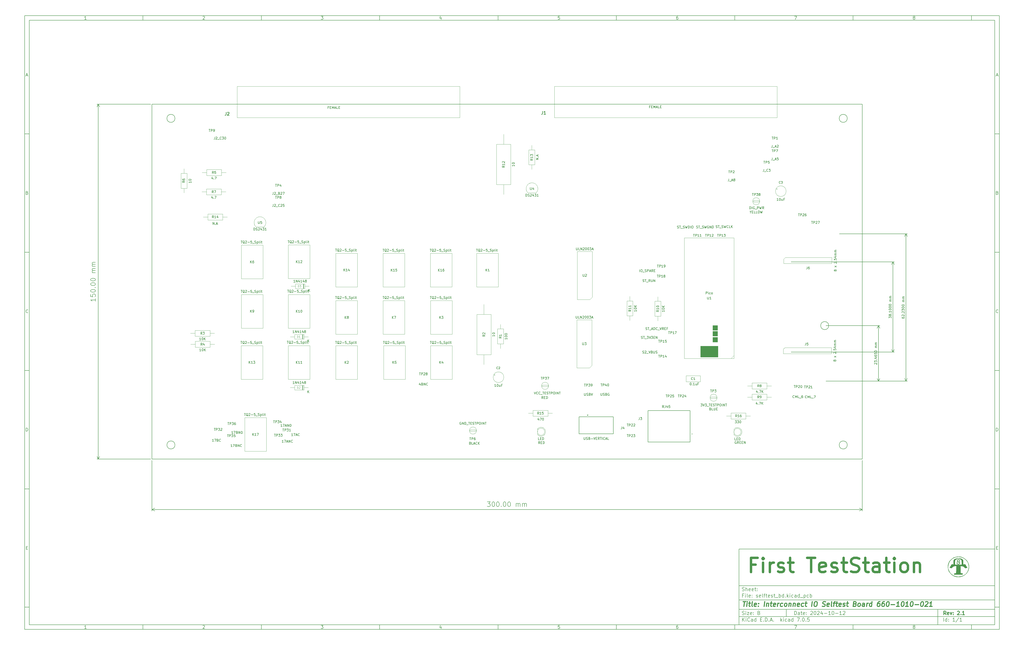
<source format=gbr>
G04 #@! TF.GenerationSoftware,KiCad,Pcbnew,7.0.5*
G04 #@! TF.CreationDate,2025-02-05T20:03:12-05:00*
G04 #@! TF.ProjectId,selftest_bd,73656c66-7465-4737-945f-62642e6b6963,2.1*
G04 #@! TF.SameCoordinates,Original*
G04 #@! TF.FileFunction,AssemblyDrawing,Top*
%FSLAX46Y46*%
G04 Gerber Fmt 4.6, Leading zero omitted, Abs format (unit mm)*
G04 Created by KiCad (PCBNEW 7.0.5) date 2025-02-05 20:03:12*
%MOMM*%
%LPD*%
G01*
G04 APERTURE LIST*
%ADD10C,0.100000*%
%ADD11C,0.150000*%
%ADD12C,0.300000*%
%ADD13C,0.400000*%
%ADD14C,0.120000*%
%ADD15C,0.254000*%
%ADD16C,0.135000*%
%ADD17C,0.127000*%
%ADD18C,0.200000*%
%ADD19C,1.000000*%
G04 #@! TA.AperFunction,Profile*
%ADD20C,0.160000*%
G04 #@! TD*
G04 APERTURE END LIST*
D10*
D11*
X311800000Y-235400000D02*
X419800000Y-235400000D01*
X419800000Y-267400000D01*
X311800000Y-267400000D01*
X311800000Y-235400000D01*
D10*
D11*
X10000000Y-10000000D02*
X421800000Y-10000000D01*
X421800000Y-269400000D01*
X10000000Y-269400000D01*
X10000000Y-10000000D01*
D10*
D11*
X12000000Y-12000000D02*
X419800000Y-12000000D01*
X419800000Y-267400000D01*
X12000000Y-267400000D01*
X12000000Y-12000000D01*
D10*
D11*
X60000000Y-12000000D02*
X60000000Y-10000000D01*
D10*
D11*
X110000000Y-12000000D02*
X110000000Y-10000000D01*
D10*
D11*
X160000000Y-12000000D02*
X160000000Y-10000000D01*
D10*
D11*
X210000000Y-12000000D02*
X210000000Y-10000000D01*
D10*
D11*
X260000000Y-12000000D02*
X260000000Y-10000000D01*
D10*
D11*
X310000000Y-12000000D02*
X310000000Y-10000000D01*
D10*
D11*
X360000000Y-12000000D02*
X360000000Y-10000000D01*
D10*
D11*
X410000000Y-12000000D02*
X410000000Y-10000000D01*
D10*
D11*
X36089160Y-11593604D02*
X35346303Y-11593604D01*
X35717731Y-11593604D02*
X35717731Y-10293604D01*
X35717731Y-10293604D02*
X35593922Y-10479319D01*
X35593922Y-10479319D02*
X35470112Y-10603128D01*
X35470112Y-10603128D02*
X35346303Y-10665033D01*
D10*
D11*
X85346303Y-10417414D02*
X85408207Y-10355509D01*
X85408207Y-10355509D02*
X85532017Y-10293604D01*
X85532017Y-10293604D02*
X85841541Y-10293604D01*
X85841541Y-10293604D02*
X85965350Y-10355509D01*
X85965350Y-10355509D02*
X86027255Y-10417414D01*
X86027255Y-10417414D02*
X86089160Y-10541223D01*
X86089160Y-10541223D02*
X86089160Y-10665033D01*
X86089160Y-10665033D02*
X86027255Y-10850747D01*
X86027255Y-10850747D02*
X85284398Y-11593604D01*
X85284398Y-11593604D02*
X86089160Y-11593604D01*
D10*
D11*
X135284398Y-10293604D02*
X136089160Y-10293604D01*
X136089160Y-10293604D02*
X135655826Y-10788842D01*
X135655826Y-10788842D02*
X135841541Y-10788842D01*
X135841541Y-10788842D02*
X135965350Y-10850747D01*
X135965350Y-10850747D02*
X136027255Y-10912652D01*
X136027255Y-10912652D02*
X136089160Y-11036461D01*
X136089160Y-11036461D02*
X136089160Y-11345985D01*
X136089160Y-11345985D02*
X136027255Y-11469795D01*
X136027255Y-11469795D02*
X135965350Y-11531700D01*
X135965350Y-11531700D02*
X135841541Y-11593604D01*
X135841541Y-11593604D02*
X135470112Y-11593604D01*
X135470112Y-11593604D02*
X135346303Y-11531700D01*
X135346303Y-11531700D02*
X135284398Y-11469795D01*
D10*
D11*
X185965350Y-10726938D02*
X185965350Y-11593604D01*
X185655826Y-10231700D02*
X185346303Y-11160271D01*
X185346303Y-11160271D02*
X186151064Y-11160271D01*
D10*
D11*
X236027255Y-10293604D02*
X235408207Y-10293604D01*
X235408207Y-10293604D02*
X235346303Y-10912652D01*
X235346303Y-10912652D02*
X235408207Y-10850747D01*
X235408207Y-10850747D02*
X235532017Y-10788842D01*
X235532017Y-10788842D02*
X235841541Y-10788842D01*
X235841541Y-10788842D02*
X235965350Y-10850747D01*
X235965350Y-10850747D02*
X236027255Y-10912652D01*
X236027255Y-10912652D02*
X236089160Y-11036461D01*
X236089160Y-11036461D02*
X236089160Y-11345985D01*
X236089160Y-11345985D02*
X236027255Y-11469795D01*
X236027255Y-11469795D02*
X235965350Y-11531700D01*
X235965350Y-11531700D02*
X235841541Y-11593604D01*
X235841541Y-11593604D02*
X235532017Y-11593604D01*
X235532017Y-11593604D02*
X235408207Y-11531700D01*
X235408207Y-11531700D02*
X235346303Y-11469795D01*
D10*
D11*
X285965350Y-10293604D02*
X285717731Y-10293604D01*
X285717731Y-10293604D02*
X285593922Y-10355509D01*
X285593922Y-10355509D02*
X285532017Y-10417414D01*
X285532017Y-10417414D02*
X285408207Y-10603128D01*
X285408207Y-10603128D02*
X285346303Y-10850747D01*
X285346303Y-10850747D02*
X285346303Y-11345985D01*
X285346303Y-11345985D02*
X285408207Y-11469795D01*
X285408207Y-11469795D02*
X285470112Y-11531700D01*
X285470112Y-11531700D02*
X285593922Y-11593604D01*
X285593922Y-11593604D02*
X285841541Y-11593604D01*
X285841541Y-11593604D02*
X285965350Y-11531700D01*
X285965350Y-11531700D02*
X286027255Y-11469795D01*
X286027255Y-11469795D02*
X286089160Y-11345985D01*
X286089160Y-11345985D02*
X286089160Y-11036461D01*
X286089160Y-11036461D02*
X286027255Y-10912652D01*
X286027255Y-10912652D02*
X285965350Y-10850747D01*
X285965350Y-10850747D02*
X285841541Y-10788842D01*
X285841541Y-10788842D02*
X285593922Y-10788842D01*
X285593922Y-10788842D02*
X285470112Y-10850747D01*
X285470112Y-10850747D02*
X285408207Y-10912652D01*
X285408207Y-10912652D02*
X285346303Y-11036461D01*
D10*
D11*
X335284398Y-10293604D02*
X336151064Y-10293604D01*
X336151064Y-10293604D02*
X335593922Y-11593604D01*
D10*
D11*
X385593922Y-10850747D02*
X385470112Y-10788842D01*
X385470112Y-10788842D02*
X385408207Y-10726938D01*
X385408207Y-10726938D02*
X385346303Y-10603128D01*
X385346303Y-10603128D02*
X385346303Y-10541223D01*
X385346303Y-10541223D02*
X385408207Y-10417414D01*
X385408207Y-10417414D02*
X385470112Y-10355509D01*
X385470112Y-10355509D02*
X385593922Y-10293604D01*
X385593922Y-10293604D02*
X385841541Y-10293604D01*
X385841541Y-10293604D02*
X385965350Y-10355509D01*
X385965350Y-10355509D02*
X386027255Y-10417414D01*
X386027255Y-10417414D02*
X386089160Y-10541223D01*
X386089160Y-10541223D02*
X386089160Y-10603128D01*
X386089160Y-10603128D02*
X386027255Y-10726938D01*
X386027255Y-10726938D02*
X385965350Y-10788842D01*
X385965350Y-10788842D02*
X385841541Y-10850747D01*
X385841541Y-10850747D02*
X385593922Y-10850747D01*
X385593922Y-10850747D02*
X385470112Y-10912652D01*
X385470112Y-10912652D02*
X385408207Y-10974557D01*
X385408207Y-10974557D02*
X385346303Y-11098366D01*
X385346303Y-11098366D02*
X385346303Y-11345985D01*
X385346303Y-11345985D02*
X385408207Y-11469795D01*
X385408207Y-11469795D02*
X385470112Y-11531700D01*
X385470112Y-11531700D02*
X385593922Y-11593604D01*
X385593922Y-11593604D02*
X385841541Y-11593604D01*
X385841541Y-11593604D02*
X385965350Y-11531700D01*
X385965350Y-11531700D02*
X386027255Y-11469795D01*
X386027255Y-11469795D02*
X386089160Y-11345985D01*
X386089160Y-11345985D02*
X386089160Y-11098366D01*
X386089160Y-11098366D02*
X386027255Y-10974557D01*
X386027255Y-10974557D02*
X385965350Y-10912652D01*
X385965350Y-10912652D02*
X385841541Y-10850747D01*
D10*
D11*
X60000000Y-267400000D02*
X60000000Y-269400000D01*
D10*
D11*
X110000000Y-267400000D02*
X110000000Y-269400000D01*
D10*
D11*
X160000000Y-267400000D02*
X160000000Y-269400000D01*
D10*
D11*
X210000000Y-267400000D02*
X210000000Y-269400000D01*
D10*
D11*
X260000000Y-267400000D02*
X260000000Y-269400000D01*
D10*
D11*
X310000000Y-267400000D02*
X310000000Y-269400000D01*
D10*
D11*
X360000000Y-267400000D02*
X360000000Y-269400000D01*
D10*
D11*
X410000000Y-267400000D02*
X410000000Y-269400000D01*
D10*
D11*
X36089160Y-268993604D02*
X35346303Y-268993604D01*
X35717731Y-268993604D02*
X35717731Y-267693604D01*
X35717731Y-267693604D02*
X35593922Y-267879319D01*
X35593922Y-267879319D02*
X35470112Y-268003128D01*
X35470112Y-268003128D02*
X35346303Y-268065033D01*
D10*
D11*
X85346303Y-267817414D02*
X85408207Y-267755509D01*
X85408207Y-267755509D02*
X85532017Y-267693604D01*
X85532017Y-267693604D02*
X85841541Y-267693604D01*
X85841541Y-267693604D02*
X85965350Y-267755509D01*
X85965350Y-267755509D02*
X86027255Y-267817414D01*
X86027255Y-267817414D02*
X86089160Y-267941223D01*
X86089160Y-267941223D02*
X86089160Y-268065033D01*
X86089160Y-268065033D02*
X86027255Y-268250747D01*
X86027255Y-268250747D02*
X85284398Y-268993604D01*
X85284398Y-268993604D02*
X86089160Y-268993604D01*
D10*
D11*
X135284398Y-267693604D02*
X136089160Y-267693604D01*
X136089160Y-267693604D02*
X135655826Y-268188842D01*
X135655826Y-268188842D02*
X135841541Y-268188842D01*
X135841541Y-268188842D02*
X135965350Y-268250747D01*
X135965350Y-268250747D02*
X136027255Y-268312652D01*
X136027255Y-268312652D02*
X136089160Y-268436461D01*
X136089160Y-268436461D02*
X136089160Y-268745985D01*
X136089160Y-268745985D02*
X136027255Y-268869795D01*
X136027255Y-268869795D02*
X135965350Y-268931700D01*
X135965350Y-268931700D02*
X135841541Y-268993604D01*
X135841541Y-268993604D02*
X135470112Y-268993604D01*
X135470112Y-268993604D02*
X135346303Y-268931700D01*
X135346303Y-268931700D02*
X135284398Y-268869795D01*
D10*
D11*
X185965350Y-268126938D02*
X185965350Y-268993604D01*
X185655826Y-267631700D02*
X185346303Y-268560271D01*
X185346303Y-268560271D02*
X186151064Y-268560271D01*
D10*
D11*
X236027255Y-267693604D02*
X235408207Y-267693604D01*
X235408207Y-267693604D02*
X235346303Y-268312652D01*
X235346303Y-268312652D02*
X235408207Y-268250747D01*
X235408207Y-268250747D02*
X235532017Y-268188842D01*
X235532017Y-268188842D02*
X235841541Y-268188842D01*
X235841541Y-268188842D02*
X235965350Y-268250747D01*
X235965350Y-268250747D02*
X236027255Y-268312652D01*
X236027255Y-268312652D02*
X236089160Y-268436461D01*
X236089160Y-268436461D02*
X236089160Y-268745985D01*
X236089160Y-268745985D02*
X236027255Y-268869795D01*
X236027255Y-268869795D02*
X235965350Y-268931700D01*
X235965350Y-268931700D02*
X235841541Y-268993604D01*
X235841541Y-268993604D02*
X235532017Y-268993604D01*
X235532017Y-268993604D02*
X235408207Y-268931700D01*
X235408207Y-268931700D02*
X235346303Y-268869795D01*
D10*
D11*
X285965350Y-267693604D02*
X285717731Y-267693604D01*
X285717731Y-267693604D02*
X285593922Y-267755509D01*
X285593922Y-267755509D02*
X285532017Y-267817414D01*
X285532017Y-267817414D02*
X285408207Y-268003128D01*
X285408207Y-268003128D02*
X285346303Y-268250747D01*
X285346303Y-268250747D02*
X285346303Y-268745985D01*
X285346303Y-268745985D02*
X285408207Y-268869795D01*
X285408207Y-268869795D02*
X285470112Y-268931700D01*
X285470112Y-268931700D02*
X285593922Y-268993604D01*
X285593922Y-268993604D02*
X285841541Y-268993604D01*
X285841541Y-268993604D02*
X285965350Y-268931700D01*
X285965350Y-268931700D02*
X286027255Y-268869795D01*
X286027255Y-268869795D02*
X286089160Y-268745985D01*
X286089160Y-268745985D02*
X286089160Y-268436461D01*
X286089160Y-268436461D02*
X286027255Y-268312652D01*
X286027255Y-268312652D02*
X285965350Y-268250747D01*
X285965350Y-268250747D02*
X285841541Y-268188842D01*
X285841541Y-268188842D02*
X285593922Y-268188842D01*
X285593922Y-268188842D02*
X285470112Y-268250747D01*
X285470112Y-268250747D02*
X285408207Y-268312652D01*
X285408207Y-268312652D02*
X285346303Y-268436461D01*
D10*
D11*
X335284398Y-267693604D02*
X336151064Y-267693604D01*
X336151064Y-267693604D02*
X335593922Y-268993604D01*
D10*
D11*
X385593922Y-268250747D02*
X385470112Y-268188842D01*
X385470112Y-268188842D02*
X385408207Y-268126938D01*
X385408207Y-268126938D02*
X385346303Y-268003128D01*
X385346303Y-268003128D02*
X385346303Y-267941223D01*
X385346303Y-267941223D02*
X385408207Y-267817414D01*
X385408207Y-267817414D02*
X385470112Y-267755509D01*
X385470112Y-267755509D02*
X385593922Y-267693604D01*
X385593922Y-267693604D02*
X385841541Y-267693604D01*
X385841541Y-267693604D02*
X385965350Y-267755509D01*
X385965350Y-267755509D02*
X386027255Y-267817414D01*
X386027255Y-267817414D02*
X386089160Y-267941223D01*
X386089160Y-267941223D02*
X386089160Y-268003128D01*
X386089160Y-268003128D02*
X386027255Y-268126938D01*
X386027255Y-268126938D02*
X385965350Y-268188842D01*
X385965350Y-268188842D02*
X385841541Y-268250747D01*
X385841541Y-268250747D02*
X385593922Y-268250747D01*
X385593922Y-268250747D02*
X385470112Y-268312652D01*
X385470112Y-268312652D02*
X385408207Y-268374557D01*
X385408207Y-268374557D02*
X385346303Y-268498366D01*
X385346303Y-268498366D02*
X385346303Y-268745985D01*
X385346303Y-268745985D02*
X385408207Y-268869795D01*
X385408207Y-268869795D02*
X385470112Y-268931700D01*
X385470112Y-268931700D02*
X385593922Y-268993604D01*
X385593922Y-268993604D02*
X385841541Y-268993604D01*
X385841541Y-268993604D02*
X385965350Y-268931700D01*
X385965350Y-268931700D02*
X386027255Y-268869795D01*
X386027255Y-268869795D02*
X386089160Y-268745985D01*
X386089160Y-268745985D02*
X386089160Y-268498366D01*
X386089160Y-268498366D02*
X386027255Y-268374557D01*
X386027255Y-268374557D02*
X385965350Y-268312652D01*
X385965350Y-268312652D02*
X385841541Y-268250747D01*
D10*
D11*
X10000000Y-60000000D02*
X12000000Y-60000000D01*
D10*
D11*
X10000000Y-110000000D02*
X12000000Y-110000000D01*
D10*
D11*
X10000000Y-160000000D02*
X12000000Y-160000000D01*
D10*
D11*
X10000000Y-210000000D02*
X12000000Y-210000000D01*
D10*
D11*
X10000000Y-260000000D02*
X12000000Y-260000000D01*
D10*
D11*
X10690476Y-35222176D02*
X11309523Y-35222176D01*
X10566666Y-35593604D02*
X10999999Y-34293604D01*
X10999999Y-34293604D02*
X11433333Y-35593604D01*
D10*
D11*
X11092857Y-84912652D02*
X11278571Y-84974557D01*
X11278571Y-84974557D02*
X11340476Y-85036461D01*
X11340476Y-85036461D02*
X11402380Y-85160271D01*
X11402380Y-85160271D02*
X11402380Y-85345985D01*
X11402380Y-85345985D02*
X11340476Y-85469795D01*
X11340476Y-85469795D02*
X11278571Y-85531700D01*
X11278571Y-85531700D02*
X11154761Y-85593604D01*
X11154761Y-85593604D02*
X10659523Y-85593604D01*
X10659523Y-85593604D02*
X10659523Y-84293604D01*
X10659523Y-84293604D02*
X11092857Y-84293604D01*
X11092857Y-84293604D02*
X11216666Y-84355509D01*
X11216666Y-84355509D02*
X11278571Y-84417414D01*
X11278571Y-84417414D02*
X11340476Y-84541223D01*
X11340476Y-84541223D02*
X11340476Y-84665033D01*
X11340476Y-84665033D02*
X11278571Y-84788842D01*
X11278571Y-84788842D02*
X11216666Y-84850747D01*
X11216666Y-84850747D02*
X11092857Y-84912652D01*
X11092857Y-84912652D02*
X10659523Y-84912652D01*
D10*
D11*
X11402380Y-135469795D02*
X11340476Y-135531700D01*
X11340476Y-135531700D02*
X11154761Y-135593604D01*
X11154761Y-135593604D02*
X11030952Y-135593604D01*
X11030952Y-135593604D02*
X10845238Y-135531700D01*
X10845238Y-135531700D02*
X10721428Y-135407890D01*
X10721428Y-135407890D02*
X10659523Y-135284080D01*
X10659523Y-135284080D02*
X10597619Y-135036461D01*
X10597619Y-135036461D02*
X10597619Y-134850747D01*
X10597619Y-134850747D02*
X10659523Y-134603128D01*
X10659523Y-134603128D02*
X10721428Y-134479319D01*
X10721428Y-134479319D02*
X10845238Y-134355509D01*
X10845238Y-134355509D02*
X11030952Y-134293604D01*
X11030952Y-134293604D02*
X11154761Y-134293604D01*
X11154761Y-134293604D02*
X11340476Y-134355509D01*
X11340476Y-134355509D02*
X11402380Y-134417414D01*
D10*
D11*
X10659523Y-185593604D02*
X10659523Y-184293604D01*
X10659523Y-184293604D02*
X10969047Y-184293604D01*
X10969047Y-184293604D02*
X11154761Y-184355509D01*
X11154761Y-184355509D02*
X11278571Y-184479319D01*
X11278571Y-184479319D02*
X11340476Y-184603128D01*
X11340476Y-184603128D02*
X11402380Y-184850747D01*
X11402380Y-184850747D02*
X11402380Y-185036461D01*
X11402380Y-185036461D02*
X11340476Y-185284080D01*
X11340476Y-185284080D02*
X11278571Y-185407890D01*
X11278571Y-185407890D02*
X11154761Y-185531700D01*
X11154761Y-185531700D02*
X10969047Y-185593604D01*
X10969047Y-185593604D02*
X10659523Y-185593604D01*
D10*
D11*
X10721428Y-234912652D02*
X11154762Y-234912652D01*
X11340476Y-235593604D02*
X10721428Y-235593604D01*
X10721428Y-235593604D02*
X10721428Y-234293604D01*
X10721428Y-234293604D02*
X11340476Y-234293604D01*
D10*
D11*
X421800000Y-60000000D02*
X419800000Y-60000000D01*
D10*
D11*
X421800000Y-110000000D02*
X419800000Y-110000000D01*
D10*
D11*
X421800000Y-160000000D02*
X419800000Y-160000000D01*
D10*
D11*
X421800000Y-210000000D02*
X419800000Y-210000000D01*
D10*
D11*
X421800000Y-260000000D02*
X419800000Y-260000000D01*
D10*
D11*
X420490476Y-35222176D02*
X421109523Y-35222176D01*
X420366666Y-35593604D02*
X420799999Y-34293604D01*
X420799999Y-34293604D02*
X421233333Y-35593604D01*
D10*
D11*
X420892857Y-84912652D02*
X421078571Y-84974557D01*
X421078571Y-84974557D02*
X421140476Y-85036461D01*
X421140476Y-85036461D02*
X421202380Y-85160271D01*
X421202380Y-85160271D02*
X421202380Y-85345985D01*
X421202380Y-85345985D02*
X421140476Y-85469795D01*
X421140476Y-85469795D02*
X421078571Y-85531700D01*
X421078571Y-85531700D02*
X420954761Y-85593604D01*
X420954761Y-85593604D02*
X420459523Y-85593604D01*
X420459523Y-85593604D02*
X420459523Y-84293604D01*
X420459523Y-84293604D02*
X420892857Y-84293604D01*
X420892857Y-84293604D02*
X421016666Y-84355509D01*
X421016666Y-84355509D02*
X421078571Y-84417414D01*
X421078571Y-84417414D02*
X421140476Y-84541223D01*
X421140476Y-84541223D02*
X421140476Y-84665033D01*
X421140476Y-84665033D02*
X421078571Y-84788842D01*
X421078571Y-84788842D02*
X421016666Y-84850747D01*
X421016666Y-84850747D02*
X420892857Y-84912652D01*
X420892857Y-84912652D02*
X420459523Y-84912652D01*
D10*
D11*
X421202380Y-135469795D02*
X421140476Y-135531700D01*
X421140476Y-135531700D02*
X420954761Y-135593604D01*
X420954761Y-135593604D02*
X420830952Y-135593604D01*
X420830952Y-135593604D02*
X420645238Y-135531700D01*
X420645238Y-135531700D02*
X420521428Y-135407890D01*
X420521428Y-135407890D02*
X420459523Y-135284080D01*
X420459523Y-135284080D02*
X420397619Y-135036461D01*
X420397619Y-135036461D02*
X420397619Y-134850747D01*
X420397619Y-134850747D02*
X420459523Y-134603128D01*
X420459523Y-134603128D02*
X420521428Y-134479319D01*
X420521428Y-134479319D02*
X420645238Y-134355509D01*
X420645238Y-134355509D02*
X420830952Y-134293604D01*
X420830952Y-134293604D02*
X420954761Y-134293604D01*
X420954761Y-134293604D02*
X421140476Y-134355509D01*
X421140476Y-134355509D02*
X421202380Y-134417414D01*
D10*
D11*
X420459523Y-185593604D02*
X420459523Y-184293604D01*
X420459523Y-184293604D02*
X420769047Y-184293604D01*
X420769047Y-184293604D02*
X420954761Y-184355509D01*
X420954761Y-184355509D02*
X421078571Y-184479319D01*
X421078571Y-184479319D02*
X421140476Y-184603128D01*
X421140476Y-184603128D02*
X421202380Y-184850747D01*
X421202380Y-184850747D02*
X421202380Y-185036461D01*
X421202380Y-185036461D02*
X421140476Y-185284080D01*
X421140476Y-185284080D02*
X421078571Y-185407890D01*
X421078571Y-185407890D02*
X420954761Y-185531700D01*
X420954761Y-185531700D02*
X420769047Y-185593604D01*
X420769047Y-185593604D02*
X420459523Y-185593604D01*
D10*
D11*
X420521428Y-234912652D02*
X420954762Y-234912652D01*
X421140476Y-235593604D02*
X420521428Y-235593604D01*
X420521428Y-235593604D02*
X420521428Y-234293604D01*
X420521428Y-234293604D02*
X421140476Y-234293604D01*
D10*
D11*
X335255826Y-263186128D02*
X335255826Y-261686128D01*
X335255826Y-261686128D02*
X335612969Y-261686128D01*
X335612969Y-261686128D02*
X335827255Y-261757557D01*
X335827255Y-261757557D02*
X335970112Y-261900414D01*
X335970112Y-261900414D02*
X336041541Y-262043271D01*
X336041541Y-262043271D02*
X336112969Y-262328985D01*
X336112969Y-262328985D02*
X336112969Y-262543271D01*
X336112969Y-262543271D02*
X336041541Y-262828985D01*
X336041541Y-262828985D02*
X335970112Y-262971842D01*
X335970112Y-262971842D02*
X335827255Y-263114700D01*
X335827255Y-263114700D02*
X335612969Y-263186128D01*
X335612969Y-263186128D02*
X335255826Y-263186128D01*
X337398684Y-263186128D02*
X337398684Y-262400414D01*
X337398684Y-262400414D02*
X337327255Y-262257557D01*
X337327255Y-262257557D02*
X337184398Y-262186128D01*
X337184398Y-262186128D02*
X336898684Y-262186128D01*
X336898684Y-262186128D02*
X336755826Y-262257557D01*
X337398684Y-263114700D02*
X337255826Y-263186128D01*
X337255826Y-263186128D02*
X336898684Y-263186128D01*
X336898684Y-263186128D02*
X336755826Y-263114700D01*
X336755826Y-263114700D02*
X336684398Y-262971842D01*
X336684398Y-262971842D02*
X336684398Y-262828985D01*
X336684398Y-262828985D02*
X336755826Y-262686128D01*
X336755826Y-262686128D02*
X336898684Y-262614700D01*
X336898684Y-262614700D02*
X337255826Y-262614700D01*
X337255826Y-262614700D02*
X337398684Y-262543271D01*
X337898684Y-262186128D02*
X338470112Y-262186128D01*
X338112969Y-261686128D02*
X338112969Y-262971842D01*
X338112969Y-262971842D02*
X338184398Y-263114700D01*
X338184398Y-263114700D02*
X338327255Y-263186128D01*
X338327255Y-263186128D02*
X338470112Y-263186128D01*
X339541541Y-263114700D02*
X339398684Y-263186128D01*
X339398684Y-263186128D02*
X339112970Y-263186128D01*
X339112970Y-263186128D02*
X338970112Y-263114700D01*
X338970112Y-263114700D02*
X338898684Y-262971842D01*
X338898684Y-262971842D02*
X338898684Y-262400414D01*
X338898684Y-262400414D02*
X338970112Y-262257557D01*
X338970112Y-262257557D02*
X339112970Y-262186128D01*
X339112970Y-262186128D02*
X339398684Y-262186128D01*
X339398684Y-262186128D02*
X339541541Y-262257557D01*
X339541541Y-262257557D02*
X339612970Y-262400414D01*
X339612970Y-262400414D02*
X339612970Y-262543271D01*
X339612970Y-262543271D02*
X338898684Y-262686128D01*
X340255826Y-263043271D02*
X340327255Y-263114700D01*
X340327255Y-263114700D02*
X340255826Y-263186128D01*
X340255826Y-263186128D02*
X340184398Y-263114700D01*
X340184398Y-263114700D02*
X340255826Y-263043271D01*
X340255826Y-263043271D02*
X340255826Y-263186128D01*
X340255826Y-262257557D02*
X340327255Y-262328985D01*
X340327255Y-262328985D02*
X340255826Y-262400414D01*
X340255826Y-262400414D02*
X340184398Y-262328985D01*
X340184398Y-262328985D02*
X340255826Y-262257557D01*
X340255826Y-262257557D02*
X340255826Y-262400414D01*
X342041541Y-261828985D02*
X342112969Y-261757557D01*
X342112969Y-261757557D02*
X342255827Y-261686128D01*
X342255827Y-261686128D02*
X342612969Y-261686128D01*
X342612969Y-261686128D02*
X342755827Y-261757557D01*
X342755827Y-261757557D02*
X342827255Y-261828985D01*
X342827255Y-261828985D02*
X342898684Y-261971842D01*
X342898684Y-261971842D02*
X342898684Y-262114700D01*
X342898684Y-262114700D02*
X342827255Y-262328985D01*
X342827255Y-262328985D02*
X341970112Y-263186128D01*
X341970112Y-263186128D02*
X342898684Y-263186128D01*
X343827255Y-261686128D02*
X343970112Y-261686128D01*
X343970112Y-261686128D02*
X344112969Y-261757557D01*
X344112969Y-261757557D02*
X344184398Y-261828985D01*
X344184398Y-261828985D02*
X344255826Y-261971842D01*
X344255826Y-261971842D02*
X344327255Y-262257557D01*
X344327255Y-262257557D02*
X344327255Y-262614700D01*
X344327255Y-262614700D02*
X344255826Y-262900414D01*
X344255826Y-262900414D02*
X344184398Y-263043271D01*
X344184398Y-263043271D02*
X344112969Y-263114700D01*
X344112969Y-263114700D02*
X343970112Y-263186128D01*
X343970112Y-263186128D02*
X343827255Y-263186128D01*
X343827255Y-263186128D02*
X343684398Y-263114700D01*
X343684398Y-263114700D02*
X343612969Y-263043271D01*
X343612969Y-263043271D02*
X343541540Y-262900414D01*
X343541540Y-262900414D02*
X343470112Y-262614700D01*
X343470112Y-262614700D02*
X343470112Y-262257557D01*
X343470112Y-262257557D02*
X343541540Y-261971842D01*
X343541540Y-261971842D02*
X343612969Y-261828985D01*
X343612969Y-261828985D02*
X343684398Y-261757557D01*
X343684398Y-261757557D02*
X343827255Y-261686128D01*
X344898683Y-261828985D02*
X344970111Y-261757557D01*
X344970111Y-261757557D02*
X345112969Y-261686128D01*
X345112969Y-261686128D02*
X345470111Y-261686128D01*
X345470111Y-261686128D02*
X345612969Y-261757557D01*
X345612969Y-261757557D02*
X345684397Y-261828985D01*
X345684397Y-261828985D02*
X345755826Y-261971842D01*
X345755826Y-261971842D02*
X345755826Y-262114700D01*
X345755826Y-262114700D02*
X345684397Y-262328985D01*
X345684397Y-262328985D02*
X344827254Y-263186128D01*
X344827254Y-263186128D02*
X345755826Y-263186128D01*
X347041540Y-262186128D02*
X347041540Y-263186128D01*
X346684397Y-261614700D02*
X346327254Y-262686128D01*
X346327254Y-262686128D02*
X347255825Y-262686128D01*
X347827253Y-262614700D02*
X348970111Y-262614700D01*
X350470111Y-263186128D02*
X349612968Y-263186128D01*
X350041539Y-263186128D02*
X350041539Y-261686128D01*
X350041539Y-261686128D02*
X349898682Y-261900414D01*
X349898682Y-261900414D02*
X349755825Y-262043271D01*
X349755825Y-262043271D02*
X349612968Y-262114700D01*
X351398682Y-261686128D02*
X351541539Y-261686128D01*
X351541539Y-261686128D02*
X351684396Y-261757557D01*
X351684396Y-261757557D02*
X351755825Y-261828985D01*
X351755825Y-261828985D02*
X351827253Y-261971842D01*
X351827253Y-261971842D02*
X351898682Y-262257557D01*
X351898682Y-262257557D02*
X351898682Y-262614700D01*
X351898682Y-262614700D02*
X351827253Y-262900414D01*
X351827253Y-262900414D02*
X351755825Y-263043271D01*
X351755825Y-263043271D02*
X351684396Y-263114700D01*
X351684396Y-263114700D02*
X351541539Y-263186128D01*
X351541539Y-263186128D02*
X351398682Y-263186128D01*
X351398682Y-263186128D02*
X351255825Y-263114700D01*
X351255825Y-263114700D02*
X351184396Y-263043271D01*
X351184396Y-263043271D02*
X351112967Y-262900414D01*
X351112967Y-262900414D02*
X351041539Y-262614700D01*
X351041539Y-262614700D02*
X351041539Y-262257557D01*
X351041539Y-262257557D02*
X351112967Y-261971842D01*
X351112967Y-261971842D02*
X351184396Y-261828985D01*
X351184396Y-261828985D02*
X351255825Y-261757557D01*
X351255825Y-261757557D02*
X351398682Y-261686128D01*
X352541538Y-262614700D02*
X353684396Y-262614700D01*
X355184396Y-263186128D02*
X354327253Y-263186128D01*
X354755824Y-263186128D02*
X354755824Y-261686128D01*
X354755824Y-261686128D02*
X354612967Y-261900414D01*
X354612967Y-261900414D02*
X354470110Y-262043271D01*
X354470110Y-262043271D02*
X354327253Y-262114700D01*
X355755824Y-261828985D02*
X355827252Y-261757557D01*
X355827252Y-261757557D02*
X355970110Y-261686128D01*
X355970110Y-261686128D02*
X356327252Y-261686128D01*
X356327252Y-261686128D02*
X356470110Y-261757557D01*
X356470110Y-261757557D02*
X356541538Y-261828985D01*
X356541538Y-261828985D02*
X356612967Y-261971842D01*
X356612967Y-261971842D02*
X356612967Y-262114700D01*
X356612967Y-262114700D02*
X356541538Y-262328985D01*
X356541538Y-262328985D02*
X355684395Y-263186128D01*
X355684395Y-263186128D02*
X356612967Y-263186128D01*
D10*
D11*
X311800000Y-263900000D02*
X419800000Y-263900000D01*
D10*
D11*
X313255826Y-265986128D02*
X313255826Y-264486128D01*
X314112969Y-265986128D02*
X313470112Y-265128985D01*
X314112969Y-264486128D02*
X313255826Y-265343271D01*
X314755826Y-265986128D02*
X314755826Y-264986128D01*
X314755826Y-264486128D02*
X314684398Y-264557557D01*
X314684398Y-264557557D02*
X314755826Y-264628985D01*
X314755826Y-264628985D02*
X314827255Y-264557557D01*
X314827255Y-264557557D02*
X314755826Y-264486128D01*
X314755826Y-264486128D02*
X314755826Y-264628985D01*
X316327255Y-265843271D02*
X316255827Y-265914700D01*
X316255827Y-265914700D02*
X316041541Y-265986128D01*
X316041541Y-265986128D02*
X315898684Y-265986128D01*
X315898684Y-265986128D02*
X315684398Y-265914700D01*
X315684398Y-265914700D02*
X315541541Y-265771842D01*
X315541541Y-265771842D02*
X315470112Y-265628985D01*
X315470112Y-265628985D02*
X315398684Y-265343271D01*
X315398684Y-265343271D02*
X315398684Y-265128985D01*
X315398684Y-265128985D02*
X315470112Y-264843271D01*
X315470112Y-264843271D02*
X315541541Y-264700414D01*
X315541541Y-264700414D02*
X315684398Y-264557557D01*
X315684398Y-264557557D02*
X315898684Y-264486128D01*
X315898684Y-264486128D02*
X316041541Y-264486128D01*
X316041541Y-264486128D02*
X316255827Y-264557557D01*
X316255827Y-264557557D02*
X316327255Y-264628985D01*
X317612970Y-265986128D02*
X317612970Y-265200414D01*
X317612970Y-265200414D02*
X317541541Y-265057557D01*
X317541541Y-265057557D02*
X317398684Y-264986128D01*
X317398684Y-264986128D02*
X317112970Y-264986128D01*
X317112970Y-264986128D02*
X316970112Y-265057557D01*
X317612970Y-265914700D02*
X317470112Y-265986128D01*
X317470112Y-265986128D02*
X317112970Y-265986128D01*
X317112970Y-265986128D02*
X316970112Y-265914700D01*
X316970112Y-265914700D02*
X316898684Y-265771842D01*
X316898684Y-265771842D02*
X316898684Y-265628985D01*
X316898684Y-265628985D02*
X316970112Y-265486128D01*
X316970112Y-265486128D02*
X317112970Y-265414700D01*
X317112970Y-265414700D02*
X317470112Y-265414700D01*
X317470112Y-265414700D02*
X317612970Y-265343271D01*
X318970113Y-265986128D02*
X318970113Y-264486128D01*
X318970113Y-265914700D02*
X318827255Y-265986128D01*
X318827255Y-265986128D02*
X318541541Y-265986128D01*
X318541541Y-265986128D02*
X318398684Y-265914700D01*
X318398684Y-265914700D02*
X318327255Y-265843271D01*
X318327255Y-265843271D02*
X318255827Y-265700414D01*
X318255827Y-265700414D02*
X318255827Y-265271842D01*
X318255827Y-265271842D02*
X318327255Y-265128985D01*
X318327255Y-265128985D02*
X318398684Y-265057557D01*
X318398684Y-265057557D02*
X318541541Y-264986128D01*
X318541541Y-264986128D02*
X318827255Y-264986128D01*
X318827255Y-264986128D02*
X318970113Y-265057557D01*
X320827255Y-265200414D02*
X321327255Y-265200414D01*
X321541541Y-265986128D02*
X320827255Y-265986128D01*
X320827255Y-265986128D02*
X320827255Y-264486128D01*
X320827255Y-264486128D02*
X321541541Y-264486128D01*
X322184398Y-265843271D02*
X322255827Y-265914700D01*
X322255827Y-265914700D02*
X322184398Y-265986128D01*
X322184398Y-265986128D02*
X322112970Y-265914700D01*
X322112970Y-265914700D02*
X322184398Y-265843271D01*
X322184398Y-265843271D02*
X322184398Y-265986128D01*
X322898684Y-265986128D02*
X322898684Y-264486128D01*
X322898684Y-264486128D02*
X323255827Y-264486128D01*
X323255827Y-264486128D02*
X323470113Y-264557557D01*
X323470113Y-264557557D02*
X323612970Y-264700414D01*
X323612970Y-264700414D02*
X323684399Y-264843271D01*
X323684399Y-264843271D02*
X323755827Y-265128985D01*
X323755827Y-265128985D02*
X323755827Y-265343271D01*
X323755827Y-265343271D02*
X323684399Y-265628985D01*
X323684399Y-265628985D02*
X323612970Y-265771842D01*
X323612970Y-265771842D02*
X323470113Y-265914700D01*
X323470113Y-265914700D02*
X323255827Y-265986128D01*
X323255827Y-265986128D02*
X322898684Y-265986128D01*
X324398684Y-265843271D02*
X324470113Y-265914700D01*
X324470113Y-265914700D02*
X324398684Y-265986128D01*
X324398684Y-265986128D02*
X324327256Y-265914700D01*
X324327256Y-265914700D02*
X324398684Y-265843271D01*
X324398684Y-265843271D02*
X324398684Y-265986128D01*
X325041542Y-265557557D02*
X325755828Y-265557557D01*
X324898685Y-265986128D02*
X325398685Y-264486128D01*
X325398685Y-264486128D02*
X325898685Y-265986128D01*
X326398684Y-265843271D02*
X326470113Y-265914700D01*
X326470113Y-265914700D02*
X326398684Y-265986128D01*
X326398684Y-265986128D02*
X326327256Y-265914700D01*
X326327256Y-265914700D02*
X326398684Y-265843271D01*
X326398684Y-265843271D02*
X326398684Y-265986128D01*
X329398684Y-265986128D02*
X329398684Y-264486128D01*
X329541542Y-265414700D02*
X329970113Y-265986128D01*
X329970113Y-264986128D02*
X329398684Y-265557557D01*
X330612970Y-265986128D02*
X330612970Y-264986128D01*
X330612970Y-264486128D02*
X330541542Y-264557557D01*
X330541542Y-264557557D02*
X330612970Y-264628985D01*
X330612970Y-264628985D02*
X330684399Y-264557557D01*
X330684399Y-264557557D02*
X330612970Y-264486128D01*
X330612970Y-264486128D02*
X330612970Y-264628985D01*
X331970114Y-265914700D02*
X331827256Y-265986128D01*
X331827256Y-265986128D02*
X331541542Y-265986128D01*
X331541542Y-265986128D02*
X331398685Y-265914700D01*
X331398685Y-265914700D02*
X331327256Y-265843271D01*
X331327256Y-265843271D02*
X331255828Y-265700414D01*
X331255828Y-265700414D02*
X331255828Y-265271842D01*
X331255828Y-265271842D02*
X331327256Y-265128985D01*
X331327256Y-265128985D02*
X331398685Y-265057557D01*
X331398685Y-265057557D02*
X331541542Y-264986128D01*
X331541542Y-264986128D02*
X331827256Y-264986128D01*
X331827256Y-264986128D02*
X331970114Y-265057557D01*
X333255828Y-265986128D02*
X333255828Y-265200414D01*
X333255828Y-265200414D02*
X333184399Y-265057557D01*
X333184399Y-265057557D02*
X333041542Y-264986128D01*
X333041542Y-264986128D02*
X332755828Y-264986128D01*
X332755828Y-264986128D02*
X332612970Y-265057557D01*
X333255828Y-265914700D02*
X333112970Y-265986128D01*
X333112970Y-265986128D02*
X332755828Y-265986128D01*
X332755828Y-265986128D02*
X332612970Y-265914700D01*
X332612970Y-265914700D02*
X332541542Y-265771842D01*
X332541542Y-265771842D02*
X332541542Y-265628985D01*
X332541542Y-265628985D02*
X332612970Y-265486128D01*
X332612970Y-265486128D02*
X332755828Y-265414700D01*
X332755828Y-265414700D02*
X333112970Y-265414700D01*
X333112970Y-265414700D02*
X333255828Y-265343271D01*
X334612971Y-265986128D02*
X334612971Y-264486128D01*
X334612971Y-265914700D02*
X334470113Y-265986128D01*
X334470113Y-265986128D02*
X334184399Y-265986128D01*
X334184399Y-265986128D02*
X334041542Y-265914700D01*
X334041542Y-265914700D02*
X333970113Y-265843271D01*
X333970113Y-265843271D02*
X333898685Y-265700414D01*
X333898685Y-265700414D02*
X333898685Y-265271842D01*
X333898685Y-265271842D02*
X333970113Y-265128985D01*
X333970113Y-265128985D02*
X334041542Y-265057557D01*
X334041542Y-265057557D02*
X334184399Y-264986128D01*
X334184399Y-264986128D02*
X334470113Y-264986128D01*
X334470113Y-264986128D02*
X334612971Y-265057557D01*
X336327256Y-264486128D02*
X337327256Y-264486128D01*
X337327256Y-264486128D02*
X336684399Y-265986128D01*
X337898684Y-265843271D02*
X337970113Y-265914700D01*
X337970113Y-265914700D02*
X337898684Y-265986128D01*
X337898684Y-265986128D02*
X337827256Y-265914700D01*
X337827256Y-265914700D02*
X337898684Y-265843271D01*
X337898684Y-265843271D02*
X337898684Y-265986128D01*
X338898685Y-264486128D02*
X339041542Y-264486128D01*
X339041542Y-264486128D02*
X339184399Y-264557557D01*
X339184399Y-264557557D02*
X339255828Y-264628985D01*
X339255828Y-264628985D02*
X339327256Y-264771842D01*
X339327256Y-264771842D02*
X339398685Y-265057557D01*
X339398685Y-265057557D02*
X339398685Y-265414700D01*
X339398685Y-265414700D02*
X339327256Y-265700414D01*
X339327256Y-265700414D02*
X339255828Y-265843271D01*
X339255828Y-265843271D02*
X339184399Y-265914700D01*
X339184399Y-265914700D02*
X339041542Y-265986128D01*
X339041542Y-265986128D02*
X338898685Y-265986128D01*
X338898685Y-265986128D02*
X338755828Y-265914700D01*
X338755828Y-265914700D02*
X338684399Y-265843271D01*
X338684399Y-265843271D02*
X338612970Y-265700414D01*
X338612970Y-265700414D02*
X338541542Y-265414700D01*
X338541542Y-265414700D02*
X338541542Y-265057557D01*
X338541542Y-265057557D02*
X338612970Y-264771842D01*
X338612970Y-264771842D02*
X338684399Y-264628985D01*
X338684399Y-264628985D02*
X338755828Y-264557557D01*
X338755828Y-264557557D02*
X338898685Y-264486128D01*
X340041541Y-265843271D02*
X340112970Y-265914700D01*
X340112970Y-265914700D02*
X340041541Y-265986128D01*
X340041541Y-265986128D02*
X339970113Y-265914700D01*
X339970113Y-265914700D02*
X340041541Y-265843271D01*
X340041541Y-265843271D02*
X340041541Y-265986128D01*
X341470113Y-264486128D02*
X340755827Y-264486128D01*
X340755827Y-264486128D02*
X340684399Y-265200414D01*
X340684399Y-265200414D02*
X340755827Y-265128985D01*
X340755827Y-265128985D02*
X340898685Y-265057557D01*
X340898685Y-265057557D02*
X341255827Y-265057557D01*
X341255827Y-265057557D02*
X341398685Y-265128985D01*
X341398685Y-265128985D02*
X341470113Y-265200414D01*
X341470113Y-265200414D02*
X341541542Y-265343271D01*
X341541542Y-265343271D02*
X341541542Y-265700414D01*
X341541542Y-265700414D02*
X341470113Y-265843271D01*
X341470113Y-265843271D02*
X341398685Y-265914700D01*
X341398685Y-265914700D02*
X341255827Y-265986128D01*
X341255827Y-265986128D02*
X340898685Y-265986128D01*
X340898685Y-265986128D02*
X340755827Y-265914700D01*
X340755827Y-265914700D02*
X340684399Y-265843271D01*
D10*
D11*
X311800000Y-260900000D02*
X419800000Y-260900000D01*
D10*
D12*
X399211653Y-263178328D02*
X398711653Y-262464042D01*
X398354510Y-263178328D02*
X398354510Y-261678328D01*
X398354510Y-261678328D02*
X398925939Y-261678328D01*
X398925939Y-261678328D02*
X399068796Y-261749757D01*
X399068796Y-261749757D02*
X399140225Y-261821185D01*
X399140225Y-261821185D02*
X399211653Y-261964042D01*
X399211653Y-261964042D02*
X399211653Y-262178328D01*
X399211653Y-262178328D02*
X399140225Y-262321185D01*
X399140225Y-262321185D02*
X399068796Y-262392614D01*
X399068796Y-262392614D02*
X398925939Y-262464042D01*
X398925939Y-262464042D02*
X398354510Y-262464042D01*
X400425939Y-263106900D02*
X400283082Y-263178328D01*
X400283082Y-263178328D02*
X399997368Y-263178328D01*
X399997368Y-263178328D02*
X399854510Y-263106900D01*
X399854510Y-263106900D02*
X399783082Y-262964042D01*
X399783082Y-262964042D02*
X399783082Y-262392614D01*
X399783082Y-262392614D02*
X399854510Y-262249757D01*
X399854510Y-262249757D02*
X399997368Y-262178328D01*
X399997368Y-262178328D02*
X400283082Y-262178328D01*
X400283082Y-262178328D02*
X400425939Y-262249757D01*
X400425939Y-262249757D02*
X400497368Y-262392614D01*
X400497368Y-262392614D02*
X400497368Y-262535471D01*
X400497368Y-262535471D02*
X399783082Y-262678328D01*
X400997367Y-262178328D02*
X401354510Y-263178328D01*
X401354510Y-263178328D02*
X401711653Y-262178328D01*
X402283081Y-263035471D02*
X402354510Y-263106900D01*
X402354510Y-263106900D02*
X402283081Y-263178328D01*
X402283081Y-263178328D02*
X402211653Y-263106900D01*
X402211653Y-263106900D02*
X402283081Y-263035471D01*
X402283081Y-263035471D02*
X402283081Y-263178328D01*
X402283081Y-262249757D02*
X402354510Y-262321185D01*
X402354510Y-262321185D02*
X402283081Y-262392614D01*
X402283081Y-262392614D02*
X402211653Y-262321185D01*
X402211653Y-262321185D02*
X402283081Y-262249757D01*
X402283081Y-262249757D02*
X402283081Y-262392614D01*
X404068796Y-261821185D02*
X404140224Y-261749757D01*
X404140224Y-261749757D02*
X404283082Y-261678328D01*
X404283082Y-261678328D02*
X404640224Y-261678328D01*
X404640224Y-261678328D02*
X404783082Y-261749757D01*
X404783082Y-261749757D02*
X404854510Y-261821185D01*
X404854510Y-261821185D02*
X404925939Y-261964042D01*
X404925939Y-261964042D02*
X404925939Y-262106900D01*
X404925939Y-262106900D02*
X404854510Y-262321185D01*
X404854510Y-262321185D02*
X403997367Y-263178328D01*
X403997367Y-263178328D02*
X404925939Y-263178328D01*
X405568795Y-263035471D02*
X405640224Y-263106900D01*
X405640224Y-263106900D02*
X405568795Y-263178328D01*
X405568795Y-263178328D02*
X405497367Y-263106900D01*
X405497367Y-263106900D02*
X405568795Y-263035471D01*
X405568795Y-263035471D02*
X405568795Y-263178328D01*
X407068796Y-263178328D02*
X406211653Y-263178328D01*
X406640224Y-263178328D02*
X406640224Y-261678328D01*
X406640224Y-261678328D02*
X406497367Y-261892614D01*
X406497367Y-261892614D02*
X406354510Y-262035471D01*
X406354510Y-262035471D02*
X406211653Y-262106900D01*
D10*
D11*
X313184398Y-263114700D02*
X313398684Y-263186128D01*
X313398684Y-263186128D02*
X313755826Y-263186128D01*
X313755826Y-263186128D02*
X313898684Y-263114700D01*
X313898684Y-263114700D02*
X313970112Y-263043271D01*
X313970112Y-263043271D02*
X314041541Y-262900414D01*
X314041541Y-262900414D02*
X314041541Y-262757557D01*
X314041541Y-262757557D02*
X313970112Y-262614700D01*
X313970112Y-262614700D02*
X313898684Y-262543271D01*
X313898684Y-262543271D02*
X313755826Y-262471842D01*
X313755826Y-262471842D02*
X313470112Y-262400414D01*
X313470112Y-262400414D02*
X313327255Y-262328985D01*
X313327255Y-262328985D02*
X313255826Y-262257557D01*
X313255826Y-262257557D02*
X313184398Y-262114700D01*
X313184398Y-262114700D02*
X313184398Y-261971842D01*
X313184398Y-261971842D02*
X313255826Y-261828985D01*
X313255826Y-261828985D02*
X313327255Y-261757557D01*
X313327255Y-261757557D02*
X313470112Y-261686128D01*
X313470112Y-261686128D02*
X313827255Y-261686128D01*
X313827255Y-261686128D02*
X314041541Y-261757557D01*
X314684397Y-263186128D02*
X314684397Y-262186128D01*
X314684397Y-261686128D02*
X314612969Y-261757557D01*
X314612969Y-261757557D02*
X314684397Y-261828985D01*
X314684397Y-261828985D02*
X314755826Y-261757557D01*
X314755826Y-261757557D02*
X314684397Y-261686128D01*
X314684397Y-261686128D02*
X314684397Y-261828985D01*
X315255826Y-262186128D02*
X316041541Y-262186128D01*
X316041541Y-262186128D02*
X315255826Y-263186128D01*
X315255826Y-263186128D02*
X316041541Y-263186128D01*
X317184398Y-263114700D02*
X317041541Y-263186128D01*
X317041541Y-263186128D02*
X316755827Y-263186128D01*
X316755827Y-263186128D02*
X316612969Y-263114700D01*
X316612969Y-263114700D02*
X316541541Y-262971842D01*
X316541541Y-262971842D02*
X316541541Y-262400414D01*
X316541541Y-262400414D02*
X316612969Y-262257557D01*
X316612969Y-262257557D02*
X316755827Y-262186128D01*
X316755827Y-262186128D02*
X317041541Y-262186128D01*
X317041541Y-262186128D02*
X317184398Y-262257557D01*
X317184398Y-262257557D02*
X317255827Y-262400414D01*
X317255827Y-262400414D02*
X317255827Y-262543271D01*
X317255827Y-262543271D02*
X316541541Y-262686128D01*
X317898683Y-263043271D02*
X317970112Y-263114700D01*
X317970112Y-263114700D02*
X317898683Y-263186128D01*
X317898683Y-263186128D02*
X317827255Y-263114700D01*
X317827255Y-263114700D02*
X317898683Y-263043271D01*
X317898683Y-263043271D02*
X317898683Y-263186128D01*
X317898683Y-262257557D02*
X317970112Y-262328985D01*
X317970112Y-262328985D02*
X317898683Y-262400414D01*
X317898683Y-262400414D02*
X317827255Y-262328985D01*
X317827255Y-262328985D02*
X317898683Y-262257557D01*
X317898683Y-262257557D02*
X317898683Y-262400414D01*
X320255826Y-262400414D02*
X320470112Y-262471842D01*
X320470112Y-262471842D02*
X320541541Y-262543271D01*
X320541541Y-262543271D02*
X320612969Y-262686128D01*
X320612969Y-262686128D02*
X320612969Y-262900414D01*
X320612969Y-262900414D02*
X320541541Y-263043271D01*
X320541541Y-263043271D02*
X320470112Y-263114700D01*
X320470112Y-263114700D02*
X320327255Y-263186128D01*
X320327255Y-263186128D02*
X319755826Y-263186128D01*
X319755826Y-263186128D02*
X319755826Y-261686128D01*
X319755826Y-261686128D02*
X320255826Y-261686128D01*
X320255826Y-261686128D02*
X320398684Y-261757557D01*
X320398684Y-261757557D02*
X320470112Y-261828985D01*
X320470112Y-261828985D02*
X320541541Y-261971842D01*
X320541541Y-261971842D02*
X320541541Y-262114700D01*
X320541541Y-262114700D02*
X320470112Y-262257557D01*
X320470112Y-262257557D02*
X320398684Y-262328985D01*
X320398684Y-262328985D02*
X320255826Y-262400414D01*
X320255826Y-262400414D02*
X319755826Y-262400414D01*
D10*
D11*
X398255826Y-265986128D02*
X398255826Y-264486128D01*
X399612970Y-265986128D02*
X399612970Y-264486128D01*
X399612970Y-265914700D02*
X399470112Y-265986128D01*
X399470112Y-265986128D02*
X399184398Y-265986128D01*
X399184398Y-265986128D02*
X399041541Y-265914700D01*
X399041541Y-265914700D02*
X398970112Y-265843271D01*
X398970112Y-265843271D02*
X398898684Y-265700414D01*
X398898684Y-265700414D02*
X398898684Y-265271842D01*
X398898684Y-265271842D02*
X398970112Y-265128985D01*
X398970112Y-265128985D02*
X399041541Y-265057557D01*
X399041541Y-265057557D02*
X399184398Y-264986128D01*
X399184398Y-264986128D02*
X399470112Y-264986128D01*
X399470112Y-264986128D02*
X399612970Y-265057557D01*
X400327255Y-265843271D02*
X400398684Y-265914700D01*
X400398684Y-265914700D02*
X400327255Y-265986128D01*
X400327255Y-265986128D02*
X400255827Y-265914700D01*
X400255827Y-265914700D02*
X400327255Y-265843271D01*
X400327255Y-265843271D02*
X400327255Y-265986128D01*
X400327255Y-265057557D02*
X400398684Y-265128985D01*
X400398684Y-265128985D02*
X400327255Y-265200414D01*
X400327255Y-265200414D02*
X400255827Y-265128985D01*
X400255827Y-265128985D02*
X400327255Y-265057557D01*
X400327255Y-265057557D02*
X400327255Y-265200414D01*
X402970113Y-265986128D02*
X402112970Y-265986128D01*
X402541541Y-265986128D02*
X402541541Y-264486128D01*
X402541541Y-264486128D02*
X402398684Y-264700414D01*
X402398684Y-264700414D02*
X402255827Y-264843271D01*
X402255827Y-264843271D02*
X402112970Y-264914700D01*
X404684398Y-264414700D02*
X403398684Y-266343271D01*
X405970113Y-265986128D02*
X405112970Y-265986128D01*
X405541541Y-265986128D02*
X405541541Y-264486128D01*
X405541541Y-264486128D02*
X405398684Y-264700414D01*
X405398684Y-264700414D02*
X405255827Y-264843271D01*
X405255827Y-264843271D02*
X405112970Y-264914700D01*
D10*
D11*
X311800000Y-256900000D02*
X419800000Y-256900000D01*
D10*
D13*
X313491728Y-257604438D02*
X314634585Y-257604438D01*
X313813157Y-259604438D02*
X314063157Y-257604438D01*
X315051252Y-259604438D02*
X315217919Y-258271104D01*
X315301252Y-257604438D02*
X315194109Y-257699676D01*
X315194109Y-257699676D02*
X315277443Y-257794914D01*
X315277443Y-257794914D02*
X315384586Y-257699676D01*
X315384586Y-257699676D02*
X315301252Y-257604438D01*
X315301252Y-257604438D02*
X315277443Y-257794914D01*
X315884586Y-258271104D02*
X316646490Y-258271104D01*
X316253633Y-257604438D02*
X316039348Y-259318723D01*
X316039348Y-259318723D02*
X316110776Y-259509200D01*
X316110776Y-259509200D02*
X316289348Y-259604438D01*
X316289348Y-259604438D02*
X316479824Y-259604438D01*
X317432205Y-259604438D02*
X317253633Y-259509200D01*
X317253633Y-259509200D02*
X317182205Y-259318723D01*
X317182205Y-259318723D02*
X317396490Y-257604438D01*
X318967919Y-259509200D02*
X318765538Y-259604438D01*
X318765538Y-259604438D02*
X318384585Y-259604438D01*
X318384585Y-259604438D02*
X318206014Y-259509200D01*
X318206014Y-259509200D02*
X318134585Y-259318723D01*
X318134585Y-259318723D02*
X318229824Y-258556819D01*
X318229824Y-258556819D02*
X318348871Y-258366342D01*
X318348871Y-258366342D02*
X318551252Y-258271104D01*
X318551252Y-258271104D02*
X318932204Y-258271104D01*
X318932204Y-258271104D02*
X319110776Y-258366342D01*
X319110776Y-258366342D02*
X319182204Y-258556819D01*
X319182204Y-258556819D02*
X319158395Y-258747295D01*
X319158395Y-258747295D02*
X318182204Y-258937771D01*
X319932205Y-259413961D02*
X320015538Y-259509200D01*
X320015538Y-259509200D02*
X319908395Y-259604438D01*
X319908395Y-259604438D02*
X319825062Y-259509200D01*
X319825062Y-259509200D02*
X319932205Y-259413961D01*
X319932205Y-259413961D02*
X319908395Y-259604438D01*
X320063157Y-258366342D02*
X320146490Y-258461580D01*
X320146490Y-258461580D02*
X320039348Y-258556819D01*
X320039348Y-258556819D02*
X319956014Y-258461580D01*
X319956014Y-258461580D02*
X320063157Y-258366342D01*
X320063157Y-258366342D02*
X320039348Y-258556819D01*
X322384586Y-259604438D02*
X322634586Y-257604438D01*
X323503634Y-258271104D02*
X323336967Y-259604438D01*
X323479824Y-258461580D02*
X323586967Y-258366342D01*
X323586967Y-258366342D02*
X323789348Y-258271104D01*
X323789348Y-258271104D02*
X324075062Y-258271104D01*
X324075062Y-258271104D02*
X324253634Y-258366342D01*
X324253634Y-258366342D02*
X324325062Y-258556819D01*
X324325062Y-258556819D02*
X324194110Y-259604438D01*
X325027444Y-258271104D02*
X325789348Y-258271104D01*
X325396491Y-257604438D02*
X325182206Y-259318723D01*
X325182206Y-259318723D02*
X325253634Y-259509200D01*
X325253634Y-259509200D02*
X325432206Y-259604438D01*
X325432206Y-259604438D02*
X325622682Y-259604438D01*
X327063158Y-259509200D02*
X326860777Y-259604438D01*
X326860777Y-259604438D02*
X326479824Y-259604438D01*
X326479824Y-259604438D02*
X326301253Y-259509200D01*
X326301253Y-259509200D02*
X326229824Y-259318723D01*
X326229824Y-259318723D02*
X326325063Y-258556819D01*
X326325063Y-258556819D02*
X326444110Y-258366342D01*
X326444110Y-258366342D02*
X326646491Y-258271104D01*
X326646491Y-258271104D02*
X327027443Y-258271104D01*
X327027443Y-258271104D02*
X327206015Y-258366342D01*
X327206015Y-258366342D02*
X327277443Y-258556819D01*
X327277443Y-258556819D02*
X327253634Y-258747295D01*
X327253634Y-258747295D02*
X326277443Y-258937771D01*
X328003634Y-259604438D02*
X328170301Y-258271104D01*
X328122682Y-258652057D02*
X328241729Y-258461580D01*
X328241729Y-258461580D02*
X328348872Y-258366342D01*
X328348872Y-258366342D02*
X328551253Y-258271104D01*
X328551253Y-258271104D02*
X328741729Y-258271104D01*
X330110777Y-259509200D02*
X329908396Y-259604438D01*
X329908396Y-259604438D02*
X329527444Y-259604438D01*
X329527444Y-259604438D02*
X329348872Y-259509200D01*
X329348872Y-259509200D02*
X329265539Y-259413961D01*
X329265539Y-259413961D02*
X329194110Y-259223485D01*
X329194110Y-259223485D02*
X329265539Y-258652057D01*
X329265539Y-258652057D02*
X329384586Y-258461580D01*
X329384586Y-258461580D02*
X329491729Y-258366342D01*
X329491729Y-258366342D02*
X329694110Y-258271104D01*
X329694110Y-258271104D02*
X330075063Y-258271104D01*
X330075063Y-258271104D02*
X330253634Y-258366342D01*
X331241730Y-259604438D02*
X331063158Y-259509200D01*
X331063158Y-259509200D02*
X330979825Y-259413961D01*
X330979825Y-259413961D02*
X330908396Y-259223485D01*
X330908396Y-259223485D02*
X330979825Y-258652057D01*
X330979825Y-258652057D02*
X331098872Y-258461580D01*
X331098872Y-258461580D02*
X331206015Y-258366342D01*
X331206015Y-258366342D02*
X331408396Y-258271104D01*
X331408396Y-258271104D02*
X331694110Y-258271104D01*
X331694110Y-258271104D02*
X331872682Y-258366342D01*
X331872682Y-258366342D02*
X331956015Y-258461580D01*
X331956015Y-258461580D02*
X332027444Y-258652057D01*
X332027444Y-258652057D02*
X331956015Y-259223485D01*
X331956015Y-259223485D02*
X331836968Y-259413961D01*
X331836968Y-259413961D02*
X331729825Y-259509200D01*
X331729825Y-259509200D02*
X331527444Y-259604438D01*
X331527444Y-259604438D02*
X331241730Y-259604438D01*
X332932206Y-258271104D02*
X332765539Y-259604438D01*
X332908396Y-258461580D02*
X333015539Y-258366342D01*
X333015539Y-258366342D02*
X333217920Y-258271104D01*
X333217920Y-258271104D02*
X333503634Y-258271104D01*
X333503634Y-258271104D02*
X333682206Y-258366342D01*
X333682206Y-258366342D02*
X333753634Y-258556819D01*
X333753634Y-258556819D02*
X333622682Y-259604438D01*
X334741730Y-258271104D02*
X334575063Y-259604438D01*
X334717920Y-258461580D02*
X334825063Y-258366342D01*
X334825063Y-258366342D02*
X335027444Y-258271104D01*
X335027444Y-258271104D02*
X335313158Y-258271104D01*
X335313158Y-258271104D02*
X335491730Y-258366342D01*
X335491730Y-258366342D02*
X335563158Y-258556819D01*
X335563158Y-258556819D02*
X335432206Y-259604438D01*
X337158397Y-259509200D02*
X336956016Y-259604438D01*
X336956016Y-259604438D02*
X336575063Y-259604438D01*
X336575063Y-259604438D02*
X336396492Y-259509200D01*
X336396492Y-259509200D02*
X336325063Y-259318723D01*
X336325063Y-259318723D02*
X336420302Y-258556819D01*
X336420302Y-258556819D02*
X336539349Y-258366342D01*
X336539349Y-258366342D02*
X336741730Y-258271104D01*
X336741730Y-258271104D02*
X337122682Y-258271104D01*
X337122682Y-258271104D02*
X337301254Y-258366342D01*
X337301254Y-258366342D02*
X337372682Y-258556819D01*
X337372682Y-258556819D02*
X337348873Y-258747295D01*
X337348873Y-258747295D02*
X336372682Y-258937771D01*
X338967921Y-259509200D02*
X338765540Y-259604438D01*
X338765540Y-259604438D02*
X338384588Y-259604438D01*
X338384588Y-259604438D02*
X338206016Y-259509200D01*
X338206016Y-259509200D02*
X338122683Y-259413961D01*
X338122683Y-259413961D02*
X338051254Y-259223485D01*
X338051254Y-259223485D02*
X338122683Y-258652057D01*
X338122683Y-258652057D02*
X338241730Y-258461580D01*
X338241730Y-258461580D02*
X338348873Y-258366342D01*
X338348873Y-258366342D02*
X338551254Y-258271104D01*
X338551254Y-258271104D02*
X338932207Y-258271104D01*
X338932207Y-258271104D02*
X339110778Y-258366342D01*
X339694112Y-258271104D02*
X340456016Y-258271104D01*
X340063159Y-257604438D02*
X339848874Y-259318723D01*
X339848874Y-259318723D02*
X339920302Y-259509200D01*
X339920302Y-259509200D02*
X340098874Y-259604438D01*
X340098874Y-259604438D02*
X340289350Y-259604438D01*
X342479826Y-259604438D02*
X342729826Y-257604438D01*
X344063160Y-257604438D02*
X344444112Y-257604438D01*
X344444112Y-257604438D02*
X344622683Y-257699676D01*
X344622683Y-257699676D02*
X344789350Y-257890152D01*
X344789350Y-257890152D02*
X344836969Y-258271104D01*
X344836969Y-258271104D02*
X344753636Y-258937771D01*
X344753636Y-258937771D02*
X344610779Y-259318723D01*
X344610779Y-259318723D02*
X344396493Y-259509200D01*
X344396493Y-259509200D02*
X344194112Y-259604438D01*
X344194112Y-259604438D02*
X343813160Y-259604438D01*
X343813160Y-259604438D02*
X343634588Y-259509200D01*
X343634588Y-259509200D02*
X343467922Y-259318723D01*
X343467922Y-259318723D02*
X343420302Y-258937771D01*
X343420302Y-258937771D02*
X343503636Y-258271104D01*
X343503636Y-258271104D02*
X343646493Y-257890152D01*
X343646493Y-257890152D02*
X343860779Y-257699676D01*
X343860779Y-257699676D02*
X344063160Y-257604438D01*
X346967922Y-259509200D02*
X347241731Y-259604438D01*
X347241731Y-259604438D02*
X347717922Y-259604438D01*
X347717922Y-259604438D02*
X347920303Y-259509200D01*
X347920303Y-259509200D02*
X348027446Y-259413961D01*
X348027446Y-259413961D02*
X348146493Y-259223485D01*
X348146493Y-259223485D02*
X348170303Y-259033009D01*
X348170303Y-259033009D02*
X348098874Y-258842533D01*
X348098874Y-258842533D02*
X348015541Y-258747295D01*
X348015541Y-258747295D02*
X347836970Y-258652057D01*
X347836970Y-258652057D02*
X347467922Y-258556819D01*
X347467922Y-258556819D02*
X347289350Y-258461580D01*
X347289350Y-258461580D02*
X347206017Y-258366342D01*
X347206017Y-258366342D02*
X347134589Y-258175866D01*
X347134589Y-258175866D02*
X347158398Y-257985390D01*
X347158398Y-257985390D02*
X347277446Y-257794914D01*
X347277446Y-257794914D02*
X347384589Y-257699676D01*
X347384589Y-257699676D02*
X347586970Y-257604438D01*
X347586970Y-257604438D02*
X348063160Y-257604438D01*
X348063160Y-257604438D02*
X348336970Y-257699676D01*
X349729827Y-259509200D02*
X349527446Y-259604438D01*
X349527446Y-259604438D02*
X349146493Y-259604438D01*
X349146493Y-259604438D02*
X348967922Y-259509200D01*
X348967922Y-259509200D02*
X348896493Y-259318723D01*
X348896493Y-259318723D02*
X348991732Y-258556819D01*
X348991732Y-258556819D02*
X349110779Y-258366342D01*
X349110779Y-258366342D02*
X349313160Y-258271104D01*
X349313160Y-258271104D02*
X349694112Y-258271104D01*
X349694112Y-258271104D02*
X349872684Y-258366342D01*
X349872684Y-258366342D02*
X349944112Y-258556819D01*
X349944112Y-258556819D02*
X349920303Y-258747295D01*
X349920303Y-258747295D02*
X348944112Y-258937771D01*
X350956018Y-259604438D02*
X350777446Y-259509200D01*
X350777446Y-259509200D02*
X350706018Y-259318723D01*
X350706018Y-259318723D02*
X350920303Y-257604438D01*
X351598875Y-258271104D02*
X352360779Y-258271104D01*
X351717922Y-259604438D02*
X351932208Y-257890152D01*
X351932208Y-257890152D02*
X352051256Y-257699676D01*
X352051256Y-257699676D02*
X352253637Y-257604438D01*
X352253637Y-257604438D02*
X352444113Y-257604438D01*
X352741732Y-258271104D02*
X353503636Y-258271104D01*
X353110779Y-257604438D02*
X352896494Y-259318723D01*
X352896494Y-259318723D02*
X352967922Y-259509200D01*
X352967922Y-259509200D02*
X353146494Y-259604438D01*
X353146494Y-259604438D02*
X353336970Y-259604438D01*
X354777446Y-259509200D02*
X354575065Y-259604438D01*
X354575065Y-259604438D02*
X354194112Y-259604438D01*
X354194112Y-259604438D02*
X354015541Y-259509200D01*
X354015541Y-259509200D02*
X353944112Y-259318723D01*
X353944112Y-259318723D02*
X354039351Y-258556819D01*
X354039351Y-258556819D02*
X354158398Y-258366342D01*
X354158398Y-258366342D02*
X354360779Y-258271104D01*
X354360779Y-258271104D02*
X354741731Y-258271104D01*
X354741731Y-258271104D02*
X354920303Y-258366342D01*
X354920303Y-258366342D02*
X354991731Y-258556819D01*
X354991731Y-258556819D02*
X354967922Y-258747295D01*
X354967922Y-258747295D02*
X353991731Y-258937771D01*
X355634589Y-259509200D02*
X355813160Y-259604438D01*
X355813160Y-259604438D02*
X356194113Y-259604438D01*
X356194113Y-259604438D02*
X356396494Y-259509200D01*
X356396494Y-259509200D02*
X356515541Y-259318723D01*
X356515541Y-259318723D02*
X356527446Y-259223485D01*
X356527446Y-259223485D02*
X356456017Y-259033009D01*
X356456017Y-259033009D02*
X356277446Y-258937771D01*
X356277446Y-258937771D02*
X355991732Y-258937771D01*
X355991732Y-258937771D02*
X355813160Y-258842533D01*
X355813160Y-258842533D02*
X355741732Y-258652057D01*
X355741732Y-258652057D02*
X355753637Y-258556819D01*
X355753637Y-258556819D02*
X355872684Y-258366342D01*
X355872684Y-258366342D02*
X356075065Y-258271104D01*
X356075065Y-258271104D02*
X356360779Y-258271104D01*
X356360779Y-258271104D02*
X356539351Y-258366342D01*
X357217923Y-258271104D02*
X357979827Y-258271104D01*
X357586970Y-257604438D02*
X357372685Y-259318723D01*
X357372685Y-259318723D02*
X357444113Y-259509200D01*
X357444113Y-259509200D02*
X357622685Y-259604438D01*
X357622685Y-259604438D02*
X357813161Y-259604438D01*
X360801256Y-258556819D02*
X361075066Y-258652057D01*
X361075066Y-258652057D02*
X361158399Y-258747295D01*
X361158399Y-258747295D02*
X361229828Y-258937771D01*
X361229828Y-258937771D02*
X361194113Y-259223485D01*
X361194113Y-259223485D02*
X361075066Y-259413961D01*
X361075066Y-259413961D02*
X360967923Y-259509200D01*
X360967923Y-259509200D02*
X360765542Y-259604438D01*
X360765542Y-259604438D02*
X360003637Y-259604438D01*
X360003637Y-259604438D02*
X360253637Y-257604438D01*
X360253637Y-257604438D02*
X360920304Y-257604438D01*
X360920304Y-257604438D02*
X361098875Y-257699676D01*
X361098875Y-257699676D02*
X361182209Y-257794914D01*
X361182209Y-257794914D02*
X361253637Y-257985390D01*
X361253637Y-257985390D02*
X361229828Y-258175866D01*
X361229828Y-258175866D02*
X361110780Y-258366342D01*
X361110780Y-258366342D02*
X361003637Y-258461580D01*
X361003637Y-258461580D02*
X360801256Y-258556819D01*
X360801256Y-258556819D02*
X360134590Y-258556819D01*
X362289352Y-259604438D02*
X362110780Y-259509200D01*
X362110780Y-259509200D02*
X362027447Y-259413961D01*
X362027447Y-259413961D02*
X361956018Y-259223485D01*
X361956018Y-259223485D02*
X362027447Y-258652057D01*
X362027447Y-258652057D02*
X362146494Y-258461580D01*
X362146494Y-258461580D02*
X362253637Y-258366342D01*
X362253637Y-258366342D02*
X362456018Y-258271104D01*
X362456018Y-258271104D02*
X362741732Y-258271104D01*
X362741732Y-258271104D02*
X362920304Y-258366342D01*
X362920304Y-258366342D02*
X363003637Y-258461580D01*
X363003637Y-258461580D02*
X363075066Y-258652057D01*
X363075066Y-258652057D02*
X363003637Y-259223485D01*
X363003637Y-259223485D02*
X362884590Y-259413961D01*
X362884590Y-259413961D02*
X362777447Y-259509200D01*
X362777447Y-259509200D02*
X362575066Y-259604438D01*
X362575066Y-259604438D02*
X362289352Y-259604438D01*
X364670304Y-259604438D02*
X364801256Y-258556819D01*
X364801256Y-258556819D02*
X364729828Y-258366342D01*
X364729828Y-258366342D02*
X364551256Y-258271104D01*
X364551256Y-258271104D02*
X364170304Y-258271104D01*
X364170304Y-258271104D02*
X363967923Y-258366342D01*
X364682209Y-259509200D02*
X364479828Y-259604438D01*
X364479828Y-259604438D02*
X364003637Y-259604438D01*
X364003637Y-259604438D02*
X363825066Y-259509200D01*
X363825066Y-259509200D02*
X363753637Y-259318723D01*
X363753637Y-259318723D02*
X363777447Y-259128247D01*
X363777447Y-259128247D02*
X363896495Y-258937771D01*
X363896495Y-258937771D02*
X364098876Y-258842533D01*
X364098876Y-258842533D02*
X364575066Y-258842533D01*
X364575066Y-258842533D02*
X364777447Y-258747295D01*
X365622685Y-259604438D02*
X365789352Y-258271104D01*
X365741733Y-258652057D02*
X365860780Y-258461580D01*
X365860780Y-258461580D02*
X365967923Y-258366342D01*
X365967923Y-258366342D02*
X366170304Y-258271104D01*
X366170304Y-258271104D02*
X366360780Y-258271104D01*
X367717923Y-259604438D02*
X367967923Y-257604438D01*
X367729828Y-259509200D02*
X367527447Y-259604438D01*
X367527447Y-259604438D02*
X367146495Y-259604438D01*
X367146495Y-259604438D02*
X366967923Y-259509200D01*
X366967923Y-259509200D02*
X366884590Y-259413961D01*
X366884590Y-259413961D02*
X366813161Y-259223485D01*
X366813161Y-259223485D02*
X366884590Y-258652057D01*
X366884590Y-258652057D02*
X367003637Y-258461580D01*
X367003637Y-258461580D02*
X367110780Y-258366342D01*
X367110780Y-258366342D02*
X367313161Y-258271104D01*
X367313161Y-258271104D02*
X367694114Y-258271104D01*
X367694114Y-258271104D02*
X367872685Y-258366342D01*
X371301257Y-257604438D02*
X370920305Y-257604438D01*
X370920305Y-257604438D02*
X370717924Y-257699676D01*
X370717924Y-257699676D02*
X370610781Y-257794914D01*
X370610781Y-257794914D02*
X370384590Y-258080628D01*
X370384590Y-258080628D02*
X370241733Y-258461580D01*
X370241733Y-258461580D02*
X370146495Y-259223485D01*
X370146495Y-259223485D02*
X370217924Y-259413961D01*
X370217924Y-259413961D02*
X370301257Y-259509200D01*
X370301257Y-259509200D02*
X370479829Y-259604438D01*
X370479829Y-259604438D02*
X370860781Y-259604438D01*
X370860781Y-259604438D02*
X371063162Y-259509200D01*
X371063162Y-259509200D02*
X371170305Y-259413961D01*
X371170305Y-259413961D02*
X371289352Y-259223485D01*
X371289352Y-259223485D02*
X371348876Y-258747295D01*
X371348876Y-258747295D02*
X371277448Y-258556819D01*
X371277448Y-258556819D02*
X371194114Y-258461580D01*
X371194114Y-258461580D02*
X371015543Y-258366342D01*
X371015543Y-258366342D02*
X370634590Y-258366342D01*
X370634590Y-258366342D02*
X370432209Y-258461580D01*
X370432209Y-258461580D02*
X370325067Y-258556819D01*
X370325067Y-258556819D02*
X370206019Y-258747295D01*
X373206019Y-257604438D02*
X372825067Y-257604438D01*
X372825067Y-257604438D02*
X372622686Y-257699676D01*
X372622686Y-257699676D02*
X372515543Y-257794914D01*
X372515543Y-257794914D02*
X372289352Y-258080628D01*
X372289352Y-258080628D02*
X372146495Y-258461580D01*
X372146495Y-258461580D02*
X372051257Y-259223485D01*
X372051257Y-259223485D02*
X372122686Y-259413961D01*
X372122686Y-259413961D02*
X372206019Y-259509200D01*
X372206019Y-259509200D02*
X372384591Y-259604438D01*
X372384591Y-259604438D02*
X372765543Y-259604438D01*
X372765543Y-259604438D02*
X372967924Y-259509200D01*
X372967924Y-259509200D02*
X373075067Y-259413961D01*
X373075067Y-259413961D02*
X373194114Y-259223485D01*
X373194114Y-259223485D02*
X373253638Y-258747295D01*
X373253638Y-258747295D02*
X373182210Y-258556819D01*
X373182210Y-258556819D02*
X373098876Y-258461580D01*
X373098876Y-258461580D02*
X372920305Y-258366342D01*
X372920305Y-258366342D02*
X372539352Y-258366342D01*
X372539352Y-258366342D02*
X372336971Y-258461580D01*
X372336971Y-258461580D02*
X372229829Y-258556819D01*
X372229829Y-258556819D02*
X372110781Y-258747295D01*
X374634591Y-257604438D02*
X374825067Y-257604438D01*
X374825067Y-257604438D02*
X375003638Y-257699676D01*
X375003638Y-257699676D02*
X375086972Y-257794914D01*
X375086972Y-257794914D02*
X375158400Y-257985390D01*
X375158400Y-257985390D02*
X375206019Y-258366342D01*
X375206019Y-258366342D02*
X375146495Y-258842533D01*
X375146495Y-258842533D02*
X375003638Y-259223485D01*
X375003638Y-259223485D02*
X374884591Y-259413961D01*
X374884591Y-259413961D02*
X374777448Y-259509200D01*
X374777448Y-259509200D02*
X374575067Y-259604438D01*
X374575067Y-259604438D02*
X374384591Y-259604438D01*
X374384591Y-259604438D02*
X374206019Y-259509200D01*
X374206019Y-259509200D02*
X374122686Y-259413961D01*
X374122686Y-259413961D02*
X374051257Y-259223485D01*
X374051257Y-259223485D02*
X374003638Y-258842533D01*
X374003638Y-258842533D02*
X374063162Y-258366342D01*
X374063162Y-258366342D02*
X374206019Y-257985390D01*
X374206019Y-257985390D02*
X374325067Y-257794914D01*
X374325067Y-257794914D02*
X374432210Y-257699676D01*
X374432210Y-257699676D02*
X374634591Y-257604438D01*
X376003638Y-258842533D02*
X377527448Y-258842533D01*
X379432209Y-259604438D02*
X378289352Y-259604438D01*
X378860781Y-259604438D02*
X379110781Y-257604438D01*
X379110781Y-257604438D02*
X378884590Y-257890152D01*
X378884590Y-257890152D02*
X378670305Y-258080628D01*
X378670305Y-258080628D02*
X378467924Y-258175866D01*
X380920305Y-257604438D02*
X381110781Y-257604438D01*
X381110781Y-257604438D02*
X381289352Y-257699676D01*
X381289352Y-257699676D02*
X381372686Y-257794914D01*
X381372686Y-257794914D02*
X381444114Y-257985390D01*
X381444114Y-257985390D02*
X381491733Y-258366342D01*
X381491733Y-258366342D02*
X381432209Y-258842533D01*
X381432209Y-258842533D02*
X381289352Y-259223485D01*
X381289352Y-259223485D02*
X381170305Y-259413961D01*
X381170305Y-259413961D02*
X381063162Y-259509200D01*
X381063162Y-259509200D02*
X380860781Y-259604438D01*
X380860781Y-259604438D02*
X380670305Y-259604438D01*
X380670305Y-259604438D02*
X380491733Y-259509200D01*
X380491733Y-259509200D02*
X380408400Y-259413961D01*
X380408400Y-259413961D02*
X380336971Y-259223485D01*
X380336971Y-259223485D02*
X380289352Y-258842533D01*
X380289352Y-258842533D02*
X380348876Y-258366342D01*
X380348876Y-258366342D02*
X380491733Y-257985390D01*
X380491733Y-257985390D02*
X380610781Y-257794914D01*
X380610781Y-257794914D02*
X380717924Y-257699676D01*
X380717924Y-257699676D02*
X380920305Y-257604438D01*
X383241733Y-259604438D02*
X382098876Y-259604438D01*
X382670305Y-259604438D02*
X382920305Y-257604438D01*
X382920305Y-257604438D02*
X382694114Y-257890152D01*
X382694114Y-257890152D02*
X382479829Y-258080628D01*
X382479829Y-258080628D02*
X382277448Y-258175866D01*
X384729829Y-257604438D02*
X384920305Y-257604438D01*
X384920305Y-257604438D02*
X385098876Y-257699676D01*
X385098876Y-257699676D02*
X385182210Y-257794914D01*
X385182210Y-257794914D02*
X385253638Y-257985390D01*
X385253638Y-257985390D02*
X385301257Y-258366342D01*
X385301257Y-258366342D02*
X385241733Y-258842533D01*
X385241733Y-258842533D02*
X385098876Y-259223485D01*
X385098876Y-259223485D02*
X384979829Y-259413961D01*
X384979829Y-259413961D02*
X384872686Y-259509200D01*
X384872686Y-259509200D02*
X384670305Y-259604438D01*
X384670305Y-259604438D02*
X384479829Y-259604438D01*
X384479829Y-259604438D02*
X384301257Y-259509200D01*
X384301257Y-259509200D02*
X384217924Y-259413961D01*
X384217924Y-259413961D02*
X384146495Y-259223485D01*
X384146495Y-259223485D02*
X384098876Y-258842533D01*
X384098876Y-258842533D02*
X384158400Y-258366342D01*
X384158400Y-258366342D02*
X384301257Y-257985390D01*
X384301257Y-257985390D02*
X384420305Y-257794914D01*
X384420305Y-257794914D02*
X384527448Y-257699676D01*
X384527448Y-257699676D02*
X384729829Y-257604438D01*
X386098876Y-258842533D02*
X387622686Y-258842533D01*
X389110781Y-257604438D02*
X389301257Y-257604438D01*
X389301257Y-257604438D02*
X389479828Y-257699676D01*
X389479828Y-257699676D02*
X389563162Y-257794914D01*
X389563162Y-257794914D02*
X389634590Y-257985390D01*
X389634590Y-257985390D02*
X389682209Y-258366342D01*
X389682209Y-258366342D02*
X389622685Y-258842533D01*
X389622685Y-258842533D02*
X389479828Y-259223485D01*
X389479828Y-259223485D02*
X389360781Y-259413961D01*
X389360781Y-259413961D02*
X389253638Y-259509200D01*
X389253638Y-259509200D02*
X389051257Y-259604438D01*
X389051257Y-259604438D02*
X388860781Y-259604438D01*
X388860781Y-259604438D02*
X388682209Y-259509200D01*
X388682209Y-259509200D02*
X388598876Y-259413961D01*
X388598876Y-259413961D02*
X388527447Y-259223485D01*
X388527447Y-259223485D02*
X388479828Y-258842533D01*
X388479828Y-258842533D02*
X388539352Y-258366342D01*
X388539352Y-258366342D02*
X388682209Y-257985390D01*
X388682209Y-257985390D02*
X388801257Y-257794914D01*
X388801257Y-257794914D02*
X388908400Y-257699676D01*
X388908400Y-257699676D02*
X389110781Y-257604438D01*
X390515543Y-257794914D02*
X390622685Y-257699676D01*
X390622685Y-257699676D02*
X390825066Y-257604438D01*
X390825066Y-257604438D02*
X391301257Y-257604438D01*
X391301257Y-257604438D02*
X391479828Y-257699676D01*
X391479828Y-257699676D02*
X391563162Y-257794914D01*
X391563162Y-257794914D02*
X391634590Y-257985390D01*
X391634590Y-257985390D02*
X391610781Y-258175866D01*
X391610781Y-258175866D02*
X391479828Y-258461580D01*
X391479828Y-258461580D02*
X390194114Y-259604438D01*
X390194114Y-259604438D02*
X391432209Y-259604438D01*
X393336971Y-259604438D02*
X392194114Y-259604438D01*
X392765543Y-259604438D02*
X393015543Y-257604438D01*
X393015543Y-257604438D02*
X392789352Y-257890152D01*
X392789352Y-257890152D02*
X392575067Y-258080628D01*
X392575067Y-258080628D02*
X392372686Y-258175866D01*
D10*
D11*
X313755826Y-255000414D02*
X313255826Y-255000414D01*
X313255826Y-255786128D02*
X313255826Y-254286128D01*
X313255826Y-254286128D02*
X313970112Y-254286128D01*
X314541540Y-255786128D02*
X314541540Y-254786128D01*
X314541540Y-254286128D02*
X314470112Y-254357557D01*
X314470112Y-254357557D02*
X314541540Y-254428985D01*
X314541540Y-254428985D02*
X314612969Y-254357557D01*
X314612969Y-254357557D02*
X314541540Y-254286128D01*
X314541540Y-254286128D02*
X314541540Y-254428985D01*
X315470112Y-255786128D02*
X315327255Y-255714700D01*
X315327255Y-255714700D02*
X315255826Y-255571842D01*
X315255826Y-255571842D02*
X315255826Y-254286128D01*
X316612969Y-255714700D02*
X316470112Y-255786128D01*
X316470112Y-255786128D02*
X316184398Y-255786128D01*
X316184398Y-255786128D02*
X316041540Y-255714700D01*
X316041540Y-255714700D02*
X315970112Y-255571842D01*
X315970112Y-255571842D02*
X315970112Y-255000414D01*
X315970112Y-255000414D02*
X316041540Y-254857557D01*
X316041540Y-254857557D02*
X316184398Y-254786128D01*
X316184398Y-254786128D02*
X316470112Y-254786128D01*
X316470112Y-254786128D02*
X316612969Y-254857557D01*
X316612969Y-254857557D02*
X316684398Y-255000414D01*
X316684398Y-255000414D02*
X316684398Y-255143271D01*
X316684398Y-255143271D02*
X315970112Y-255286128D01*
X317327254Y-255643271D02*
X317398683Y-255714700D01*
X317398683Y-255714700D02*
X317327254Y-255786128D01*
X317327254Y-255786128D02*
X317255826Y-255714700D01*
X317255826Y-255714700D02*
X317327254Y-255643271D01*
X317327254Y-255643271D02*
X317327254Y-255786128D01*
X317327254Y-254857557D02*
X317398683Y-254928985D01*
X317398683Y-254928985D02*
X317327254Y-255000414D01*
X317327254Y-255000414D02*
X317255826Y-254928985D01*
X317255826Y-254928985D02*
X317327254Y-254857557D01*
X317327254Y-254857557D02*
X317327254Y-255000414D01*
X319112969Y-255714700D02*
X319255826Y-255786128D01*
X319255826Y-255786128D02*
X319541540Y-255786128D01*
X319541540Y-255786128D02*
X319684397Y-255714700D01*
X319684397Y-255714700D02*
X319755826Y-255571842D01*
X319755826Y-255571842D02*
X319755826Y-255500414D01*
X319755826Y-255500414D02*
X319684397Y-255357557D01*
X319684397Y-255357557D02*
X319541540Y-255286128D01*
X319541540Y-255286128D02*
X319327255Y-255286128D01*
X319327255Y-255286128D02*
X319184397Y-255214700D01*
X319184397Y-255214700D02*
X319112969Y-255071842D01*
X319112969Y-255071842D02*
X319112969Y-255000414D01*
X319112969Y-255000414D02*
X319184397Y-254857557D01*
X319184397Y-254857557D02*
X319327255Y-254786128D01*
X319327255Y-254786128D02*
X319541540Y-254786128D01*
X319541540Y-254786128D02*
X319684397Y-254857557D01*
X320970112Y-255714700D02*
X320827255Y-255786128D01*
X320827255Y-255786128D02*
X320541541Y-255786128D01*
X320541541Y-255786128D02*
X320398683Y-255714700D01*
X320398683Y-255714700D02*
X320327255Y-255571842D01*
X320327255Y-255571842D02*
X320327255Y-255000414D01*
X320327255Y-255000414D02*
X320398683Y-254857557D01*
X320398683Y-254857557D02*
X320541541Y-254786128D01*
X320541541Y-254786128D02*
X320827255Y-254786128D01*
X320827255Y-254786128D02*
X320970112Y-254857557D01*
X320970112Y-254857557D02*
X321041541Y-255000414D01*
X321041541Y-255000414D02*
X321041541Y-255143271D01*
X321041541Y-255143271D02*
X320327255Y-255286128D01*
X321898683Y-255786128D02*
X321755826Y-255714700D01*
X321755826Y-255714700D02*
X321684397Y-255571842D01*
X321684397Y-255571842D02*
X321684397Y-254286128D01*
X322255826Y-254786128D02*
X322827254Y-254786128D01*
X322470111Y-255786128D02*
X322470111Y-254500414D01*
X322470111Y-254500414D02*
X322541540Y-254357557D01*
X322541540Y-254357557D02*
X322684397Y-254286128D01*
X322684397Y-254286128D02*
X322827254Y-254286128D01*
X323112969Y-254786128D02*
X323684397Y-254786128D01*
X323327254Y-254286128D02*
X323327254Y-255571842D01*
X323327254Y-255571842D02*
X323398683Y-255714700D01*
X323398683Y-255714700D02*
X323541540Y-255786128D01*
X323541540Y-255786128D02*
X323684397Y-255786128D01*
X324755826Y-255714700D02*
X324612969Y-255786128D01*
X324612969Y-255786128D02*
X324327255Y-255786128D01*
X324327255Y-255786128D02*
X324184397Y-255714700D01*
X324184397Y-255714700D02*
X324112969Y-255571842D01*
X324112969Y-255571842D02*
X324112969Y-255000414D01*
X324112969Y-255000414D02*
X324184397Y-254857557D01*
X324184397Y-254857557D02*
X324327255Y-254786128D01*
X324327255Y-254786128D02*
X324612969Y-254786128D01*
X324612969Y-254786128D02*
X324755826Y-254857557D01*
X324755826Y-254857557D02*
X324827255Y-255000414D01*
X324827255Y-255000414D02*
X324827255Y-255143271D01*
X324827255Y-255143271D02*
X324112969Y-255286128D01*
X325398683Y-255714700D02*
X325541540Y-255786128D01*
X325541540Y-255786128D02*
X325827254Y-255786128D01*
X325827254Y-255786128D02*
X325970111Y-255714700D01*
X325970111Y-255714700D02*
X326041540Y-255571842D01*
X326041540Y-255571842D02*
X326041540Y-255500414D01*
X326041540Y-255500414D02*
X325970111Y-255357557D01*
X325970111Y-255357557D02*
X325827254Y-255286128D01*
X325827254Y-255286128D02*
X325612969Y-255286128D01*
X325612969Y-255286128D02*
X325470111Y-255214700D01*
X325470111Y-255214700D02*
X325398683Y-255071842D01*
X325398683Y-255071842D02*
X325398683Y-255000414D01*
X325398683Y-255000414D02*
X325470111Y-254857557D01*
X325470111Y-254857557D02*
X325612969Y-254786128D01*
X325612969Y-254786128D02*
X325827254Y-254786128D01*
X325827254Y-254786128D02*
X325970111Y-254857557D01*
X326470112Y-254786128D02*
X327041540Y-254786128D01*
X326684397Y-254286128D02*
X326684397Y-255571842D01*
X326684397Y-255571842D02*
X326755826Y-255714700D01*
X326755826Y-255714700D02*
X326898683Y-255786128D01*
X326898683Y-255786128D02*
X327041540Y-255786128D01*
X327184398Y-255928985D02*
X328327255Y-255928985D01*
X328684397Y-255786128D02*
X328684397Y-254286128D01*
X328684397Y-254857557D02*
X328827255Y-254786128D01*
X328827255Y-254786128D02*
X329112969Y-254786128D01*
X329112969Y-254786128D02*
X329255826Y-254857557D01*
X329255826Y-254857557D02*
X329327255Y-254928985D01*
X329327255Y-254928985D02*
X329398683Y-255071842D01*
X329398683Y-255071842D02*
X329398683Y-255500414D01*
X329398683Y-255500414D02*
X329327255Y-255643271D01*
X329327255Y-255643271D02*
X329255826Y-255714700D01*
X329255826Y-255714700D02*
X329112969Y-255786128D01*
X329112969Y-255786128D02*
X328827255Y-255786128D01*
X328827255Y-255786128D02*
X328684397Y-255714700D01*
X330684398Y-255786128D02*
X330684398Y-254286128D01*
X330684398Y-255714700D02*
X330541540Y-255786128D01*
X330541540Y-255786128D02*
X330255826Y-255786128D01*
X330255826Y-255786128D02*
X330112969Y-255714700D01*
X330112969Y-255714700D02*
X330041540Y-255643271D01*
X330041540Y-255643271D02*
X329970112Y-255500414D01*
X329970112Y-255500414D02*
X329970112Y-255071842D01*
X329970112Y-255071842D02*
X330041540Y-254928985D01*
X330041540Y-254928985D02*
X330112969Y-254857557D01*
X330112969Y-254857557D02*
X330255826Y-254786128D01*
X330255826Y-254786128D02*
X330541540Y-254786128D01*
X330541540Y-254786128D02*
X330684398Y-254857557D01*
X331398683Y-255643271D02*
X331470112Y-255714700D01*
X331470112Y-255714700D02*
X331398683Y-255786128D01*
X331398683Y-255786128D02*
X331327255Y-255714700D01*
X331327255Y-255714700D02*
X331398683Y-255643271D01*
X331398683Y-255643271D02*
X331398683Y-255786128D01*
X332112969Y-255786128D02*
X332112969Y-254286128D01*
X332255827Y-255214700D02*
X332684398Y-255786128D01*
X332684398Y-254786128D02*
X332112969Y-255357557D01*
X333327255Y-255786128D02*
X333327255Y-254786128D01*
X333327255Y-254286128D02*
X333255827Y-254357557D01*
X333255827Y-254357557D02*
X333327255Y-254428985D01*
X333327255Y-254428985D02*
X333398684Y-254357557D01*
X333398684Y-254357557D02*
X333327255Y-254286128D01*
X333327255Y-254286128D02*
X333327255Y-254428985D01*
X334684399Y-255714700D02*
X334541541Y-255786128D01*
X334541541Y-255786128D02*
X334255827Y-255786128D01*
X334255827Y-255786128D02*
X334112970Y-255714700D01*
X334112970Y-255714700D02*
X334041541Y-255643271D01*
X334041541Y-255643271D02*
X333970113Y-255500414D01*
X333970113Y-255500414D02*
X333970113Y-255071842D01*
X333970113Y-255071842D02*
X334041541Y-254928985D01*
X334041541Y-254928985D02*
X334112970Y-254857557D01*
X334112970Y-254857557D02*
X334255827Y-254786128D01*
X334255827Y-254786128D02*
X334541541Y-254786128D01*
X334541541Y-254786128D02*
X334684399Y-254857557D01*
X335970113Y-255786128D02*
X335970113Y-255000414D01*
X335970113Y-255000414D02*
X335898684Y-254857557D01*
X335898684Y-254857557D02*
X335755827Y-254786128D01*
X335755827Y-254786128D02*
X335470113Y-254786128D01*
X335470113Y-254786128D02*
X335327255Y-254857557D01*
X335970113Y-255714700D02*
X335827255Y-255786128D01*
X335827255Y-255786128D02*
X335470113Y-255786128D01*
X335470113Y-255786128D02*
X335327255Y-255714700D01*
X335327255Y-255714700D02*
X335255827Y-255571842D01*
X335255827Y-255571842D02*
X335255827Y-255428985D01*
X335255827Y-255428985D02*
X335327255Y-255286128D01*
X335327255Y-255286128D02*
X335470113Y-255214700D01*
X335470113Y-255214700D02*
X335827255Y-255214700D01*
X335827255Y-255214700D02*
X335970113Y-255143271D01*
X337327256Y-255786128D02*
X337327256Y-254286128D01*
X337327256Y-255714700D02*
X337184398Y-255786128D01*
X337184398Y-255786128D02*
X336898684Y-255786128D01*
X336898684Y-255786128D02*
X336755827Y-255714700D01*
X336755827Y-255714700D02*
X336684398Y-255643271D01*
X336684398Y-255643271D02*
X336612970Y-255500414D01*
X336612970Y-255500414D02*
X336612970Y-255071842D01*
X336612970Y-255071842D02*
X336684398Y-254928985D01*
X336684398Y-254928985D02*
X336755827Y-254857557D01*
X336755827Y-254857557D02*
X336898684Y-254786128D01*
X336898684Y-254786128D02*
X337184398Y-254786128D01*
X337184398Y-254786128D02*
X337327256Y-254857557D01*
X337684399Y-255928985D02*
X338827256Y-255928985D01*
X339184398Y-254786128D02*
X339184398Y-256286128D01*
X339184398Y-254857557D02*
X339327256Y-254786128D01*
X339327256Y-254786128D02*
X339612970Y-254786128D01*
X339612970Y-254786128D02*
X339755827Y-254857557D01*
X339755827Y-254857557D02*
X339827256Y-254928985D01*
X339827256Y-254928985D02*
X339898684Y-255071842D01*
X339898684Y-255071842D02*
X339898684Y-255500414D01*
X339898684Y-255500414D02*
X339827256Y-255643271D01*
X339827256Y-255643271D02*
X339755827Y-255714700D01*
X339755827Y-255714700D02*
X339612970Y-255786128D01*
X339612970Y-255786128D02*
X339327256Y-255786128D01*
X339327256Y-255786128D02*
X339184398Y-255714700D01*
X341184399Y-255714700D02*
X341041541Y-255786128D01*
X341041541Y-255786128D02*
X340755827Y-255786128D01*
X340755827Y-255786128D02*
X340612970Y-255714700D01*
X340612970Y-255714700D02*
X340541541Y-255643271D01*
X340541541Y-255643271D02*
X340470113Y-255500414D01*
X340470113Y-255500414D02*
X340470113Y-255071842D01*
X340470113Y-255071842D02*
X340541541Y-254928985D01*
X340541541Y-254928985D02*
X340612970Y-254857557D01*
X340612970Y-254857557D02*
X340755827Y-254786128D01*
X340755827Y-254786128D02*
X341041541Y-254786128D01*
X341041541Y-254786128D02*
X341184399Y-254857557D01*
X341827255Y-255786128D02*
X341827255Y-254286128D01*
X341827255Y-254857557D02*
X341970113Y-254786128D01*
X341970113Y-254786128D02*
X342255827Y-254786128D01*
X342255827Y-254786128D02*
X342398684Y-254857557D01*
X342398684Y-254857557D02*
X342470113Y-254928985D01*
X342470113Y-254928985D02*
X342541541Y-255071842D01*
X342541541Y-255071842D02*
X342541541Y-255500414D01*
X342541541Y-255500414D02*
X342470113Y-255643271D01*
X342470113Y-255643271D02*
X342398684Y-255714700D01*
X342398684Y-255714700D02*
X342255827Y-255786128D01*
X342255827Y-255786128D02*
X341970113Y-255786128D01*
X341970113Y-255786128D02*
X341827255Y-255714700D01*
D10*
D11*
X311800000Y-250900000D02*
X419800000Y-250900000D01*
D10*
D11*
X313184398Y-253014700D02*
X313398684Y-253086128D01*
X313398684Y-253086128D02*
X313755826Y-253086128D01*
X313755826Y-253086128D02*
X313898684Y-253014700D01*
X313898684Y-253014700D02*
X313970112Y-252943271D01*
X313970112Y-252943271D02*
X314041541Y-252800414D01*
X314041541Y-252800414D02*
X314041541Y-252657557D01*
X314041541Y-252657557D02*
X313970112Y-252514700D01*
X313970112Y-252514700D02*
X313898684Y-252443271D01*
X313898684Y-252443271D02*
X313755826Y-252371842D01*
X313755826Y-252371842D02*
X313470112Y-252300414D01*
X313470112Y-252300414D02*
X313327255Y-252228985D01*
X313327255Y-252228985D02*
X313255826Y-252157557D01*
X313255826Y-252157557D02*
X313184398Y-252014700D01*
X313184398Y-252014700D02*
X313184398Y-251871842D01*
X313184398Y-251871842D02*
X313255826Y-251728985D01*
X313255826Y-251728985D02*
X313327255Y-251657557D01*
X313327255Y-251657557D02*
X313470112Y-251586128D01*
X313470112Y-251586128D02*
X313827255Y-251586128D01*
X313827255Y-251586128D02*
X314041541Y-251657557D01*
X314684397Y-253086128D02*
X314684397Y-251586128D01*
X315327255Y-253086128D02*
X315327255Y-252300414D01*
X315327255Y-252300414D02*
X315255826Y-252157557D01*
X315255826Y-252157557D02*
X315112969Y-252086128D01*
X315112969Y-252086128D02*
X314898683Y-252086128D01*
X314898683Y-252086128D02*
X314755826Y-252157557D01*
X314755826Y-252157557D02*
X314684397Y-252228985D01*
X316612969Y-253014700D02*
X316470112Y-253086128D01*
X316470112Y-253086128D02*
X316184398Y-253086128D01*
X316184398Y-253086128D02*
X316041540Y-253014700D01*
X316041540Y-253014700D02*
X315970112Y-252871842D01*
X315970112Y-252871842D02*
X315970112Y-252300414D01*
X315970112Y-252300414D02*
X316041540Y-252157557D01*
X316041540Y-252157557D02*
X316184398Y-252086128D01*
X316184398Y-252086128D02*
X316470112Y-252086128D01*
X316470112Y-252086128D02*
X316612969Y-252157557D01*
X316612969Y-252157557D02*
X316684398Y-252300414D01*
X316684398Y-252300414D02*
X316684398Y-252443271D01*
X316684398Y-252443271D02*
X315970112Y-252586128D01*
X317898683Y-253014700D02*
X317755826Y-253086128D01*
X317755826Y-253086128D02*
X317470112Y-253086128D01*
X317470112Y-253086128D02*
X317327254Y-253014700D01*
X317327254Y-253014700D02*
X317255826Y-252871842D01*
X317255826Y-252871842D02*
X317255826Y-252300414D01*
X317255826Y-252300414D02*
X317327254Y-252157557D01*
X317327254Y-252157557D02*
X317470112Y-252086128D01*
X317470112Y-252086128D02*
X317755826Y-252086128D01*
X317755826Y-252086128D02*
X317898683Y-252157557D01*
X317898683Y-252157557D02*
X317970112Y-252300414D01*
X317970112Y-252300414D02*
X317970112Y-252443271D01*
X317970112Y-252443271D02*
X317255826Y-252586128D01*
X318398683Y-252086128D02*
X318970111Y-252086128D01*
X318612968Y-251586128D02*
X318612968Y-252871842D01*
X318612968Y-252871842D02*
X318684397Y-253014700D01*
X318684397Y-253014700D02*
X318827254Y-253086128D01*
X318827254Y-253086128D02*
X318970111Y-253086128D01*
X319470111Y-252943271D02*
X319541540Y-253014700D01*
X319541540Y-253014700D02*
X319470111Y-253086128D01*
X319470111Y-253086128D02*
X319398683Y-253014700D01*
X319398683Y-253014700D02*
X319470111Y-252943271D01*
X319470111Y-252943271D02*
X319470111Y-253086128D01*
X319470111Y-252157557D02*
X319541540Y-252228985D01*
X319541540Y-252228985D02*
X319470111Y-252300414D01*
X319470111Y-252300414D02*
X319398683Y-252228985D01*
X319398683Y-252228985D02*
X319470111Y-252157557D01*
X319470111Y-252157557D02*
X319470111Y-252300414D01*
D10*
D12*
D10*
D11*
D10*
D11*
D10*
D11*
D10*
D11*
D10*
D11*
X331800000Y-260900000D02*
X331800000Y-263900000D01*
D10*
D11*
X395800000Y-260900000D02*
X395800000Y-267400000D01*
X229076407Y-171878619D02*
X228743074Y-171402428D01*
X228504979Y-171878619D02*
X228504979Y-170878619D01*
X228504979Y-170878619D02*
X228885931Y-170878619D01*
X228885931Y-170878619D02*
X228981169Y-170926238D01*
X228981169Y-170926238D02*
X229028788Y-170973857D01*
X229028788Y-170973857D02*
X229076407Y-171069095D01*
X229076407Y-171069095D02*
X229076407Y-171211952D01*
X229076407Y-171211952D02*
X229028788Y-171307190D01*
X229028788Y-171307190D02*
X228981169Y-171354809D01*
X228981169Y-171354809D02*
X228885931Y-171402428D01*
X228885931Y-171402428D02*
X228504979Y-171402428D01*
X229504979Y-171354809D02*
X229838312Y-171354809D01*
X229981169Y-171878619D02*
X229504979Y-171878619D01*
X229504979Y-171878619D02*
X229504979Y-170878619D01*
X229504979Y-170878619D02*
X229981169Y-170878619D01*
X230409741Y-171878619D02*
X230409741Y-170878619D01*
X230409741Y-170878619D02*
X230647836Y-170878619D01*
X230647836Y-170878619D02*
X230790693Y-170926238D01*
X230790693Y-170926238D02*
X230885931Y-171021476D01*
X230885931Y-171021476D02*
X230933550Y-171116714D01*
X230933550Y-171116714D02*
X230981169Y-171307190D01*
X230981169Y-171307190D02*
X230981169Y-171450047D01*
X230981169Y-171450047D02*
X230933550Y-171640523D01*
X230933550Y-171640523D02*
X230885931Y-171735761D01*
X230885931Y-171735761D02*
X230790693Y-171831000D01*
X230790693Y-171831000D02*
X230647836Y-171878619D01*
X230647836Y-171878619D02*
X230409741Y-171878619D01*
X274278912Y-48545809D02*
X273945579Y-48545809D01*
X273945579Y-49069619D02*
X273945579Y-48069619D01*
X273945579Y-48069619D02*
X274421769Y-48069619D01*
X274802722Y-48545809D02*
X275136055Y-48545809D01*
X275278912Y-49069619D02*
X274802722Y-49069619D01*
X274802722Y-49069619D02*
X274802722Y-48069619D01*
X274802722Y-48069619D02*
X275278912Y-48069619D01*
X275707484Y-49069619D02*
X275707484Y-48069619D01*
X275707484Y-48069619D02*
X276040817Y-48783904D01*
X276040817Y-48783904D02*
X276374150Y-48069619D01*
X276374150Y-48069619D02*
X276374150Y-49069619D01*
X276802722Y-48783904D02*
X277278912Y-48783904D01*
X276707484Y-49069619D02*
X277040817Y-48069619D01*
X277040817Y-48069619D02*
X277374150Y-49069619D01*
X278183674Y-49069619D02*
X277707484Y-49069619D01*
X277707484Y-49069619D02*
X277707484Y-48069619D01*
X278517008Y-48545809D02*
X278850341Y-48545809D01*
X278993198Y-49069619D02*
X278517008Y-49069619D01*
X278517008Y-49069619D02*
X278517008Y-48069619D01*
X278517008Y-48069619D02*
X278993198Y-48069619D01*
X198282112Y-190684209D02*
X198424969Y-190731828D01*
X198424969Y-190731828D02*
X198472588Y-190779447D01*
X198472588Y-190779447D02*
X198520207Y-190874685D01*
X198520207Y-190874685D02*
X198520207Y-191017542D01*
X198520207Y-191017542D02*
X198472588Y-191112780D01*
X198472588Y-191112780D02*
X198424969Y-191160400D01*
X198424969Y-191160400D02*
X198329731Y-191208019D01*
X198329731Y-191208019D02*
X197948779Y-191208019D01*
X197948779Y-191208019D02*
X197948779Y-190208019D01*
X197948779Y-190208019D02*
X198282112Y-190208019D01*
X198282112Y-190208019D02*
X198377350Y-190255638D01*
X198377350Y-190255638D02*
X198424969Y-190303257D01*
X198424969Y-190303257D02*
X198472588Y-190398495D01*
X198472588Y-190398495D02*
X198472588Y-190493733D01*
X198472588Y-190493733D02*
X198424969Y-190588971D01*
X198424969Y-190588971D02*
X198377350Y-190636590D01*
X198377350Y-190636590D02*
X198282112Y-190684209D01*
X198282112Y-190684209D02*
X197948779Y-190684209D01*
X199424969Y-191208019D02*
X198948779Y-191208019D01*
X198948779Y-191208019D02*
X198948779Y-190208019D01*
X199710684Y-190922304D02*
X200186874Y-190922304D01*
X199615446Y-191208019D02*
X199948779Y-190208019D01*
X199948779Y-190208019D02*
X200282112Y-191208019D01*
X201186874Y-191112780D02*
X201139255Y-191160400D01*
X201139255Y-191160400D02*
X200996398Y-191208019D01*
X200996398Y-191208019D02*
X200901160Y-191208019D01*
X200901160Y-191208019D02*
X200758303Y-191160400D01*
X200758303Y-191160400D02*
X200663065Y-191065161D01*
X200663065Y-191065161D02*
X200615446Y-190969923D01*
X200615446Y-190969923D02*
X200567827Y-190779447D01*
X200567827Y-190779447D02*
X200567827Y-190636590D01*
X200567827Y-190636590D02*
X200615446Y-190446114D01*
X200615446Y-190446114D02*
X200663065Y-190350876D01*
X200663065Y-190350876D02*
X200758303Y-190255638D01*
X200758303Y-190255638D02*
X200901160Y-190208019D01*
X200901160Y-190208019D02*
X200996398Y-190208019D01*
X200996398Y-190208019D02*
X201139255Y-190255638D01*
X201139255Y-190255638D02*
X201186874Y-190303257D01*
X201615446Y-191208019D02*
X201615446Y-190208019D01*
X202186874Y-191208019D02*
X201758303Y-190636590D01*
X202186874Y-190208019D02*
X201615446Y-190779447D01*
X299704312Y-176231609D02*
X299847169Y-176279228D01*
X299847169Y-176279228D02*
X299894788Y-176326847D01*
X299894788Y-176326847D02*
X299942407Y-176422085D01*
X299942407Y-176422085D02*
X299942407Y-176564942D01*
X299942407Y-176564942D02*
X299894788Y-176660180D01*
X299894788Y-176660180D02*
X299847169Y-176707800D01*
X299847169Y-176707800D02*
X299751931Y-176755419D01*
X299751931Y-176755419D02*
X299370979Y-176755419D01*
X299370979Y-176755419D02*
X299370979Y-175755419D01*
X299370979Y-175755419D02*
X299704312Y-175755419D01*
X299704312Y-175755419D02*
X299799550Y-175803038D01*
X299799550Y-175803038D02*
X299847169Y-175850657D01*
X299847169Y-175850657D02*
X299894788Y-175945895D01*
X299894788Y-175945895D02*
X299894788Y-176041133D01*
X299894788Y-176041133D02*
X299847169Y-176136371D01*
X299847169Y-176136371D02*
X299799550Y-176183990D01*
X299799550Y-176183990D02*
X299704312Y-176231609D01*
X299704312Y-176231609D02*
X299370979Y-176231609D01*
X300847169Y-176755419D02*
X300370979Y-176755419D01*
X300370979Y-176755419D02*
X300370979Y-175755419D01*
X301180503Y-175755419D02*
X301180503Y-176564942D01*
X301180503Y-176564942D02*
X301228122Y-176660180D01*
X301228122Y-176660180D02*
X301275741Y-176707800D01*
X301275741Y-176707800D02*
X301370979Y-176755419D01*
X301370979Y-176755419D02*
X301561455Y-176755419D01*
X301561455Y-176755419D02*
X301656693Y-176707800D01*
X301656693Y-176707800D02*
X301704312Y-176660180D01*
X301704312Y-176660180D02*
X301751931Y-176564942D01*
X301751931Y-176564942D02*
X301751931Y-175755419D01*
X302228122Y-176231609D02*
X302561455Y-176231609D01*
X302704312Y-176755419D02*
X302228122Y-176755419D01*
X302228122Y-176755419D02*
X302228122Y-175755419D01*
X302228122Y-175755419D02*
X302704312Y-175755419D01*
X227704807Y-190954019D02*
X227371474Y-190477828D01*
X227133379Y-190954019D02*
X227133379Y-189954019D01*
X227133379Y-189954019D02*
X227514331Y-189954019D01*
X227514331Y-189954019D02*
X227609569Y-190001638D01*
X227609569Y-190001638D02*
X227657188Y-190049257D01*
X227657188Y-190049257D02*
X227704807Y-190144495D01*
X227704807Y-190144495D02*
X227704807Y-190287352D01*
X227704807Y-190287352D02*
X227657188Y-190382590D01*
X227657188Y-190382590D02*
X227609569Y-190430209D01*
X227609569Y-190430209D02*
X227514331Y-190477828D01*
X227514331Y-190477828D02*
X227133379Y-190477828D01*
X228133379Y-190430209D02*
X228466712Y-190430209D01*
X228609569Y-190954019D02*
X228133379Y-190954019D01*
X228133379Y-190954019D02*
X228133379Y-189954019D01*
X228133379Y-189954019D02*
X228609569Y-189954019D01*
X229038141Y-190954019D02*
X229038141Y-189954019D01*
X229038141Y-189954019D02*
X229276236Y-189954019D01*
X229276236Y-189954019D02*
X229419093Y-190001638D01*
X229419093Y-190001638D02*
X229514331Y-190096876D01*
X229514331Y-190096876D02*
X229561950Y-190192114D01*
X229561950Y-190192114D02*
X229609569Y-190382590D01*
X229609569Y-190382590D02*
X229609569Y-190525447D01*
X229609569Y-190525447D02*
X229561950Y-190715923D01*
X229561950Y-190715923D02*
X229514331Y-190811161D01*
X229514331Y-190811161D02*
X229419093Y-190906400D01*
X229419093Y-190906400D02*
X229276236Y-190954019D01*
X229276236Y-190954019D02*
X229038141Y-190954019D01*
X138465112Y-48825209D02*
X138131779Y-48825209D01*
X138131779Y-49349019D02*
X138131779Y-48349019D01*
X138131779Y-48349019D02*
X138607969Y-48349019D01*
X138988922Y-48825209D02*
X139322255Y-48825209D01*
X139465112Y-49349019D02*
X138988922Y-49349019D01*
X138988922Y-49349019D02*
X138988922Y-48349019D01*
X138988922Y-48349019D02*
X139465112Y-48349019D01*
X139893684Y-49349019D02*
X139893684Y-48349019D01*
X139893684Y-48349019D02*
X140227017Y-49063304D01*
X140227017Y-49063304D02*
X140560350Y-48349019D01*
X140560350Y-48349019D02*
X140560350Y-49349019D01*
X140988922Y-49063304D02*
X141465112Y-49063304D01*
X140893684Y-49349019D02*
X141227017Y-48349019D01*
X141227017Y-48349019D02*
X141560350Y-49349019D01*
X142369874Y-49349019D02*
X141893684Y-49349019D01*
X141893684Y-49349019D02*
X141893684Y-48349019D01*
X142703208Y-48825209D02*
X143036541Y-48825209D01*
X143179398Y-49349019D02*
X142703208Y-49349019D01*
X142703208Y-49349019D02*
X142703208Y-48349019D01*
X142703208Y-48349019D02*
X143179398Y-48349019D01*
X316655655Y-93018028D02*
X316655655Y-93494219D01*
X316322322Y-92494219D02*
X316655655Y-93018028D01*
X316655655Y-93018028D02*
X316988988Y-92494219D01*
X317322322Y-92970409D02*
X317655655Y-92970409D01*
X317798512Y-93494219D02*
X317322322Y-93494219D01*
X317322322Y-93494219D02*
X317322322Y-92494219D01*
X317322322Y-92494219D02*
X317798512Y-92494219D01*
X318703274Y-93494219D02*
X318227084Y-93494219D01*
X318227084Y-93494219D02*
X318227084Y-92494219D01*
X319512798Y-93494219D02*
X319036608Y-93494219D01*
X319036608Y-93494219D02*
X319036608Y-92494219D01*
X320036608Y-92494219D02*
X320227084Y-92494219D01*
X320227084Y-92494219D02*
X320322322Y-92541838D01*
X320322322Y-92541838D02*
X320417560Y-92637076D01*
X320417560Y-92637076D02*
X320465179Y-92827552D01*
X320465179Y-92827552D02*
X320465179Y-93160885D01*
X320465179Y-93160885D02*
X320417560Y-93351361D01*
X320417560Y-93351361D02*
X320322322Y-93446600D01*
X320322322Y-93446600D02*
X320227084Y-93494219D01*
X320227084Y-93494219D02*
X320036608Y-93494219D01*
X320036608Y-93494219D02*
X319941370Y-93446600D01*
X319941370Y-93446600D02*
X319846132Y-93351361D01*
X319846132Y-93351361D02*
X319798513Y-93160885D01*
X319798513Y-93160885D02*
X319798513Y-92827552D01*
X319798513Y-92827552D02*
X319846132Y-92637076D01*
X319846132Y-92637076D02*
X319941370Y-92541838D01*
X319941370Y-92541838D02*
X320036608Y-92494219D01*
X320798513Y-92494219D02*
X321036608Y-93494219D01*
X321036608Y-93494219D02*
X321227084Y-92779933D01*
X321227084Y-92779933D02*
X321417560Y-93494219D01*
X321417560Y-93494219D02*
X321655656Y-92494219D01*
X310613588Y-189925438D02*
X310518350Y-189877819D01*
X310518350Y-189877819D02*
X310375493Y-189877819D01*
X310375493Y-189877819D02*
X310232636Y-189925438D01*
X310232636Y-189925438D02*
X310137398Y-190020676D01*
X310137398Y-190020676D02*
X310089779Y-190115914D01*
X310089779Y-190115914D02*
X310042160Y-190306390D01*
X310042160Y-190306390D02*
X310042160Y-190449247D01*
X310042160Y-190449247D02*
X310089779Y-190639723D01*
X310089779Y-190639723D02*
X310137398Y-190734961D01*
X310137398Y-190734961D02*
X310232636Y-190830200D01*
X310232636Y-190830200D02*
X310375493Y-190877819D01*
X310375493Y-190877819D02*
X310470731Y-190877819D01*
X310470731Y-190877819D02*
X310613588Y-190830200D01*
X310613588Y-190830200D02*
X310661207Y-190782580D01*
X310661207Y-190782580D02*
X310661207Y-190449247D01*
X310661207Y-190449247D02*
X310470731Y-190449247D01*
X311661207Y-190877819D02*
X311327874Y-190401628D01*
X311089779Y-190877819D02*
X311089779Y-189877819D01*
X311089779Y-189877819D02*
X311470731Y-189877819D01*
X311470731Y-189877819D02*
X311565969Y-189925438D01*
X311565969Y-189925438D02*
X311613588Y-189973057D01*
X311613588Y-189973057D02*
X311661207Y-190068295D01*
X311661207Y-190068295D02*
X311661207Y-190211152D01*
X311661207Y-190211152D02*
X311613588Y-190306390D01*
X311613588Y-190306390D02*
X311565969Y-190354009D01*
X311565969Y-190354009D02*
X311470731Y-190401628D01*
X311470731Y-190401628D02*
X311089779Y-190401628D01*
X312089779Y-190354009D02*
X312423112Y-190354009D01*
X312565969Y-190877819D02*
X312089779Y-190877819D01*
X312089779Y-190877819D02*
X312089779Y-189877819D01*
X312089779Y-189877819D02*
X312565969Y-189877819D01*
X312994541Y-190354009D02*
X313327874Y-190354009D01*
X313470731Y-190877819D02*
X312994541Y-190877819D01*
X312994541Y-190877819D02*
X312994541Y-189877819D01*
X312994541Y-189877819D02*
X313470731Y-189877819D01*
X313899303Y-190877819D02*
X313899303Y-189877819D01*
X313899303Y-189877819D02*
X314470731Y-190877819D01*
X314470731Y-190877819D02*
X314470731Y-189877819D01*
X270496638Y-146462800D02*
X270639495Y-146510419D01*
X270639495Y-146510419D02*
X270877590Y-146510419D01*
X270877590Y-146510419D02*
X270972828Y-146462800D01*
X270972828Y-146462800D02*
X271020447Y-146415180D01*
X271020447Y-146415180D02*
X271068066Y-146319942D01*
X271068066Y-146319942D02*
X271068066Y-146224704D01*
X271068066Y-146224704D02*
X271020447Y-146129466D01*
X271020447Y-146129466D02*
X270972828Y-146081847D01*
X270972828Y-146081847D02*
X270877590Y-146034228D01*
X270877590Y-146034228D02*
X270687114Y-145986609D01*
X270687114Y-145986609D02*
X270591876Y-145938990D01*
X270591876Y-145938990D02*
X270544257Y-145891371D01*
X270544257Y-145891371D02*
X270496638Y-145796133D01*
X270496638Y-145796133D02*
X270496638Y-145700895D01*
X270496638Y-145700895D02*
X270544257Y-145605657D01*
X270544257Y-145605657D02*
X270591876Y-145558038D01*
X270591876Y-145558038D02*
X270687114Y-145510419D01*
X270687114Y-145510419D02*
X270925209Y-145510419D01*
X270925209Y-145510419D02*
X271068066Y-145558038D01*
X271353781Y-145510419D02*
X271925209Y-145510419D01*
X271639495Y-146510419D02*
X271639495Y-145510419D01*
X272020448Y-146605657D02*
X272782352Y-146605657D01*
X272925210Y-145510419D02*
X273544257Y-145510419D01*
X273544257Y-145510419D02*
X273210924Y-145891371D01*
X273210924Y-145891371D02*
X273353781Y-145891371D01*
X273353781Y-145891371D02*
X273449019Y-145938990D01*
X273449019Y-145938990D02*
X273496638Y-145986609D01*
X273496638Y-145986609D02*
X273544257Y-146081847D01*
X273544257Y-146081847D02*
X273544257Y-146319942D01*
X273544257Y-146319942D02*
X273496638Y-146415180D01*
X273496638Y-146415180D02*
X273449019Y-146462800D01*
X273449019Y-146462800D02*
X273353781Y-146510419D01*
X273353781Y-146510419D02*
X273068067Y-146510419D01*
X273068067Y-146510419D02*
X272972829Y-146462800D01*
X272972829Y-146462800D02*
X272925210Y-146415180D01*
X273829972Y-145510419D02*
X274163305Y-146510419D01*
X274163305Y-146510419D02*
X274496638Y-145510419D01*
X274734734Y-145510419D02*
X275353781Y-145510419D01*
X275353781Y-145510419D02*
X275020448Y-145891371D01*
X275020448Y-145891371D02*
X275163305Y-145891371D01*
X275163305Y-145891371D02*
X275258543Y-145938990D01*
X275258543Y-145938990D02*
X275306162Y-145986609D01*
X275306162Y-145986609D02*
X275353781Y-146081847D01*
X275353781Y-146081847D02*
X275353781Y-146319942D01*
X275353781Y-146319942D02*
X275306162Y-146415180D01*
X275306162Y-146415180D02*
X275258543Y-146462800D01*
X275258543Y-146462800D02*
X275163305Y-146510419D01*
X275163305Y-146510419D02*
X274877591Y-146510419D01*
X274877591Y-146510419D02*
X274782353Y-146462800D01*
X274782353Y-146462800D02*
X274734734Y-146415180D01*
X275782353Y-145986609D02*
X276115686Y-145986609D01*
X276258543Y-146510419D02*
X275782353Y-146510419D01*
X275782353Y-146510419D02*
X275782353Y-145510419D01*
X275782353Y-145510419D02*
X276258543Y-145510419D01*
X276687115Y-146510419D02*
X276687115Y-145510419D01*
X276687115Y-145510419D02*
X277258543Y-146510419D01*
X277258543Y-146510419D02*
X277258543Y-145510419D01*
X277793705Y-147124819D02*
X278365133Y-147124819D01*
X278079419Y-148124819D02*
X278079419Y-147124819D01*
X278698467Y-148124819D02*
X278698467Y-147124819D01*
X278698467Y-147124819D02*
X279079419Y-147124819D01*
X279079419Y-147124819D02*
X279174657Y-147172438D01*
X279174657Y-147172438D02*
X279222276Y-147220057D01*
X279222276Y-147220057D02*
X279269895Y-147315295D01*
X279269895Y-147315295D02*
X279269895Y-147458152D01*
X279269895Y-147458152D02*
X279222276Y-147553390D01*
X279222276Y-147553390D02*
X279174657Y-147601009D01*
X279174657Y-147601009D02*
X279079419Y-147648628D01*
X279079419Y-147648628D02*
X278698467Y-147648628D01*
X280222276Y-148124819D02*
X279650848Y-148124819D01*
X279936562Y-148124819D02*
X279936562Y-147124819D01*
X279936562Y-147124819D02*
X279841324Y-147267676D01*
X279841324Y-147267676D02*
X279746086Y-147362914D01*
X279746086Y-147362914D02*
X279650848Y-147410533D01*
X281127038Y-147124819D02*
X280650848Y-147124819D01*
X280650848Y-147124819D02*
X280603229Y-147601009D01*
X280603229Y-147601009D02*
X280650848Y-147553390D01*
X280650848Y-147553390D02*
X280746086Y-147505771D01*
X280746086Y-147505771D02*
X280984181Y-147505771D01*
X280984181Y-147505771D02*
X281079419Y-147553390D01*
X281079419Y-147553390D02*
X281127038Y-147601009D01*
X281127038Y-147601009D02*
X281174657Y-147696247D01*
X281174657Y-147696247D02*
X281174657Y-147934342D01*
X281174657Y-147934342D02*
X281127038Y-148029580D01*
X281127038Y-148029580D02*
X281079419Y-148077200D01*
X281079419Y-148077200D02*
X280984181Y-148124819D01*
X280984181Y-148124819D02*
X280746086Y-148124819D01*
X280746086Y-148124819D02*
X280650848Y-148077200D01*
X280650848Y-148077200D02*
X280603229Y-148029580D01*
X89893923Y-189964219D02*
X89322495Y-189964219D01*
X89608209Y-189964219D02*
X89608209Y-188964219D01*
X89608209Y-188964219D02*
X89512971Y-189107076D01*
X89512971Y-189107076D02*
X89417733Y-189202314D01*
X89417733Y-189202314D02*
X89322495Y-189249933D01*
X90227257Y-188964219D02*
X90893923Y-188964219D01*
X90893923Y-188964219D02*
X90465352Y-189964219D01*
X91608209Y-189440409D02*
X91751066Y-189488028D01*
X91751066Y-189488028D02*
X91798685Y-189535647D01*
X91798685Y-189535647D02*
X91846304Y-189630885D01*
X91846304Y-189630885D02*
X91846304Y-189773742D01*
X91846304Y-189773742D02*
X91798685Y-189868980D01*
X91798685Y-189868980D02*
X91751066Y-189916600D01*
X91751066Y-189916600D02*
X91655828Y-189964219D01*
X91655828Y-189964219D02*
X91274876Y-189964219D01*
X91274876Y-189964219D02*
X91274876Y-188964219D01*
X91274876Y-188964219D02*
X91608209Y-188964219D01*
X91608209Y-188964219D02*
X91703447Y-189011838D01*
X91703447Y-189011838D02*
X91751066Y-189059457D01*
X91751066Y-189059457D02*
X91798685Y-189154695D01*
X91798685Y-189154695D02*
X91798685Y-189249933D01*
X91798685Y-189249933D02*
X91751066Y-189345171D01*
X91751066Y-189345171D02*
X91703447Y-189392790D01*
X91703447Y-189392790D02*
X91608209Y-189440409D01*
X91608209Y-189440409D02*
X91274876Y-189440409D01*
X92846304Y-189868980D02*
X92798685Y-189916600D01*
X92798685Y-189916600D02*
X92655828Y-189964219D01*
X92655828Y-189964219D02*
X92560590Y-189964219D01*
X92560590Y-189964219D02*
X92417733Y-189916600D01*
X92417733Y-189916600D02*
X92322495Y-189821361D01*
X92322495Y-189821361D02*
X92274876Y-189726123D01*
X92274876Y-189726123D02*
X92227257Y-189535647D01*
X92227257Y-189535647D02*
X92227257Y-189392790D01*
X92227257Y-189392790D02*
X92274876Y-189202314D01*
X92274876Y-189202314D02*
X92322495Y-189107076D01*
X92322495Y-189107076D02*
X92417733Y-189011838D01*
X92417733Y-189011838D02*
X92560590Y-188964219D01*
X92560590Y-188964219D02*
X92655828Y-188964219D01*
X92655828Y-188964219D02*
X92798685Y-189011838D01*
X92798685Y-189011838D02*
X92846304Y-189059457D01*
X90032105Y-184366819D02*
X90603533Y-184366819D01*
X90317819Y-185366819D02*
X90317819Y-184366819D01*
X90936867Y-185366819D02*
X90936867Y-184366819D01*
X90936867Y-184366819D02*
X91317819Y-184366819D01*
X91317819Y-184366819D02*
X91413057Y-184414438D01*
X91413057Y-184414438D02*
X91460676Y-184462057D01*
X91460676Y-184462057D02*
X91508295Y-184557295D01*
X91508295Y-184557295D02*
X91508295Y-184700152D01*
X91508295Y-184700152D02*
X91460676Y-184795390D01*
X91460676Y-184795390D02*
X91413057Y-184843009D01*
X91413057Y-184843009D02*
X91317819Y-184890628D01*
X91317819Y-184890628D02*
X90936867Y-184890628D01*
X91841629Y-184366819D02*
X92460676Y-184366819D01*
X92460676Y-184366819D02*
X92127343Y-184747771D01*
X92127343Y-184747771D02*
X92270200Y-184747771D01*
X92270200Y-184747771D02*
X92365438Y-184795390D01*
X92365438Y-184795390D02*
X92413057Y-184843009D01*
X92413057Y-184843009D02*
X92460676Y-184938247D01*
X92460676Y-184938247D02*
X92460676Y-185176342D01*
X92460676Y-185176342D02*
X92413057Y-185271580D01*
X92413057Y-185271580D02*
X92365438Y-185319200D01*
X92365438Y-185319200D02*
X92270200Y-185366819D01*
X92270200Y-185366819D02*
X91984486Y-185366819D01*
X91984486Y-185366819D02*
X91889248Y-185319200D01*
X91889248Y-185319200D02*
X91841629Y-185271580D01*
X92841629Y-184462057D02*
X92889248Y-184414438D01*
X92889248Y-184414438D02*
X92984486Y-184366819D01*
X92984486Y-184366819D02*
X93222581Y-184366819D01*
X93222581Y-184366819D02*
X93317819Y-184414438D01*
X93317819Y-184414438D02*
X93365438Y-184462057D01*
X93365438Y-184462057D02*
X93413057Y-184557295D01*
X93413057Y-184557295D02*
X93413057Y-184652533D01*
X93413057Y-184652533D02*
X93365438Y-184795390D01*
X93365438Y-184795390D02*
X92794010Y-185366819D01*
X92794010Y-185366819D02*
X93413057Y-185366819D01*
X322254714Y-74864819D02*
X322254714Y-75579104D01*
X322254714Y-75579104D02*
X322207095Y-75721961D01*
X322207095Y-75721961D02*
X322111857Y-75817200D01*
X322111857Y-75817200D02*
X321969000Y-75864819D01*
X321969000Y-75864819D02*
X321873762Y-75864819D01*
X322492810Y-75960057D02*
X323254714Y-75960057D01*
X324064238Y-75769580D02*
X324016619Y-75817200D01*
X324016619Y-75817200D02*
X323873762Y-75864819D01*
X323873762Y-75864819D02*
X323778524Y-75864819D01*
X323778524Y-75864819D02*
X323635667Y-75817200D01*
X323635667Y-75817200D02*
X323540429Y-75721961D01*
X323540429Y-75721961D02*
X323492810Y-75626723D01*
X323492810Y-75626723D02*
X323445191Y-75436247D01*
X323445191Y-75436247D02*
X323445191Y-75293390D01*
X323445191Y-75293390D02*
X323492810Y-75102914D01*
X323492810Y-75102914D02*
X323540429Y-75007676D01*
X323540429Y-75007676D02*
X323635667Y-74912438D01*
X323635667Y-74912438D02*
X323778524Y-74864819D01*
X323778524Y-74864819D02*
X323873762Y-74864819D01*
X323873762Y-74864819D02*
X324016619Y-74912438D01*
X324016619Y-74912438D02*
X324064238Y-74960057D01*
X324397572Y-74864819D02*
X325016619Y-74864819D01*
X325016619Y-74864819D02*
X324683286Y-75245771D01*
X324683286Y-75245771D02*
X324826143Y-75245771D01*
X324826143Y-75245771D02*
X324921381Y-75293390D01*
X324921381Y-75293390D02*
X324969000Y-75341009D01*
X324969000Y-75341009D02*
X325016619Y-75436247D01*
X325016619Y-75436247D02*
X325016619Y-75674342D01*
X325016619Y-75674342D02*
X324969000Y-75769580D01*
X324969000Y-75769580D02*
X324921381Y-75817200D01*
X324921381Y-75817200D02*
X324826143Y-75864819D01*
X324826143Y-75864819D02*
X324540429Y-75864819D01*
X324540429Y-75864819D02*
X324445191Y-75817200D01*
X324445191Y-75817200D02*
X324397572Y-75769580D01*
X322207095Y-71464819D02*
X322778523Y-71464819D01*
X322492809Y-72464819D02*
X322492809Y-71464819D01*
X323111857Y-72464819D02*
X323111857Y-71464819D01*
X323111857Y-71464819D02*
X323492809Y-71464819D01*
X323492809Y-71464819D02*
X323588047Y-71512438D01*
X323588047Y-71512438D02*
X323635666Y-71560057D01*
X323635666Y-71560057D02*
X323683285Y-71655295D01*
X323683285Y-71655295D02*
X323683285Y-71798152D01*
X323683285Y-71798152D02*
X323635666Y-71893390D01*
X323635666Y-71893390D02*
X323588047Y-71941009D01*
X323588047Y-71941009D02*
X323492809Y-71988628D01*
X323492809Y-71988628D02*
X323111857Y-71988628D01*
X324588047Y-71464819D02*
X324111857Y-71464819D01*
X324111857Y-71464819D02*
X324064238Y-71941009D01*
X324064238Y-71941009D02*
X324111857Y-71893390D01*
X324111857Y-71893390D02*
X324207095Y-71845771D01*
X324207095Y-71845771D02*
X324445190Y-71845771D01*
X324445190Y-71845771D02*
X324540428Y-71893390D01*
X324540428Y-71893390D02*
X324588047Y-71941009D01*
X324588047Y-71941009D02*
X324635666Y-72036247D01*
X324635666Y-72036247D02*
X324635666Y-72274342D01*
X324635666Y-72274342D02*
X324588047Y-72369580D01*
X324588047Y-72369580D02*
X324540428Y-72417200D01*
X324540428Y-72417200D02*
X324445190Y-72464819D01*
X324445190Y-72464819D02*
X324207095Y-72464819D01*
X324207095Y-72464819D02*
X324111857Y-72417200D01*
X324111857Y-72417200D02*
X324064238Y-72369580D01*
X227520342Y-189266619D02*
X227044152Y-189266619D01*
X227044152Y-189266619D02*
X227044152Y-188266619D01*
X227853676Y-188742809D02*
X228187009Y-188742809D01*
X228329866Y-189266619D02*
X227853676Y-189266619D01*
X227853676Y-189266619D02*
X227853676Y-188266619D01*
X227853676Y-188266619D02*
X228329866Y-188266619D01*
X228758438Y-189266619D02*
X228758438Y-188266619D01*
X228758438Y-188266619D02*
X228996533Y-188266619D01*
X228996533Y-188266619D02*
X229139390Y-188314238D01*
X229139390Y-188314238D02*
X229234628Y-188409476D01*
X229234628Y-188409476D02*
X229282247Y-188504714D01*
X229282247Y-188504714D02*
X229329866Y-188695190D01*
X229329866Y-188695190D02*
X229329866Y-188838047D01*
X229329866Y-188838047D02*
X229282247Y-189028523D01*
X229282247Y-189028523D02*
X229234628Y-189123761D01*
X229234628Y-189123761D02*
X229139390Y-189219000D01*
X229139390Y-189219000D02*
X228996533Y-189266619D01*
X228996533Y-189266619D02*
X228758438Y-189266619D01*
X264479305Y-187009419D02*
X265050733Y-187009419D01*
X264765019Y-188009419D02*
X264765019Y-187009419D01*
X265384067Y-188009419D02*
X265384067Y-187009419D01*
X265384067Y-187009419D02*
X265765019Y-187009419D01*
X265765019Y-187009419D02*
X265860257Y-187057038D01*
X265860257Y-187057038D02*
X265907876Y-187104657D01*
X265907876Y-187104657D02*
X265955495Y-187199895D01*
X265955495Y-187199895D02*
X265955495Y-187342752D01*
X265955495Y-187342752D02*
X265907876Y-187437990D01*
X265907876Y-187437990D02*
X265860257Y-187485609D01*
X265860257Y-187485609D02*
X265765019Y-187533228D01*
X265765019Y-187533228D02*
X265384067Y-187533228D01*
X266336448Y-187104657D02*
X266384067Y-187057038D01*
X266384067Y-187057038D02*
X266479305Y-187009419D01*
X266479305Y-187009419D02*
X266717400Y-187009419D01*
X266717400Y-187009419D02*
X266812638Y-187057038D01*
X266812638Y-187057038D02*
X266860257Y-187104657D01*
X266860257Y-187104657D02*
X266907876Y-187199895D01*
X266907876Y-187199895D02*
X266907876Y-187295133D01*
X266907876Y-187295133D02*
X266860257Y-187437990D01*
X266860257Y-187437990D02*
X266288829Y-188009419D01*
X266288829Y-188009419D02*
X266907876Y-188009419D01*
X267241210Y-187009419D02*
X267860257Y-187009419D01*
X267860257Y-187009419D02*
X267526924Y-187390371D01*
X267526924Y-187390371D02*
X267669781Y-187390371D01*
X267669781Y-187390371D02*
X267765019Y-187437990D01*
X267765019Y-187437990D02*
X267812638Y-187485609D01*
X267812638Y-187485609D02*
X267860257Y-187580847D01*
X267860257Y-187580847D02*
X267860257Y-187818942D01*
X267860257Y-187818942D02*
X267812638Y-187914180D01*
X267812638Y-187914180D02*
X267765019Y-187961800D01*
X267765019Y-187961800D02*
X267669781Y-188009419D01*
X267669781Y-188009419D02*
X267384067Y-188009419D01*
X267384067Y-188009419D02*
X267288829Y-187961800D01*
X267288829Y-187961800D02*
X267241210Y-187914180D01*
X253406495Y-169558619D02*
X253406495Y-170368142D01*
X253406495Y-170368142D02*
X253454114Y-170463380D01*
X253454114Y-170463380D02*
X253501733Y-170511000D01*
X253501733Y-170511000D02*
X253596971Y-170558619D01*
X253596971Y-170558619D02*
X253787447Y-170558619D01*
X253787447Y-170558619D02*
X253882685Y-170511000D01*
X253882685Y-170511000D02*
X253930304Y-170463380D01*
X253930304Y-170463380D02*
X253977923Y-170368142D01*
X253977923Y-170368142D02*
X253977923Y-169558619D01*
X254406495Y-170511000D02*
X254549352Y-170558619D01*
X254549352Y-170558619D02*
X254787447Y-170558619D01*
X254787447Y-170558619D02*
X254882685Y-170511000D01*
X254882685Y-170511000D02*
X254930304Y-170463380D01*
X254930304Y-170463380D02*
X254977923Y-170368142D01*
X254977923Y-170368142D02*
X254977923Y-170272904D01*
X254977923Y-170272904D02*
X254930304Y-170177666D01*
X254930304Y-170177666D02*
X254882685Y-170130047D01*
X254882685Y-170130047D02*
X254787447Y-170082428D01*
X254787447Y-170082428D02*
X254596971Y-170034809D01*
X254596971Y-170034809D02*
X254501733Y-169987190D01*
X254501733Y-169987190D02*
X254454114Y-169939571D01*
X254454114Y-169939571D02*
X254406495Y-169844333D01*
X254406495Y-169844333D02*
X254406495Y-169749095D01*
X254406495Y-169749095D02*
X254454114Y-169653857D01*
X254454114Y-169653857D02*
X254501733Y-169606238D01*
X254501733Y-169606238D02*
X254596971Y-169558619D01*
X254596971Y-169558619D02*
X254835066Y-169558619D01*
X254835066Y-169558619D02*
X254977923Y-169606238D01*
X255739828Y-170034809D02*
X255882685Y-170082428D01*
X255882685Y-170082428D02*
X255930304Y-170130047D01*
X255930304Y-170130047D02*
X255977923Y-170225285D01*
X255977923Y-170225285D02*
X255977923Y-170368142D01*
X255977923Y-170368142D02*
X255930304Y-170463380D01*
X255930304Y-170463380D02*
X255882685Y-170511000D01*
X255882685Y-170511000D02*
X255787447Y-170558619D01*
X255787447Y-170558619D02*
X255406495Y-170558619D01*
X255406495Y-170558619D02*
X255406495Y-169558619D01*
X255406495Y-169558619D02*
X255739828Y-169558619D01*
X255739828Y-169558619D02*
X255835066Y-169606238D01*
X255835066Y-169606238D02*
X255882685Y-169653857D01*
X255882685Y-169653857D02*
X255930304Y-169749095D01*
X255930304Y-169749095D02*
X255930304Y-169844333D01*
X255930304Y-169844333D02*
X255882685Y-169939571D01*
X255882685Y-169939571D02*
X255835066Y-169987190D01*
X255835066Y-169987190D02*
X255739828Y-170034809D01*
X255739828Y-170034809D02*
X255406495Y-170034809D01*
X256930304Y-169606238D02*
X256835066Y-169558619D01*
X256835066Y-169558619D02*
X256692209Y-169558619D01*
X256692209Y-169558619D02*
X256549352Y-169606238D01*
X256549352Y-169606238D02*
X256454114Y-169701476D01*
X256454114Y-169701476D02*
X256406495Y-169796714D01*
X256406495Y-169796714D02*
X256358876Y-169987190D01*
X256358876Y-169987190D02*
X256358876Y-170130047D01*
X256358876Y-170130047D02*
X256406495Y-170320523D01*
X256406495Y-170320523D02*
X256454114Y-170415761D01*
X256454114Y-170415761D02*
X256549352Y-170511000D01*
X256549352Y-170511000D02*
X256692209Y-170558619D01*
X256692209Y-170558619D02*
X256787447Y-170558619D01*
X256787447Y-170558619D02*
X256930304Y-170511000D01*
X256930304Y-170511000D02*
X256977923Y-170463380D01*
X256977923Y-170463380D02*
X256977923Y-170130047D01*
X256977923Y-170130047D02*
X256787447Y-170130047D01*
X253404905Y-165571819D02*
X253976333Y-165571819D01*
X253690619Y-166571819D02*
X253690619Y-165571819D01*
X254309667Y-166571819D02*
X254309667Y-165571819D01*
X254309667Y-165571819D02*
X254690619Y-165571819D01*
X254690619Y-165571819D02*
X254785857Y-165619438D01*
X254785857Y-165619438D02*
X254833476Y-165667057D01*
X254833476Y-165667057D02*
X254881095Y-165762295D01*
X254881095Y-165762295D02*
X254881095Y-165905152D01*
X254881095Y-165905152D02*
X254833476Y-166000390D01*
X254833476Y-166000390D02*
X254785857Y-166048009D01*
X254785857Y-166048009D02*
X254690619Y-166095628D01*
X254690619Y-166095628D02*
X254309667Y-166095628D01*
X255738238Y-165905152D02*
X255738238Y-166571819D01*
X255500143Y-165524200D02*
X255262048Y-166238485D01*
X255262048Y-166238485D02*
X255881095Y-166238485D01*
X256452524Y-165571819D02*
X256547762Y-165571819D01*
X256547762Y-165571819D02*
X256643000Y-165619438D01*
X256643000Y-165619438D02*
X256690619Y-165667057D01*
X256690619Y-165667057D02*
X256738238Y-165762295D01*
X256738238Y-165762295D02*
X256785857Y-165952771D01*
X256785857Y-165952771D02*
X256785857Y-166190866D01*
X256785857Y-166190866D02*
X256738238Y-166381342D01*
X256738238Y-166381342D02*
X256690619Y-166476580D01*
X256690619Y-166476580D02*
X256643000Y-166524200D01*
X256643000Y-166524200D02*
X256547762Y-166571819D01*
X256547762Y-166571819D02*
X256452524Y-166571819D01*
X256452524Y-166571819D02*
X256357286Y-166524200D01*
X256357286Y-166524200D02*
X256309667Y-166476580D01*
X256309667Y-166476580D02*
X256262048Y-166381342D01*
X256262048Y-166381342D02*
X256214429Y-166190866D01*
X256214429Y-166190866D02*
X256214429Y-165952771D01*
X256214429Y-165952771D02*
X256262048Y-165762295D01*
X256262048Y-165762295D02*
X256309667Y-165667057D01*
X256309667Y-165667057D02*
X256357286Y-165619438D01*
X256357286Y-165619438D02*
X256452524Y-165571819D01*
X181238209Y-108644419D02*
X181809637Y-108644419D01*
X181523923Y-109644419D02*
X181523923Y-108644419D01*
X182809637Y-109739657D02*
X182714399Y-109692038D01*
X182714399Y-109692038D02*
X182619161Y-109596800D01*
X182619161Y-109596800D02*
X182476304Y-109453942D01*
X182476304Y-109453942D02*
X182381066Y-109406323D01*
X182381066Y-109406323D02*
X182285828Y-109406323D01*
X182333447Y-109644419D02*
X182238209Y-109596800D01*
X182238209Y-109596800D02*
X182142971Y-109501561D01*
X182142971Y-109501561D02*
X182095352Y-109311085D01*
X182095352Y-109311085D02*
X182095352Y-108977752D01*
X182095352Y-108977752D02*
X182142971Y-108787276D01*
X182142971Y-108787276D02*
X182238209Y-108692038D01*
X182238209Y-108692038D02*
X182333447Y-108644419D01*
X182333447Y-108644419D02*
X182523923Y-108644419D01*
X182523923Y-108644419D02*
X182619161Y-108692038D01*
X182619161Y-108692038D02*
X182714399Y-108787276D01*
X182714399Y-108787276D02*
X182762018Y-108977752D01*
X182762018Y-108977752D02*
X182762018Y-109311085D01*
X182762018Y-109311085D02*
X182714399Y-109501561D01*
X182714399Y-109501561D02*
X182619161Y-109596800D01*
X182619161Y-109596800D02*
X182523923Y-109644419D01*
X182523923Y-109644419D02*
X182333447Y-109644419D01*
X183142971Y-108739657D02*
X183190590Y-108692038D01*
X183190590Y-108692038D02*
X183285828Y-108644419D01*
X183285828Y-108644419D02*
X183523923Y-108644419D01*
X183523923Y-108644419D02*
X183619161Y-108692038D01*
X183619161Y-108692038D02*
X183666780Y-108739657D01*
X183666780Y-108739657D02*
X183714399Y-108834895D01*
X183714399Y-108834895D02*
X183714399Y-108930133D01*
X183714399Y-108930133D02*
X183666780Y-109072990D01*
X183666780Y-109072990D02*
X183095352Y-109644419D01*
X183095352Y-109644419D02*
X183714399Y-109644419D01*
X184142971Y-109263466D02*
X184904876Y-109263466D01*
X185857256Y-108644419D02*
X185381066Y-108644419D01*
X185381066Y-108644419D02*
X185333447Y-109120609D01*
X185333447Y-109120609D02*
X185381066Y-109072990D01*
X185381066Y-109072990D02*
X185476304Y-109025371D01*
X185476304Y-109025371D02*
X185714399Y-109025371D01*
X185714399Y-109025371D02*
X185809637Y-109072990D01*
X185809637Y-109072990D02*
X185857256Y-109120609D01*
X185857256Y-109120609D02*
X185904875Y-109215847D01*
X185904875Y-109215847D02*
X185904875Y-109453942D01*
X185904875Y-109453942D02*
X185857256Y-109549180D01*
X185857256Y-109549180D02*
X185809637Y-109596800D01*
X185809637Y-109596800D02*
X185714399Y-109644419D01*
X185714399Y-109644419D02*
X185476304Y-109644419D01*
X185476304Y-109644419D02*
X185381066Y-109596800D01*
X185381066Y-109596800D02*
X185333447Y-109549180D01*
X186095352Y-109739657D02*
X186857256Y-109739657D01*
X187047733Y-109596800D02*
X187190590Y-109644419D01*
X187190590Y-109644419D02*
X187428685Y-109644419D01*
X187428685Y-109644419D02*
X187523923Y-109596800D01*
X187523923Y-109596800D02*
X187571542Y-109549180D01*
X187571542Y-109549180D02*
X187619161Y-109453942D01*
X187619161Y-109453942D02*
X187619161Y-109358704D01*
X187619161Y-109358704D02*
X187571542Y-109263466D01*
X187571542Y-109263466D02*
X187523923Y-109215847D01*
X187523923Y-109215847D02*
X187428685Y-109168228D01*
X187428685Y-109168228D02*
X187238209Y-109120609D01*
X187238209Y-109120609D02*
X187142971Y-109072990D01*
X187142971Y-109072990D02*
X187095352Y-109025371D01*
X187095352Y-109025371D02*
X187047733Y-108930133D01*
X187047733Y-108930133D02*
X187047733Y-108834895D01*
X187047733Y-108834895D02*
X187095352Y-108739657D01*
X187095352Y-108739657D02*
X187142971Y-108692038D01*
X187142971Y-108692038D02*
X187238209Y-108644419D01*
X187238209Y-108644419D02*
X187476304Y-108644419D01*
X187476304Y-108644419D02*
X187619161Y-108692038D01*
X188047733Y-108977752D02*
X188047733Y-109977752D01*
X188047733Y-109025371D02*
X188142971Y-108977752D01*
X188142971Y-108977752D02*
X188333447Y-108977752D01*
X188333447Y-108977752D02*
X188428685Y-109025371D01*
X188428685Y-109025371D02*
X188476304Y-109072990D01*
X188476304Y-109072990D02*
X188523923Y-109168228D01*
X188523923Y-109168228D02*
X188523923Y-109453942D01*
X188523923Y-109453942D02*
X188476304Y-109549180D01*
X188476304Y-109549180D02*
X188428685Y-109596800D01*
X188428685Y-109596800D02*
X188333447Y-109644419D01*
X188333447Y-109644419D02*
X188142971Y-109644419D01*
X188142971Y-109644419D02*
X188047733Y-109596800D01*
X189095352Y-109644419D02*
X189000114Y-109596800D01*
X189000114Y-109596800D02*
X188952495Y-109501561D01*
X188952495Y-109501561D02*
X188952495Y-108644419D01*
X189476305Y-109644419D02*
X189476305Y-108977752D01*
X189476305Y-108644419D02*
X189428686Y-108692038D01*
X189428686Y-108692038D02*
X189476305Y-108739657D01*
X189476305Y-108739657D02*
X189523924Y-108692038D01*
X189523924Y-108692038D02*
X189476305Y-108644419D01*
X189476305Y-108644419D02*
X189476305Y-108739657D01*
X189809638Y-108977752D02*
X190190590Y-108977752D01*
X189952495Y-108644419D02*
X189952495Y-109501561D01*
X189952495Y-109501561D02*
X190000114Y-109596800D01*
X190000114Y-109596800D02*
X190095352Y-109644419D01*
X190095352Y-109644419D02*
X190190590Y-109644419D01*
X184754114Y-118026419D02*
X184754114Y-117026419D01*
X185325542Y-118026419D02*
X184896971Y-117454990D01*
X185325542Y-117026419D02*
X184754114Y-117597847D01*
X186277923Y-118026419D02*
X185706495Y-118026419D01*
X185992209Y-118026419D02*
X185992209Y-117026419D01*
X185992209Y-117026419D02*
X185896971Y-117169276D01*
X185896971Y-117169276D02*
X185801733Y-117264514D01*
X185801733Y-117264514D02*
X185706495Y-117312133D01*
X187135066Y-117026419D02*
X186944590Y-117026419D01*
X186944590Y-117026419D02*
X186849352Y-117074038D01*
X186849352Y-117074038D02*
X186801733Y-117121657D01*
X186801733Y-117121657D02*
X186706495Y-117264514D01*
X186706495Y-117264514D02*
X186658876Y-117454990D01*
X186658876Y-117454990D02*
X186658876Y-117835942D01*
X186658876Y-117835942D02*
X186706495Y-117931180D01*
X186706495Y-117931180D02*
X186754114Y-117978800D01*
X186754114Y-117978800D02*
X186849352Y-118026419D01*
X186849352Y-118026419D02*
X187039828Y-118026419D01*
X187039828Y-118026419D02*
X187135066Y-117978800D01*
X187135066Y-117978800D02*
X187182685Y-117931180D01*
X187182685Y-117931180D02*
X187230304Y-117835942D01*
X187230304Y-117835942D02*
X187230304Y-117597847D01*
X187230304Y-117597847D02*
X187182685Y-117502609D01*
X187182685Y-117502609D02*
X187135066Y-117454990D01*
X187135066Y-117454990D02*
X187039828Y-117407371D01*
X187039828Y-117407371D02*
X186849352Y-117407371D01*
X186849352Y-117407371D02*
X186754114Y-117454990D01*
X186754114Y-117454990D02*
X186706495Y-117502609D01*
X186706495Y-117502609D02*
X186658876Y-117597847D01*
X97726714Y-192174019D02*
X97155286Y-192174019D01*
X97441000Y-192174019D02*
X97441000Y-191174019D01*
X97441000Y-191174019D02*
X97345762Y-191316876D01*
X97345762Y-191316876D02*
X97250524Y-191412114D01*
X97250524Y-191412114D02*
X97155286Y-191459733D01*
X98060048Y-191174019D02*
X98726714Y-191174019D01*
X98726714Y-191174019D02*
X98298143Y-192174019D01*
X99441000Y-191650209D02*
X99583857Y-191697828D01*
X99583857Y-191697828D02*
X99631476Y-191745447D01*
X99631476Y-191745447D02*
X99679095Y-191840685D01*
X99679095Y-191840685D02*
X99679095Y-191983542D01*
X99679095Y-191983542D02*
X99631476Y-192078780D01*
X99631476Y-192078780D02*
X99583857Y-192126400D01*
X99583857Y-192126400D02*
X99488619Y-192174019D01*
X99488619Y-192174019D02*
X99107667Y-192174019D01*
X99107667Y-192174019D02*
X99107667Y-191174019D01*
X99107667Y-191174019D02*
X99441000Y-191174019D01*
X99441000Y-191174019D02*
X99536238Y-191221638D01*
X99536238Y-191221638D02*
X99583857Y-191269257D01*
X99583857Y-191269257D02*
X99631476Y-191364495D01*
X99631476Y-191364495D02*
X99631476Y-191459733D01*
X99631476Y-191459733D02*
X99583857Y-191554971D01*
X99583857Y-191554971D02*
X99536238Y-191602590D01*
X99536238Y-191602590D02*
X99441000Y-191650209D01*
X99441000Y-191650209D02*
X99107667Y-191650209D01*
X100107667Y-192174019D02*
X100107667Y-191174019D01*
X100107667Y-191174019D02*
X100679095Y-192174019D01*
X100679095Y-192174019D02*
X100679095Y-191174019D01*
X101726714Y-192078780D02*
X101679095Y-192126400D01*
X101679095Y-192126400D02*
X101536238Y-192174019D01*
X101536238Y-192174019D02*
X101441000Y-192174019D01*
X101441000Y-192174019D02*
X101298143Y-192126400D01*
X101298143Y-192126400D02*
X101202905Y-192031161D01*
X101202905Y-192031161D02*
X101155286Y-191935923D01*
X101155286Y-191935923D02*
X101107667Y-191745447D01*
X101107667Y-191745447D02*
X101107667Y-191602590D01*
X101107667Y-191602590D02*
X101155286Y-191412114D01*
X101155286Y-191412114D02*
X101202905Y-191316876D01*
X101202905Y-191316876D02*
X101298143Y-191221638D01*
X101298143Y-191221638D02*
X101441000Y-191174019D01*
X101441000Y-191174019D02*
X101536238Y-191174019D01*
X101536238Y-191174019D02*
X101679095Y-191221638D01*
X101679095Y-191221638D02*
X101726714Y-191269257D01*
X95620105Y-187033819D02*
X96191533Y-187033819D01*
X95905819Y-188033819D02*
X95905819Y-187033819D01*
X96524867Y-188033819D02*
X96524867Y-187033819D01*
X96524867Y-187033819D02*
X96905819Y-187033819D01*
X96905819Y-187033819D02*
X97001057Y-187081438D01*
X97001057Y-187081438D02*
X97048676Y-187129057D01*
X97048676Y-187129057D02*
X97096295Y-187224295D01*
X97096295Y-187224295D02*
X97096295Y-187367152D01*
X97096295Y-187367152D02*
X97048676Y-187462390D01*
X97048676Y-187462390D02*
X97001057Y-187510009D01*
X97001057Y-187510009D02*
X96905819Y-187557628D01*
X96905819Y-187557628D02*
X96524867Y-187557628D01*
X97429629Y-187033819D02*
X98048676Y-187033819D01*
X98048676Y-187033819D02*
X97715343Y-187414771D01*
X97715343Y-187414771D02*
X97858200Y-187414771D01*
X97858200Y-187414771D02*
X97953438Y-187462390D01*
X97953438Y-187462390D02*
X98001057Y-187510009D01*
X98001057Y-187510009D02*
X98048676Y-187605247D01*
X98048676Y-187605247D02*
X98048676Y-187843342D01*
X98048676Y-187843342D02*
X98001057Y-187938580D01*
X98001057Y-187938580D02*
X97953438Y-187986200D01*
X97953438Y-187986200D02*
X97858200Y-188033819D01*
X97858200Y-188033819D02*
X97572486Y-188033819D01*
X97572486Y-188033819D02*
X97477248Y-187986200D01*
X97477248Y-187986200D02*
X97429629Y-187938580D01*
X98953438Y-187033819D02*
X98477248Y-187033819D01*
X98477248Y-187033819D02*
X98429629Y-187510009D01*
X98429629Y-187510009D02*
X98477248Y-187462390D01*
X98477248Y-187462390D02*
X98572486Y-187414771D01*
X98572486Y-187414771D02*
X98810581Y-187414771D01*
X98810581Y-187414771D02*
X98905819Y-187462390D01*
X98905819Y-187462390D02*
X98953438Y-187510009D01*
X98953438Y-187510009D02*
X99001057Y-187605247D01*
X99001057Y-187605247D02*
X99001057Y-187843342D01*
X99001057Y-187843342D02*
X98953438Y-187938580D01*
X98953438Y-187938580D02*
X98905819Y-187986200D01*
X98905819Y-187986200D02*
X98810581Y-188033819D01*
X98810581Y-188033819D02*
X98572486Y-188033819D01*
X98572486Y-188033819D02*
X98477248Y-187986200D01*
X98477248Y-187986200D02*
X98429629Y-187938580D01*
X181305009Y-147649019D02*
X181876437Y-147649019D01*
X181590723Y-148649019D02*
X181590723Y-147649019D01*
X182876437Y-148744257D02*
X182781199Y-148696638D01*
X182781199Y-148696638D02*
X182685961Y-148601400D01*
X182685961Y-148601400D02*
X182543104Y-148458542D01*
X182543104Y-148458542D02*
X182447866Y-148410923D01*
X182447866Y-148410923D02*
X182352628Y-148410923D01*
X182400247Y-148649019D02*
X182305009Y-148601400D01*
X182305009Y-148601400D02*
X182209771Y-148506161D01*
X182209771Y-148506161D02*
X182162152Y-148315685D01*
X182162152Y-148315685D02*
X182162152Y-147982352D01*
X182162152Y-147982352D02*
X182209771Y-147791876D01*
X182209771Y-147791876D02*
X182305009Y-147696638D01*
X182305009Y-147696638D02*
X182400247Y-147649019D01*
X182400247Y-147649019D02*
X182590723Y-147649019D01*
X182590723Y-147649019D02*
X182685961Y-147696638D01*
X182685961Y-147696638D02*
X182781199Y-147791876D01*
X182781199Y-147791876D02*
X182828818Y-147982352D01*
X182828818Y-147982352D02*
X182828818Y-148315685D01*
X182828818Y-148315685D02*
X182781199Y-148506161D01*
X182781199Y-148506161D02*
X182685961Y-148601400D01*
X182685961Y-148601400D02*
X182590723Y-148649019D01*
X182590723Y-148649019D02*
X182400247Y-148649019D01*
X183209771Y-147744257D02*
X183257390Y-147696638D01*
X183257390Y-147696638D02*
X183352628Y-147649019D01*
X183352628Y-147649019D02*
X183590723Y-147649019D01*
X183590723Y-147649019D02*
X183685961Y-147696638D01*
X183685961Y-147696638D02*
X183733580Y-147744257D01*
X183733580Y-147744257D02*
X183781199Y-147839495D01*
X183781199Y-147839495D02*
X183781199Y-147934733D01*
X183781199Y-147934733D02*
X183733580Y-148077590D01*
X183733580Y-148077590D02*
X183162152Y-148649019D01*
X183162152Y-148649019D02*
X183781199Y-148649019D01*
X184209771Y-148268066D02*
X184971676Y-148268066D01*
X185924056Y-147649019D02*
X185447866Y-147649019D01*
X185447866Y-147649019D02*
X185400247Y-148125209D01*
X185400247Y-148125209D02*
X185447866Y-148077590D01*
X185447866Y-148077590D02*
X185543104Y-148029971D01*
X185543104Y-148029971D02*
X185781199Y-148029971D01*
X185781199Y-148029971D02*
X185876437Y-148077590D01*
X185876437Y-148077590D02*
X185924056Y-148125209D01*
X185924056Y-148125209D02*
X185971675Y-148220447D01*
X185971675Y-148220447D02*
X185971675Y-148458542D01*
X185971675Y-148458542D02*
X185924056Y-148553780D01*
X185924056Y-148553780D02*
X185876437Y-148601400D01*
X185876437Y-148601400D02*
X185781199Y-148649019D01*
X185781199Y-148649019D02*
X185543104Y-148649019D01*
X185543104Y-148649019D02*
X185447866Y-148601400D01*
X185447866Y-148601400D02*
X185400247Y-148553780D01*
X186162152Y-148744257D02*
X186924056Y-148744257D01*
X187114533Y-148601400D02*
X187257390Y-148649019D01*
X187257390Y-148649019D02*
X187495485Y-148649019D01*
X187495485Y-148649019D02*
X187590723Y-148601400D01*
X187590723Y-148601400D02*
X187638342Y-148553780D01*
X187638342Y-148553780D02*
X187685961Y-148458542D01*
X187685961Y-148458542D02*
X187685961Y-148363304D01*
X187685961Y-148363304D02*
X187638342Y-148268066D01*
X187638342Y-148268066D02*
X187590723Y-148220447D01*
X187590723Y-148220447D02*
X187495485Y-148172828D01*
X187495485Y-148172828D02*
X187305009Y-148125209D01*
X187305009Y-148125209D02*
X187209771Y-148077590D01*
X187209771Y-148077590D02*
X187162152Y-148029971D01*
X187162152Y-148029971D02*
X187114533Y-147934733D01*
X187114533Y-147934733D02*
X187114533Y-147839495D01*
X187114533Y-147839495D02*
X187162152Y-147744257D01*
X187162152Y-147744257D02*
X187209771Y-147696638D01*
X187209771Y-147696638D02*
X187305009Y-147649019D01*
X187305009Y-147649019D02*
X187543104Y-147649019D01*
X187543104Y-147649019D02*
X187685961Y-147696638D01*
X188114533Y-147982352D02*
X188114533Y-148982352D01*
X188114533Y-148029971D02*
X188209771Y-147982352D01*
X188209771Y-147982352D02*
X188400247Y-147982352D01*
X188400247Y-147982352D02*
X188495485Y-148029971D01*
X188495485Y-148029971D02*
X188543104Y-148077590D01*
X188543104Y-148077590D02*
X188590723Y-148172828D01*
X188590723Y-148172828D02*
X188590723Y-148458542D01*
X188590723Y-148458542D02*
X188543104Y-148553780D01*
X188543104Y-148553780D02*
X188495485Y-148601400D01*
X188495485Y-148601400D02*
X188400247Y-148649019D01*
X188400247Y-148649019D02*
X188209771Y-148649019D01*
X188209771Y-148649019D02*
X188114533Y-148601400D01*
X189162152Y-148649019D02*
X189066914Y-148601400D01*
X189066914Y-148601400D02*
X189019295Y-148506161D01*
X189019295Y-148506161D02*
X189019295Y-147649019D01*
X189543105Y-148649019D02*
X189543105Y-147982352D01*
X189543105Y-147649019D02*
X189495486Y-147696638D01*
X189495486Y-147696638D02*
X189543105Y-147744257D01*
X189543105Y-147744257D02*
X189590724Y-147696638D01*
X189590724Y-147696638D02*
X189543105Y-147649019D01*
X189543105Y-147649019D02*
X189543105Y-147744257D01*
X189876438Y-147982352D02*
X190257390Y-147982352D01*
X190019295Y-147649019D02*
X190019295Y-148506161D01*
X190019295Y-148506161D02*
X190066914Y-148601400D01*
X190066914Y-148601400D02*
X190162152Y-148649019D01*
X190162152Y-148649019D02*
X190257390Y-148649019D01*
X185297105Y-157031019D02*
X185297105Y-156031019D01*
X185868533Y-157031019D02*
X185439962Y-156459590D01*
X185868533Y-156031019D02*
X185297105Y-156602447D01*
X186725676Y-156364352D02*
X186725676Y-157031019D01*
X186487581Y-155983400D02*
X186249486Y-156697685D01*
X186249486Y-156697685D02*
X186868533Y-156697685D01*
X123902342Y-144041019D02*
X123330914Y-144041019D01*
X123616628Y-144041019D02*
X123616628Y-143041019D01*
X123616628Y-143041019D02*
X123521390Y-143183876D01*
X123521390Y-143183876D02*
X123426152Y-143279114D01*
X123426152Y-143279114D02*
X123330914Y-143326733D01*
X124330914Y-144041019D02*
X124330914Y-143041019D01*
X124330914Y-143041019D02*
X124902342Y-144041019D01*
X124902342Y-144041019D02*
X124902342Y-143041019D01*
X125807104Y-143374352D02*
X125807104Y-144041019D01*
X125569009Y-142993400D02*
X125330914Y-143707685D01*
X125330914Y-143707685D02*
X125949961Y-143707685D01*
X126854723Y-144041019D02*
X126283295Y-144041019D01*
X126569009Y-144041019D02*
X126569009Y-143041019D01*
X126569009Y-143041019D02*
X126473771Y-143183876D01*
X126473771Y-143183876D02*
X126378533Y-143279114D01*
X126378533Y-143279114D02*
X126283295Y-143326733D01*
X127711866Y-143374352D02*
X127711866Y-144041019D01*
X127473771Y-142993400D02*
X127235676Y-143707685D01*
X127235676Y-143707685D02*
X127854723Y-143707685D01*
X128378533Y-143469590D02*
X128283295Y-143421971D01*
X128283295Y-143421971D02*
X128235676Y-143374352D01*
X128235676Y-143374352D02*
X128188057Y-143279114D01*
X128188057Y-143279114D02*
X128188057Y-143231495D01*
X128188057Y-143231495D02*
X128235676Y-143136257D01*
X128235676Y-143136257D02*
X128283295Y-143088638D01*
X128283295Y-143088638D02*
X128378533Y-143041019D01*
X128378533Y-143041019D02*
X128569009Y-143041019D01*
X128569009Y-143041019D02*
X128664247Y-143088638D01*
X128664247Y-143088638D02*
X128711866Y-143136257D01*
X128711866Y-143136257D02*
X128759485Y-143231495D01*
X128759485Y-143231495D02*
X128759485Y-143279114D01*
X128759485Y-143279114D02*
X128711866Y-143374352D01*
X128711866Y-143374352D02*
X128664247Y-143421971D01*
X128664247Y-143421971D02*
X128569009Y-143469590D01*
X128569009Y-143469590D02*
X128378533Y-143469590D01*
X128378533Y-143469590D02*
X128283295Y-143517209D01*
X128283295Y-143517209D02*
X128235676Y-143564828D01*
X128235676Y-143564828D02*
X128188057Y-143660066D01*
X128188057Y-143660066D02*
X128188057Y-143850542D01*
X128188057Y-143850542D02*
X128235676Y-143945780D01*
X128235676Y-143945780D02*
X128283295Y-143993400D01*
X128283295Y-143993400D02*
X128378533Y-144041019D01*
X128378533Y-144041019D02*
X128569009Y-144041019D01*
X128569009Y-144041019D02*
X128664247Y-143993400D01*
X128664247Y-143993400D02*
X128711866Y-143945780D01*
X128711866Y-143945780D02*
X128759485Y-143850542D01*
X128759485Y-143850542D02*
X128759485Y-143660066D01*
X128759485Y-143660066D02*
X128711866Y-143564828D01*
X128711866Y-143564828D02*
X128664247Y-143517209D01*
X128664247Y-143517209D02*
X128569009Y-143469590D01*
X129593295Y-147961019D02*
X129593295Y-146961019D01*
X130164723Y-147961019D02*
X129736152Y-147389590D01*
X130164723Y-146961019D02*
X129593295Y-147532447D01*
D14*
X125154724Y-146070055D02*
X125154724Y-145270055D01*
X125154724Y-145270055D02*
X125345200Y-145270055D01*
X125345200Y-145270055D02*
X125459486Y-145308150D01*
X125459486Y-145308150D02*
X125535676Y-145384340D01*
X125535676Y-145384340D02*
X125573771Y-145460531D01*
X125573771Y-145460531D02*
X125611867Y-145612912D01*
X125611867Y-145612912D02*
X125611867Y-145727198D01*
X125611867Y-145727198D02*
X125573771Y-145879579D01*
X125573771Y-145879579D02*
X125535676Y-145955769D01*
X125535676Y-145955769D02*
X125459486Y-146031960D01*
X125459486Y-146031960D02*
X125345200Y-146070055D01*
X125345200Y-146070055D02*
X125154724Y-146070055D01*
X126373771Y-146070055D02*
X125916628Y-146070055D01*
X126145200Y-146070055D02*
X126145200Y-145270055D01*
X126145200Y-145270055D02*
X126069009Y-145384340D01*
X126069009Y-145384340D02*
X125992819Y-145460531D01*
X125992819Y-145460531D02*
X125916628Y-145498626D01*
D11*
X280010990Y-175710619D02*
X279677657Y-175234428D01*
X279439562Y-175710619D02*
X279439562Y-174710619D01*
X279439562Y-174710619D02*
X279820514Y-174710619D01*
X279820514Y-174710619D02*
X279915752Y-174758238D01*
X279915752Y-174758238D02*
X279963371Y-174805857D01*
X279963371Y-174805857D02*
X280010990Y-174901095D01*
X280010990Y-174901095D02*
X280010990Y-175043952D01*
X280010990Y-175043952D02*
X279963371Y-175139190D01*
X279963371Y-175139190D02*
X279915752Y-175186809D01*
X279915752Y-175186809D02*
X279820514Y-175234428D01*
X279820514Y-175234428D02*
X279439562Y-175234428D01*
X280725276Y-174710619D02*
X280725276Y-175424904D01*
X280725276Y-175424904D02*
X280677657Y-175567761D01*
X280677657Y-175567761D02*
X280582419Y-175663000D01*
X280582419Y-175663000D02*
X280439562Y-175710619D01*
X280439562Y-175710619D02*
X280344324Y-175710619D01*
X281630038Y-175043952D02*
X281630038Y-175710619D01*
X281391943Y-174663000D02*
X281153848Y-175377285D01*
X281153848Y-175377285D02*
X281772895Y-175377285D01*
X282630038Y-174710619D02*
X282153848Y-174710619D01*
X282153848Y-174710619D02*
X282106229Y-175186809D01*
X282106229Y-175186809D02*
X282153848Y-175139190D01*
X282153848Y-175139190D02*
X282249086Y-175091571D01*
X282249086Y-175091571D02*
X282487181Y-175091571D01*
X282487181Y-175091571D02*
X282582419Y-175139190D01*
X282582419Y-175139190D02*
X282630038Y-175186809D01*
X282630038Y-175186809D02*
X282677657Y-175282047D01*
X282677657Y-175282047D02*
X282677657Y-175520142D01*
X282677657Y-175520142D02*
X282630038Y-175615380D01*
X282630038Y-175615380D02*
X282582419Y-175663000D01*
X282582419Y-175663000D02*
X282487181Y-175710619D01*
X282487181Y-175710619D02*
X282249086Y-175710619D01*
X282249086Y-175710619D02*
X282153848Y-175663000D01*
X282153848Y-175663000D02*
X282106229Y-175615380D01*
X269744866Y-179762219D02*
X269744866Y-180476504D01*
X269744866Y-180476504D02*
X269697247Y-180619361D01*
X269697247Y-180619361D02*
X269602009Y-180714600D01*
X269602009Y-180714600D02*
X269459152Y-180762219D01*
X269459152Y-180762219D02*
X269363914Y-180762219D01*
X270125819Y-179762219D02*
X270744866Y-179762219D01*
X270744866Y-179762219D02*
X270411533Y-180143171D01*
X270411533Y-180143171D02*
X270554390Y-180143171D01*
X270554390Y-180143171D02*
X270649628Y-180190790D01*
X270649628Y-180190790D02*
X270697247Y-180238409D01*
X270697247Y-180238409D02*
X270744866Y-180333647D01*
X270744866Y-180333647D02*
X270744866Y-180571742D01*
X270744866Y-180571742D02*
X270697247Y-180666980D01*
X270697247Y-180666980D02*
X270649628Y-180714600D01*
X270649628Y-180714600D02*
X270554390Y-180762219D01*
X270554390Y-180762219D02*
X270268676Y-180762219D01*
X270268676Y-180762219D02*
X270173438Y-180714600D01*
X270173438Y-180714600D02*
X270125819Y-180666980D01*
D15*
X95106067Y-50815518D02*
X95106067Y-51722661D01*
X95106067Y-51722661D02*
X95045590Y-51904089D01*
X95045590Y-51904089D02*
X94924638Y-52025042D01*
X94924638Y-52025042D02*
X94743209Y-52085518D01*
X94743209Y-52085518D02*
X94622257Y-52085518D01*
X95650352Y-50936470D02*
X95710828Y-50875994D01*
X95710828Y-50875994D02*
X95831781Y-50815518D01*
X95831781Y-50815518D02*
X96134162Y-50815518D01*
X96134162Y-50815518D02*
X96255114Y-50875994D01*
X96255114Y-50875994D02*
X96315590Y-50936470D01*
X96315590Y-50936470D02*
X96376067Y-51057422D01*
X96376067Y-51057422D02*
X96376067Y-51178375D01*
X96376067Y-51178375D02*
X96315590Y-51359803D01*
X96315590Y-51359803D02*
X95589876Y-52085518D01*
X95589876Y-52085518D02*
X96376067Y-52085518D01*
D11*
X307498342Y-78928819D02*
X307498342Y-79643104D01*
X307498342Y-79643104D02*
X307450723Y-79785961D01*
X307450723Y-79785961D02*
X307355485Y-79881200D01*
X307355485Y-79881200D02*
X307212628Y-79928819D01*
X307212628Y-79928819D02*
X307117390Y-79928819D01*
X307736438Y-80024057D02*
X308498342Y-80024057D01*
X308688819Y-79643104D02*
X309165009Y-79643104D01*
X308593581Y-79928819D02*
X308926914Y-78928819D01*
X308926914Y-78928819D02*
X309260247Y-79928819D01*
X309736438Y-79357390D02*
X309641200Y-79309771D01*
X309641200Y-79309771D02*
X309593581Y-79262152D01*
X309593581Y-79262152D02*
X309545962Y-79166914D01*
X309545962Y-79166914D02*
X309545962Y-79119295D01*
X309545962Y-79119295D02*
X309593581Y-79024057D01*
X309593581Y-79024057D02*
X309641200Y-78976438D01*
X309641200Y-78976438D02*
X309736438Y-78928819D01*
X309736438Y-78928819D02*
X309926914Y-78928819D01*
X309926914Y-78928819D02*
X310022152Y-78976438D01*
X310022152Y-78976438D02*
X310069771Y-79024057D01*
X310069771Y-79024057D02*
X310117390Y-79119295D01*
X310117390Y-79119295D02*
X310117390Y-79166914D01*
X310117390Y-79166914D02*
X310069771Y-79262152D01*
X310069771Y-79262152D02*
X310022152Y-79309771D01*
X310022152Y-79309771D02*
X309926914Y-79357390D01*
X309926914Y-79357390D02*
X309736438Y-79357390D01*
X309736438Y-79357390D02*
X309641200Y-79405009D01*
X309641200Y-79405009D02*
X309593581Y-79452628D01*
X309593581Y-79452628D02*
X309545962Y-79547866D01*
X309545962Y-79547866D02*
X309545962Y-79738342D01*
X309545962Y-79738342D02*
X309593581Y-79833580D01*
X309593581Y-79833580D02*
X309641200Y-79881200D01*
X309641200Y-79881200D02*
X309736438Y-79928819D01*
X309736438Y-79928819D02*
X309926914Y-79928819D01*
X309926914Y-79928819D02*
X310022152Y-79881200D01*
X310022152Y-79881200D02*
X310069771Y-79833580D01*
X310069771Y-79833580D02*
X310117390Y-79738342D01*
X310117390Y-79738342D02*
X310117390Y-79547866D01*
X310117390Y-79547866D02*
X310069771Y-79452628D01*
X310069771Y-79452628D02*
X310022152Y-79405009D01*
X310022152Y-79405009D02*
X309926914Y-79357390D01*
X307379295Y-75528819D02*
X307950723Y-75528819D01*
X307665009Y-76528819D02*
X307665009Y-75528819D01*
X308284057Y-76528819D02*
X308284057Y-75528819D01*
X308284057Y-75528819D02*
X308665009Y-75528819D01*
X308665009Y-75528819D02*
X308760247Y-75576438D01*
X308760247Y-75576438D02*
X308807866Y-75624057D01*
X308807866Y-75624057D02*
X308855485Y-75719295D01*
X308855485Y-75719295D02*
X308855485Y-75862152D01*
X308855485Y-75862152D02*
X308807866Y-75957390D01*
X308807866Y-75957390D02*
X308760247Y-76005009D01*
X308760247Y-76005009D02*
X308665009Y-76052628D01*
X308665009Y-76052628D02*
X308284057Y-76052628D01*
X309236438Y-75624057D02*
X309284057Y-75576438D01*
X309284057Y-75576438D02*
X309379295Y-75528819D01*
X309379295Y-75528819D02*
X309617390Y-75528819D01*
X309617390Y-75528819D02*
X309712628Y-75576438D01*
X309712628Y-75576438D02*
X309760247Y-75624057D01*
X309760247Y-75624057D02*
X309807866Y-75719295D01*
X309807866Y-75719295D02*
X309807866Y-75814533D01*
X309807866Y-75814533D02*
X309760247Y-75957390D01*
X309760247Y-75957390D02*
X309188819Y-76528819D01*
X309188819Y-76528819D02*
X309807866Y-76528819D01*
X285733457Y-99819800D02*
X285876314Y-99867419D01*
X285876314Y-99867419D02*
X286114409Y-99867419D01*
X286114409Y-99867419D02*
X286209647Y-99819800D01*
X286209647Y-99819800D02*
X286257266Y-99772180D01*
X286257266Y-99772180D02*
X286304885Y-99676942D01*
X286304885Y-99676942D02*
X286304885Y-99581704D01*
X286304885Y-99581704D02*
X286257266Y-99486466D01*
X286257266Y-99486466D02*
X286209647Y-99438847D01*
X286209647Y-99438847D02*
X286114409Y-99391228D01*
X286114409Y-99391228D02*
X285923933Y-99343609D01*
X285923933Y-99343609D02*
X285828695Y-99295990D01*
X285828695Y-99295990D02*
X285781076Y-99248371D01*
X285781076Y-99248371D02*
X285733457Y-99153133D01*
X285733457Y-99153133D02*
X285733457Y-99057895D01*
X285733457Y-99057895D02*
X285781076Y-98962657D01*
X285781076Y-98962657D02*
X285828695Y-98915038D01*
X285828695Y-98915038D02*
X285923933Y-98867419D01*
X285923933Y-98867419D02*
X286162028Y-98867419D01*
X286162028Y-98867419D02*
X286304885Y-98915038D01*
X286590600Y-98867419D02*
X287162028Y-98867419D01*
X286876314Y-99867419D02*
X286876314Y-98867419D01*
X287257267Y-99962657D02*
X288019171Y-99962657D01*
X288209648Y-99819800D02*
X288352505Y-99867419D01*
X288352505Y-99867419D02*
X288590600Y-99867419D01*
X288590600Y-99867419D02*
X288685838Y-99819800D01*
X288685838Y-99819800D02*
X288733457Y-99772180D01*
X288733457Y-99772180D02*
X288781076Y-99676942D01*
X288781076Y-99676942D02*
X288781076Y-99581704D01*
X288781076Y-99581704D02*
X288733457Y-99486466D01*
X288733457Y-99486466D02*
X288685838Y-99438847D01*
X288685838Y-99438847D02*
X288590600Y-99391228D01*
X288590600Y-99391228D02*
X288400124Y-99343609D01*
X288400124Y-99343609D02*
X288304886Y-99295990D01*
X288304886Y-99295990D02*
X288257267Y-99248371D01*
X288257267Y-99248371D02*
X288209648Y-99153133D01*
X288209648Y-99153133D02*
X288209648Y-99057895D01*
X288209648Y-99057895D02*
X288257267Y-98962657D01*
X288257267Y-98962657D02*
X288304886Y-98915038D01*
X288304886Y-98915038D02*
X288400124Y-98867419D01*
X288400124Y-98867419D02*
X288638219Y-98867419D01*
X288638219Y-98867419D02*
X288781076Y-98915038D01*
X289114410Y-98867419D02*
X289352505Y-99867419D01*
X289352505Y-99867419D02*
X289542981Y-99153133D01*
X289542981Y-99153133D02*
X289733457Y-99867419D01*
X289733457Y-99867419D02*
X289971553Y-98867419D01*
X290352505Y-99867419D02*
X290352505Y-98867419D01*
X290352505Y-98867419D02*
X290590600Y-98867419D01*
X290590600Y-98867419D02*
X290733457Y-98915038D01*
X290733457Y-98915038D02*
X290828695Y-99010276D01*
X290828695Y-99010276D02*
X290876314Y-99105514D01*
X290876314Y-99105514D02*
X290923933Y-99295990D01*
X290923933Y-99295990D02*
X290923933Y-99438847D01*
X290923933Y-99438847D02*
X290876314Y-99629323D01*
X290876314Y-99629323D02*
X290828695Y-99724561D01*
X290828695Y-99724561D02*
X290733457Y-99819800D01*
X290733457Y-99819800D02*
X290590600Y-99867419D01*
X290590600Y-99867419D02*
X290352505Y-99867419D01*
X291352505Y-99867419D02*
X291352505Y-98867419D01*
X292019171Y-98867419D02*
X292209647Y-98867419D01*
X292209647Y-98867419D02*
X292304885Y-98915038D01*
X292304885Y-98915038D02*
X292400123Y-99010276D01*
X292400123Y-99010276D02*
X292447742Y-99200752D01*
X292447742Y-99200752D02*
X292447742Y-99534085D01*
X292447742Y-99534085D02*
X292400123Y-99724561D01*
X292400123Y-99724561D02*
X292304885Y-99819800D01*
X292304885Y-99819800D02*
X292209647Y-99867419D01*
X292209647Y-99867419D02*
X292019171Y-99867419D01*
X292019171Y-99867419D02*
X291923933Y-99819800D01*
X291923933Y-99819800D02*
X291828695Y-99724561D01*
X291828695Y-99724561D02*
X291781076Y-99534085D01*
X291781076Y-99534085D02*
X291781076Y-99200752D01*
X291781076Y-99200752D02*
X291828695Y-99010276D01*
X291828695Y-99010276D02*
X291923933Y-98915038D01*
X291923933Y-98915038D02*
X292019171Y-98867419D01*
X292483305Y-102361419D02*
X293054733Y-102361419D01*
X292769019Y-103361419D02*
X292769019Y-102361419D01*
X293388067Y-103361419D02*
X293388067Y-102361419D01*
X293388067Y-102361419D02*
X293769019Y-102361419D01*
X293769019Y-102361419D02*
X293864257Y-102409038D01*
X293864257Y-102409038D02*
X293911876Y-102456657D01*
X293911876Y-102456657D02*
X293959495Y-102551895D01*
X293959495Y-102551895D02*
X293959495Y-102694752D01*
X293959495Y-102694752D02*
X293911876Y-102789990D01*
X293911876Y-102789990D02*
X293864257Y-102837609D01*
X293864257Y-102837609D02*
X293769019Y-102885228D01*
X293769019Y-102885228D02*
X293388067Y-102885228D01*
X294911876Y-103361419D02*
X294340448Y-103361419D01*
X294626162Y-103361419D02*
X294626162Y-102361419D01*
X294626162Y-102361419D02*
X294530924Y-102504276D01*
X294530924Y-102504276D02*
X294435686Y-102599514D01*
X294435686Y-102599514D02*
X294340448Y-102647133D01*
X295864257Y-103361419D02*
X295292829Y-103361419D01*
X295578543Y-103361419D02*
X295578543Y-102361419D01*
X295578543Y-102361419D02*
X295483305Y-102504276D01*
X295483305Y-102504276D02*
X295388067Y-102599514D01*
X295388067Y-102599514D02*
X295292829Y-102647133D01*
X90365533Y-61286484D02*
X90365533Y-62000769D01*
X90365533Y-62000769D02*
X90317914Y-62143626D01*
X90317914Y-62143626D02*
X90222676Y-62238865D01*
X90222676Y-62238865D02*
X90079819Y-62286484D01*
X90079819Y-62286484D02*
X89984581Y-62286484D01*
X90794105Y-61381722D02*
X90841724Y-61334103D01*
X90841724Y-61334103D02*
X90936962Y-61286484D01*
X90936962Y-61286484D02*
X91175057Y-61286484D01*
X91175057Y-61286484D02*
X91270295Y-61334103D01*
X91270295Y-61334103D02*
X91317914Y-61381722D01*
X91317914Y-61381722D02*
X91365533Y-61476960D01*
X91365533Y-61476960D02*
X91365533Y-61572198D01*
X91365533Y-61572198D02*
X91317914Y-61715055D01*
X91317914Y-61715055D02*
X90746486Y-62286484D01*
X90746486Y-62286484D02*
X91365533Y-62286484D01*
X91556010Y-62381722D02*
X92317914Y-62381722D01*
X93127438Y-62191245D02*
X93079819Y-62238865D01*
X93079819Y-62238865D02*
X92936962Y-62286484D01*
X92936962Y-62286484D02*
X92841724Y-62286484D01*
X92841724Y-62286484D02*
X92698867Y-62238865D01*
X92698867Y-62238865D02*
X92603629Y-62143626D01*
X92603629Y-62143626D02*
X92556010Y-62048388D01*
X92556010Y-62048388D02*
X92508391Y-61857912D01*
X92508391Y-61857912D02*
X92508391Y-61715055D01*
X92508391Y-61715055D02*
X92556010Y-61524579D01*
X92556010Y-61524579D02*
X92603629Y-61429341D01*
X92603629Y-61429341D02*
X92698867Y-61334103D01*
X92698867Y-61334103D02*
X92841724Y-61286484D01*
X92841724Y-61286484D02*
X92936962Y-61286484D01*
X92936962Y-61286484D02*
X93079819Y-61334103D01*
X93079819Y-61334103D02*
X93127438Y-61381722D01*
X93460772Y-61286484D02*
X94079819Y-61286484D01*
X94079819Y-61286484D02*
X93746486Y-61667436D01*
X93746486Y-61667436D02*
X93889343Y-61667436D01*
X93889343Y-61667436D02*
X93984581Y-61715055D01*
X93984581Y-61715055D02*
X94032200Y-61762674D01*
X94032200Y-61762674D02*
X94079819Y-61857912D01*
X94079819Y-61857912D02*
X94079819Y-62096007D01*
X94079819Y-62096007D02*
X94032200Y-62191245D01*
X94032200Y-62191245D02*
X93984581Y-62238865D01*
X93984581Y-62238865D02*
X93889343Y-62286484D01*
X93889343Y-62286484D02*
X93603629Y-62286484D01*
X93603629Y-62286484D02*
X93508391Y-62238865D01*
X93508391Y-62238865D02*
X93460772Y-62191245D01*
X94698867Y-61286484D02*
X94794105Y-61286484D01*
X94794105Y-61286484D02*
X94889343Y-61334103D01*
X94889343Y-61334103D02*
X94936962Y-61381722D01*
X94936962Y-61381722D02*
X94984581Y-61476960D01*
X94984581Y-61476960D02*
X95032200Y-61667436D01*
X95032200Y-61667436D02*
X95032200Y-61905531D01*
X95032200Y-61905531D02*
X94984581Y-62096007D01*
X94984581Y-62096007D02*
X94936962Y-62191245D01*
X94936962Y-62191245D02*
X94889343Y-62238865D01*
X94889343Y-62238865D02*
X94794105Y-62286484D01*
X94794105Y-62286484D02*
X94698867Y-62286484D01*
X94698867Y-62286484D02*
X94603629Y-62238865D01*
X94603629Y-62238865D02*
X94556010Y-62191245D01*
X94556010Y-62191245D02*
X94508391Y-62096007D01*
X94508391Y-62096007D02*
X94460772Y-61905531D01*
X94460772Y-61905531D02*
X94460772Y-61667436D01*
X94460772Y-61667436D02*
X94508391Y-61476960D01*
X94508391Y-61476960D02*
X94556010Y-61381722D01*
X94556010Y-61381722D02*
X94603629Y-61334103D01*
X94603629Y-61334103D02*
X94698867Y-61286484D01*
X87837695Y-58053484D02*
X88409123Y-58053484D01*
X88123409Y-59053484D02*
X88123409Y-58053484D01*
X88742457Y-59053484D02*
X88742457Y-58053484D01*
X88742457Y-58053484D02*
X89123409Y-58053484D01*
X89123409Y-58053484D02*
X89218647Y-58101103D01*
X89218647Y-58101103D02*
X89266266Y-58148722D01*
X89266266Y-58148722D02*
X89313885Y-58243960D01*
X89313885Y-58243960D02*
X89313885Y-58386817D01*
X89313885Y-58386817D02*
X89266266Y-58482055D01*
X89266266Y-58482055D02*
X89218647Y-58529674D01*
X89218647Y-58529674D02*
X89123409Y-58577293D01*
X89123409Y-58577293D02*
X88742457Y-58577293D01*
X89790076Y-59053484D02*
X89980552Y-59053484D01*
X89980552Y-59053484D02*
X90075790Y-59005865D01*
X90075790Y-59005865D02*
X90123409Y-58958245D01*
X90123409Y-58958245D02*
X90218647Y-58815388D01*
X90218647Y-58815388D02*
X90266266Y-58624912D01*
X90266266Y-58624912D02*
X90266266Y-58243960D01*
X90266266Y-58243960D02*
X90218647Y-58148722D01*
X90218647Y-58148722D02*
X90171028Y-58101103D01*
X90171028Y-58101103D02*
X90075790Y-58053484D01*
X90075790Y-58053484D02*
X89885314Y-58053484D01*
X89885314Y-58053484D02*
X89790076Y-58101103D01*
X89790076Y-58101103D02*
X89742457Y-58148722D01*
X89742457Y-58148722D02*
X89694838Y-58243960D01*
X89694838Y-58243960D02*
X89694838Y-58482055D01*
X89694838Y-58482055D02*
X89742457Y-58577293D01*
X89742457Y-58577293D02*
X89790076Y-58624912D01*
X89790076Y-58624912D02*
X89885314Y-58672531D01*
X89885314Y-58672531D02*
X90075790Y-58672531D01*
X90075790Y-58672531D02*
X90171028Y-58624912D01*
X90171028Y-58624912D02*
X90218647Y-58577293D01*
X90218647Y-58577293D02*
X90266266Y-58482055D01*
X319447990Y-173651152D02*
X319447990Y-174317819D01*
X319209895Y-173270200D02*
X318971800Y-173984485D01*
X318971800Y-173984485D02*
X319590847Y-173984485D01*
X319971800Y-174222580D02*
X320019419Y-174270200D01*
X320019419Y-174270200D02*
X319971800Y-174317819D01*
X319971800Y-174317819D02*
X319924181Y-174270200D01*
X319924181Y-174270200D02*
X319971800Y-174222580D01*
X319971800Y-174222580D02*
X319971800Y-174317819D01*
X320352752Y-173317819D02*
X321019418Y-173317819D01*
X321019418Y-173317819D02*
X320590847Y-174317819D01*
X321400371Y-174317819D02*
X321400371Y-173317819D01*
X321971799Y-174317819D02*
X321543228Y-173746390D01*
X321971799Y-173317819D02*
X321400371Y-173889247D01*
X320254333Y-171650819D02*
X319921000Y-171174628D01*
X319682905Y-171650819D02*
X319682905Y-170650819D01*
X319682905Y-170650819D02*
X320063857Y-170650819D01*
X320063857Y-170650819D02*
X320159095Y-170698438D01*
X320159095Y-170698438D02*
X320206714Y-170746057D01*
X320206714Y-170746057D02*
X320254333Y-170841295D01*
X320254333Y-170841295D02*
X320254333Y-170984152D01*
X320254333Y-170984152D02*
X320206714Y-171079390D01*
X320206714Y-171079390D02*
X320159095Y-171127009D01*
X320159095Y-171127009D02*
X320063857Y-171174628D01*
X320063857Y-171174628D02*
X319682905Y-171174628D01*
X320730524Y-171650819D02*
X320921000Y-171650819D01*
X320921000Y-171650819D02*
X321016238Y-171603200D01*
X321016238Y-171603200D02*
X321063857Y-171555580D01*
X321063857Y-171555580D02*
X321159095Y-171412723D01*
X321159095Y-171412723D02*
X321206714Y-171222247D01*
X321206714Y-171222247D02*
X321206714Y-170841295D01*
X321206714Y-170841295D02*
X321159095Y-170746057D01*
X321159095Y-170746057D02*
X321111476Y-170698438D01*
X321111476Y-170698438D02*
X321016238Y-170650819D01*
X321016238Y-170650819D02*
X320825762Y-170650819D01*
X320825762Y-170650819D02*
X320730524Y-170698438D01*
X320730524Y-170698438D02*
X320682905Y-170746057D01*
X320682905Y-170746057D02*
X320635286Y-170841295D01*
X320635286Y-170841295D02*
X320635286Y-171079390D01*
X320635286Y-171079390D02*
X320682905Y-171174628D01*
X320682905Y-171174628D02*
X320730524Y-171222247D01*
X320730524Y-171222247D02*
X320825762Y-171269866D01*
X320825762Y-171269866D02*
X321016238Y-171269866D01*
X321016238Y-171269866D02*
X321111476Y-171222247D01*
X321111476Y-171222247D02*
X321159095Y-171174628D01*
X321159095Y-171174628D02*
X321206714Y-171079390D01*
X213870019Y-146202866D02*
X213870019Y-146774294D01*
X213870019Y-146488580D02*
X212870019Y-146488580D01*
X212870019Y-146488580D02*
X213012876Y-146583818D01*
X213012876Y-146583818D02*
X213108114Y-146679056D01*
X213108114Y-146679056D02*
X213155733Y-146774294D01*
X212870019Y-145583818D02*
X212870019Y-145488580D01*
X212870019Y-145488580D02*
X212917638Y-145393342D01*
X212917638Y-145393342D02*
X212965257Y-145345723D01*
X212965257Y-145345723D02*
X213060495Y-145298104D01*
X213060495Y-145298104D02*
X213250971Y-145250485D01*
X213250971Y-145250485D02*
X213489066Y-145250485D01*
X213489066Y-145250485D02*
X213679542Y-145298104D01*
X213679542Y-145298104D02*
X213774780Y-145345723D01*
X213774780Y-145345723D02*
X213822400Y-145393342D01*
X213822400Y-145393342D02*
X213870019Y-145488580D01*
X213870019Y-145488580D02*
X213870019Y-145583818D01*
X213870019Y-145583818D02*
X213822400Y-145679056D01*
X213822400Y-145679056D02*
X213774780Y-145726675D01*
X213774780Y-145726675D02*
X213679542Y-145774294D01*
X213679542Y-145774294D02*
X213489066Y-145821913D01*
X213489066Y-145821913D02*
X213250971Y-145821913D01*
X213250971Y-145821913D02*
X213060495Y-145774294D01*
X213060495Y-145774294D02*
X212965257Y-145726675D01*
X212965257Y-145726675D02*
X212917638Y-145679056D01*
X212917638Y-145679056D02*
X212870019Y-145583818D01*
X212870019Y-144631437D02*
X212870019Y-144536199D01*
X212870019Y-144536199D02*
X212917638Y-144440961D01*
X212917638Y-144440961D02*
X212965257Y-144393342D01*
X212965257Y-144393342D02*
X213060495Y-144345723D01*
X213060495Y-144345723D02*
X213250971Y-144298104D01*
X213250971Y-144298104D02*
X213489066Y-144298104D01*
X213489066Y-144298104D02*
X213679542Y-144345723D01*
X213679542Y-144345723D02*
X213774780Y-144393342D01*
X213774780Y-144393342D02*
X213822400Y-144440961D01*
X213822400Y-144440961D02*
X213870019Y-144536199D01*
X213870019Y-144536199D02*
X213870019Y-144631437D01*
X213870019Y-144631437D02*
X213822400Y-144726675D01*
X213822400Y-144726675D02*
X213774780Y-144774294D01*
X213774780Y-144774294D02*
X213679542Y-144821913D01*
X213679542Y-144821913D02*
X213489066Y-144869532D01*
X213489066Y-144869532D02*
X213250971Y-144869532D01*
X213250971Y-144869532D02*
X213060495Y-144821913D01*
X213060495Y-144821913D02*
X212965257Y-144774294D01*
X212965257Y-144774294D02*
X212917638Y-144726675D01*
X212917638Y-144726675D02*
X212870019Y-144631437D01*
X211500019Y-145702866D02*
X211023828Y-146036199D01*
X211500019Y-146274294D02*
X210500019Y-146274294D01*
X210500019Y-146274294D02*
X210500019Y-145893342D01*
X210500019Y-145893342D02*
X210547638Y-145798104D01*
X210547638Y-145798104D02*
X210595257Y-145750485D01*
X210595257Y-145750485D02*
X210690495Y-145702866D01*
X210690495Y-145702866D02*
X210833352Y-145702866D01*
X210833352Y-145702866D02*
X210928590Y-145750485D01*
X210928590Y-145750485D02*
X210976209Y-145798104D01*
X210976209Y-145798104D02*
X211023828Y-145893342D01*
X211023828Y-145893342D02*
X211023828Y-146274294D01*
X211500019Y-144750485D02*
X211500019Y-145321913D01*
X211500019Y-145036199D02*
X210500019Y-145036199D01*
X210500019Y-145036199D02*
X210642876Y-145131437D01*
X210642876Y-145131437D02*
X210738114Y-145226675D01*
X210738114Y-145226675D02*
X210785733Y-145321913D01*
X89442990Y-86638552D02*
X89442990Y-87305219D01*
X89204895Y-86257600D02*
X88966800Y-86971885D01*
X88966800Y-86971885D02*
X89585847Y-86971885D01*
X89966800Y-87209980D02*
X90014419Y-87257600D01*
X90014419Y-87257600D02*
X89966800Y-87305219D01*
X89966800Y-87305219D02*
X89919181Y-87257600D01*
X89919181Y-87257600D02*
X89966800Y-87209980D01*
X89966800Y-87209980D02*
X89966800Y-87305219D01*
X90347752Y-86305219D02*
X91014418Y-86305219D01*
X91014418Y-86305219D02*
X90585847Y-87305219D01*
X89800133Y-84935219D02*
X89466800Y-84459028D01*
X89228705Y-84935219D02*
X89228705Y-83935219D01*
X89228705Y-83935219D02*
X89609657Y-83935219D01*
X89609657Y-83935219D02*
X89704895Y-83982838D01*
X89704895Y-83982838D02*
X89752514Y-84030457D01*
X89752514Y-84030457D02*
X89800133Y-84125695D01*
X89800133Y-84125695D02*
X89800133Y-84268552D01*
X89800133Y-84268552D02*
X89752514Y-84363790D01*
X89752514Y-84363790D02*
X89704895Y-84411409D01*
X89704895Y-84411409D02*
X89609657Y-84459028D01*
X89609657Y-84459028D02*
X89228705Y-84459028D01*
X90133467Y-83935219D02*
X90800133Y-83935219D01*
X90800133Y-83935219D02*
X90371562Y-84935219D01*
X102803309Y-178077154D02*
X103374737Y-178077154D01*
X103089023Y-179077154D02*
X103089023Y-178077154D01*
X104374737Y-179172392D02*
X104279499Y-179124773D01*
X104279499Y-179124773D02*
X104184261Y-179029535D01*
X104184261Y-179029535D02*
X104041404Y-178886677D01*
X104041404Y-178886677D02*
X103946166Y-178839058D01*
X103946166Y-178839058D02*
X103850928Y-178839058D01*
X103898547Y-179077154D02*
X103803309Y-179029535D01*
X103803309Y-179029535D02*
X103708071Y-178934296D01*
X103708071Y-178934296D02*
X103660452Y-178743820D01*
X103660452Y-178743820D02*
X103660452Y-178410487D01*
X103660452Y-178410487D02*
X103708071Y-178220011D01*
X103708071Y-178220011D02*
X103803309Y-178124773D01*
X103803309Y-178124773D02*
X103898547Y-178077154D01*
X103898547Y-178077154D02*
X104089023Y-178077154D01*
X104089023Y-178077154D02*
X104184261Y-178124773D01*
X104184261Y-178124773D02*
X104279499Y-178220011D01*
X104279499Y-178220011D02*
X104327118Y-178410487D01*
X104327118Y-178410487D02*
X104327118Y-178743820D01*
X104327118Y-178743820D02*
X104279499Y-178934296D01*
X104279499Y-178934296D02*
X104184261Y-179029535D01*
X104184261Y-179029535D02*
X104089023Y-179077154D01*
X104089023Y-179077154D02*
X103898547Y-179077154D01*
X104708071Y-178172392D02*
X104755690Y-178124773D01*
X104755690Y-178124773D02*
X104850928Y-178077154D01*
X104850928Y-178077154D02*
X105089023Y-178077154D01*
X105089023Y-178077154D02*
X105184261Y-178124773D01*
X105184261Y-178124773D02*
X105231880Y-178172392D01*
X105231880Y-178172392D02*
X105279499Y-178267630D01*
X105279499Y-178267630D02*
X105279499Y-178362868D01*
X105279499Y-178362868D02*
X105231880Y-178505725D01*
X105231880Y-178505725D02*
X104660452Y-179077154D01*
X104660452Y-179077154D02*
X105279499Y-179077154D01*
X105708071Y-178696201D02*
X106469976Y-178696201D01*
X107422356Y-178077154D02*
X106946166Y-178077154D01*
X106946166Y-178077154D02*
X106898547Y-178553344D01*
X106898547Y-178553344D02*
X106946166Y-178505725D01*
X106946166Y-178505725D02*
X107041404Y-178458106D01*
X107041404Y-178458106D02*
X107279499Y-178458106D01*
X107279499Y-178458106D02*
X107374737Y-178505725D01*
X107374737Y-178505725D02*
X107422356Y-178553344D01*
X107422356Y-178553344D02*
X107469975Y-178648582D01*
X107469975Y-178648582D02*
X107469975Y-178886677D01*
X107469975Y-178886677D02*
X107422356Y-178981915D01*
X107422356Y-178981915D02*
X107374737Y-179029535D01*
X107374737Y-179029535D02*
X107279499Y-179077154D01*
X107279499Y-179077154D02*
X107041404Y-179077154D01*
X107041404Y-179077154D02*
X106946166Y-179029535D01*
X106946166Y-179029535D02*
X106898547Y-178981915D01*
X107660452Y-179172392D02*
X108422356Y-179172392D01*
X108612833Y-179029535D02*
X108755690Y-179077154D01*
X108755690Y-179077154D02*
X108993785Y-179077154D01*
X108993785Y-179077154D02*
X109089023Y-179029535D01*
X109089023Y-179029535D02*
X109136642Y-178981915D01*
X109136642Y-178981915D02*
X109184261Y-178886677D01*
X109184261Y-178886677D02*
X109184261Y-178791439D01*
X109184261Y-178791439D02*
X109136642Y-178696201D01*
X109136642Y-178696201D02*
X109089023Y-178648582D01*
X109089023Y-178648582D02*
X108993785Y-178600963D01*
X108993785Y-178600963D02*
X108803309Y-178553344D01*
X108803309Y-178553344D02*
X108708071Y-178505725D01*
X108708071Y-178505725D02*
X108660452Y-178458106D01*
X108660452Y-178458106D02*
X108612833Y-178362868D01*
X108612833Y-178362868D02*
X108612833Y-178267630D01*
X108612833Y-178267630D02*
X108660452Y-178172392D01*
X108660452Y-178172392D02*
X108708071Y-178124773D01*
X108708071Y-178124773D02*
X108803309Y-178077154D01*
X108803309Y-178077154D02*
X109041404Y-178077154D01*
X109041404Y-178077154D02*
X109184261Y-178124773D01*
X109612833Y-178410487D02*
X109612833Y-179410487D01*
X109612833Y-178458106D02*
X109708071Y-178410487D01*
X109708071Y-178410487D02*
X109898547Y-178410487D01*
X109898547Y-178410487D02*
X109993785Y-178458106D01*
X109993785Y-178458106D02*
X110041404Y-178505725D01*
X110041404Y-178505725D02*
X110089023Y-178600963D01*
X110089023Y-178600963D02*
X110089023Y-178886677D01*
X110089023Y-178886677D02*
X110041404Y-178981915D01*
X110041404Y-178981915D02*
X109993785Y-179029535D01*
X109993785Y-179029535D02*
X109898547Y-179077154D01*
X109898547Y-179077154D02*
X109708071Y-179077154D01*
X109708071Y-179077154D02*
X109612833Y-179029535D01*
X110660452Y-179077154D02*
X110565214Y-179029535D01*
X110565214Y-179029535D02*
X110517595Y-178934296D01*
X110517595Y-178934296D02*
X110517595Y-178077154D01*
X111041405Y-179077154D02*
X111041405Y-178410487D01*
X111041405Y-178077154D02*
X110993786Y-178124773D01*
X110993786Y-178124773D02*
X111041405Y-178172392D01*
X111041405Y-178172392D02*
X111089024Y-178124773D01*
X111089024Y-178124773D02*
X111041405Y-178077154D01*
X111041405Y-178077154D02*
X111041405Y-178172392D01*
X111374738Y-178410487D02*
X111755690Y-178410487D01*
X111517595Y-178077154D02*
X111517595Y-178934296D01*
X111517595Y-178934296D02*
X111565214Y-179029535D01*
X111565214Y-179029535D02*
X111660452Y-179077154D01*
X111660452Y-179077154D02*
X111755690Y-179077154D01*
X106319214Y-187459154D02*
X106319214Y-186459154D01*
X106890642Y-187459154D02*
X106462071Y-186887725D01*
X106890642Y-186459154D02*
X106319214Y-187030582D01*
X107843023Y-187459154D02*
X107271595Y-187459154D01*
X107557309Y-187459154D02*
X107557309Y-186459154D01*
X107557309Y-186459154D02*
X107462071Y-186602011D01*
X107462071Y-186602011D02*
X107366833Y-186697249D01*
X107366833Y-186697249D02*
X107271595Y-186744868D01*
X108176357Y-186459154D02*
X108843023Y-186459154D01*
X108843023Y-186459154D02*
X108414452Y-187459154D01*
X115054333Y-84643819D02*
X115054333Y-85358104D01*
X115054333Y-85358104D02*
X115006714Y-85500961D01*
X115006714Y-85500961D02*
X114911476Y-85596200D01*
X114911476Y-85596200D02*
X114768619Y-85643819D01*
X114768619Y-85643819D02*
X114673381Y-85643819D01*
X115482905Y-84739057D02*
X115530524Y-84691438D01*
X115530524Y-84691438D02*
X115625762Y-84643819D01*
X115625762Y-84643819D02*
X115863857Y-84643819D01*
X115863857Y-84643819D02*
X115959095Y-84691438D01*
X115959095Y-84691438D02*
X116006714Y-84739057D01*
X116006714Y-84739057D02*
X116054333Y-84834295D01*
X116054333Y-84834295D02*
X116054333Y-84929533D01*
X116054333Y-84929533D02*
X116006714Y-85072390D01*
X116006714Y-85072390D02*
X115435286Y-85643819D01*
X115435286Y-85643819D02*
X116054333Y-85643819D01*
X116244810Y-85739057D02*
X117006714Y-85739057D01*
X117578143Y-85120009D02*
X117721000Y-85167628D01*
X117721000Y-85167628D02*
X117768619Y-85215247D01*
X117768619Y-85215247D02*
X117816238Y-85310485D01*
X117816238Y-85310485D02*
X117816238Y-85453342D01*
X117816238Y-85453342D02*
X117768619Y-85548580D01*
X117768619Y-85548580D02*
X117721000Y-85596200D01*
X117721000Y-85596200D02*
X117625762Y-85643819D01*
X117625762Y-85643819D02*
X117244810Y-85643819D01*
X117244810Y-85643819D02*
X117244810Y-84643819D01*
X117244810Y-84643819D02*
X117578143Y-84643819D01*
X117578143Y-84643819D02*
X117673381Y-84691438D01*
X117673381Y-84691438D02*
X117721000Y-84739057D01*
X117721000Y-84739057D02*
X117768619Y-84834295D01*
X117768619Y-84834295D02*
X117768619Y-84929533D01*
X117768619Y-84929533D02*
X117721000Y-85024771D01*
X117721000Y-85024771D02*
X117673381Y-85072390D01*
X117673381Y-85072390D02*
X117578143Y-85120009D01*
X117578143Y-85120009D02*
X117244810Y-85120009D01*
X118197191Y-84739057D02*
X118244810Y-84691438D01*
X118244810Y-84691438D02*
X118340048Y-84643819D01*
X118340048Y-84643819D02*
X118578143Y-84643819D01*
X118578143Y-84643819D02*
X118673381Y-84691438D01*
X118673381Y-84691438D02*
X118721000Y-84739057D01*
X118721000Y-84739057D02*
X118768619Y-84834295D01*
X118768619Y-84834295D02*
X118768619Y-84929533D01*
X118768619Y-84929533D02*
X118721000Y-85072390D01*
X118721000Y-85072390D02*
X118149572Y-85643819D01*
X118149572Y-85643819D02*
X118768619Y-85643819D01*
X119101953Y-84643819D02*
X119768619Y-84643819D01*
X119768619Y-84643819D02*
X119340048Y-85643819D01*
X115959095Y-81243819D02*
X116530523Y-81243819D01*
X116244809Y-82243819D02*
X116244809Y-81243819D01*
X116863857Y-82243819D02*
X116863857Y-81243819D01*
X116863857Y-81243819D02*
X117244809Y-81243819D01*
X117244809Y-81243819D02*
X117340047Y-81291438D01*
X117340047Y-81291438D02*
X117387666Y-81339057D01*
X117387666Y-81339057D02*
X117435285Y-81434295D01*
X117435285Y-81434295D02*
X117435285Y-81577152D01*
X117435285Y-81577152D02*
X117387666Y-81672390D01*
X117387666Y-81672390D02*
X117340047Y-81720009D01*
X117340047Y-81720009D02*
X117244809Y-81767628D01*
X117244809Y-81767628D02*
X116863857Y-81767628D01*
X118292428Y-81577152D02*
X118292428Y-82243819D01*
X118054333Y-81196200D02*
X117816238Y-81910485D01*
X117816238Y-81910485D02*
X118435285Y-81910485D01*
D15*
X228811667Y-50383718D02*
X228811667Y-51290861D01*
X228811667Y-51290861D02*
X228751190Y-51472289D01*
X228751190Y-51472289D02*
X228630238Y-51593242D01*
X228630238Y-51593242D02*
X228448809Y-51653718D01*
X228448809Y-51653718D02*
X228327857Y-51653718D01*
X230081667Y-51653718D02*
X229355952Y-51653718D01*
X229718809Y-51653718D02*
X229718809Y-50383718D01*
X229718809Y-50383718D02*
X229597857Y-50565146D01*
X229597857Y-50565146D02*
X229476905Y-50686099D01*
X229476905Y-50686099D02*
X229355952Y-50746575D01*
D11*
X271083971Y-152660400D02*
X271226828Y-152708019D01*
X271226828Y-152708019D02*
X271464923Y-152708019D01*
X271464923Y-152708019D02*
X271560161Y-152660400D01*
X271560161Y-152660400D02*
X271607780Y-152612780D01*
X271607780Y-152612780D02*
X271655399Y-152517542D01*
X271655399Y-152517542D02*
X271655399Y-152422304D01*
X271655399Y-152422304D02*
X271607780Y-152327066D01*
X271607780Y-152327066D02*
X271560161Y-152279447D01*
X271560161Y-152279447D02*
X271464923Y-152231828D01*
X271464923Y-152231828D02*
X271274447Y-152184209D01*
X271274447Y-152184209D02*
X271179209Y-152136590D01*
X271179209Y-152136590D02*
X271131590Y-152088971D01*
X271131590Y-152088971D02*
X271083971Y-151993733D01*
X271083971Y-151993733D02*
X271083971Y-151898495D01*
X271083971Y-151898495D02*
X271131590Y-151803257D01*
X271131590Y-151803257D02*
X271179209Y-151755638D01*
X271179209Y-151755638D02*
X271274447Y-151708019D01*
X271274447Y-151708019D02*
X271512542Y-151708019D01*
X271512542Y-151708019D02*
X271655399Y-151755638D01*
X272036352Y-151803257D02*
X272083971Y-151755638D01*
X272083971Y-151755638D02*
X272179209Y-151708019D01*
X272179209Y-151708019D02*
X272417304Y-151708019D01*
X272417304Y-151708019D02*
X272512542Y-151755638D01*
X272512542Y-151755638D02*
X272560161Y-151803257D01*
X272560161Y-151803257D02*
X272607780Y-151898495D01*
X272607780Y-151898495D02*
X272607780Y-151993733D01*
X272607780Y-151993733D02*
X272560161Y-152136590D01*
X272560161Y-152136590D02*
X271988733Y-152708019D01*
X271988733Y-152708019D02*
X272607780Y-152708019D01*
X272798257Y-152803257D02*
X273560161Y-152803257D01*
X273655400Y-151708019D02*
X273988733Y-152708019D01*
X273988733Y-152708019D02*
X274322066Y-151708019D01*
X274988733Y-152184209D02*
X275131590Y-152231828D01*
X275131590Y-152231828D02*
X275179209Y-152279447D01*
X275179209Y-152279447D02*
X275226828Y-152374685D01*
X275226828Y-152374685D02*
X275226828Y-152517542D01*
X275226828Y-152517542D02*
X275179209Y-152612780D01*
X275179209Y-152612780D02*
X275131590Y-152660400D01*
X275131590Y-152660400D02*
X275036352Y-152708019D01*
X275036352Y-152708019D02*
X274655400Y-152708019D01*
X274655400Y-152708019D02*
X274655400Y-151708019D01*
X274655400Y-151708019D02*
X274988733Y-151708019D01*
X274988733Y-151708019D02*
X275083971Y-151755638D01*
X275083971Y-151755638D02*
X275131590Y-151803257D01*
X275131590Y-151803257D02*
X275179209Y-151898495D01*
X275179209Y-151898495D02*
X275179209Y-151993733D01*
X275179209Y-151993733D02*
X275131590Y-152088971D01*
X275131590Y-152088971D02*
X275083971Y-152136590D01*
X275083971Y-152136590D02*
X274988733Y-152184209D01*
X274988733Y-152184209D02*
X274655400Y-152184209D01*
X275655400Y-151708019D02*
X275655400Y-152517542D01*
X275655400Y-152517542D02*
X275703019Y-152612780D01*
X275703019Y-152612780D02*
X275750638Y-152660400D01*
X275750638Y-152660400D02*
X275845876Y-152708019D01*
X275845876Y-152708019D02*
X276036352Y-152708019D01*
X276036352Y-152708019D02*
X276131590Y-152660400D01*
X276131590Y-152660400D02*
X276179209Y-152612780D01*
X276179209Y-152612780D02*
X276226828Y-152517542D01*
X276226828Y-152517542D02*
X276226828Y-151708019D01*
X276655400Y-152660400D02*
X276798257Y-152708019D01*
X276798257Y-152708019D02*
X277036352Y-152708019D01*
X277036352Y-152708019D02*
X277131590Y-152660400D01*
X277131590Y-152660400D02*
X277179209Y-152612780D01*
X277179209Y-152612780D02*
X277226828Y-152517542D01*
X277226828Y-152517542D02*
X277226828Y-152422304D01*
X277226828Y-152422304D02*
X277179209Y-152327066D01*
X277179209Y-152327066D02*
X277131590Y-152279447D01*
X277131590Y-152279447D02*
X277036352Y-152231828D01*
X277036352Y-152231828D02*
X276845876Y-152184209D01*
X276845876Y-152184209D02*
X276750638Y-152136590D01*
X276750638Y-152136590D02*
X276703019Y-152088971D01*
X276703019Y-152088971D02*
X276655400Y-151993733D01*
X276655400Y-151993733D02*
X276655400Y-151898495D01*
X276655400Y-151898495D02*
X276703019Y-151803257D01*
X276703019Y-151803257D02*
X276750638Y-151755638D01*
X276750638Y-151755638D02*
X276845876Y-151708019D01*
X276845876Y-151708019D02*
X277083971Y-151708019D01*
X277083971Y-151708019D02*
X277226828Y-151755638D01*
X277793705Y-153424019D02*
X278365133Y-153424019D01*
X278079419Y-154424019D02*
X278079419Y-153424019D01*
X278698467Y-154424019D02*
X278698467Y-153424019D01*
X278698467Y-153424019D02*
X279079419Y-153424019D01*
X279079419Y-153424019D02*
X279174657Y-153471638D01*
X279174657Y-153471638D02*
X279222276Y-153519257D01*
X279222276Y-153519257D02*
X279269895Y-153614495D01*
X279269895Y-153614495D02*
X279269895Y-153757352D01*
X279269895Y-153757352D02*
X279222276Y-153852590D01*
X279222276Y-153852590D02*
X279174657Y-153900209D01*
X279174657Y-153900209D02*
X279079419Y-153947828D01*
X279079419Y-153947828D02*
X278698467Y-153947828D01*
X280222276Y-154424019D02*
X279650848Y-154424019D01*
X279936562Y-154424019D02*
X279936562Y-153424019D01*
X279936562Y-153424019D02*
X279841324Y-153566876D01*
X279841324Y-153566876D02*
X279746086Y-153662114D01*
X279746086Y-153662114D02*
X279650848Y-153709733D01*
X281079419Y-153757352D02*
X281079419Y-154424019D01*
X280841324Y-153376400D02*
X280603229Y-154090685D01*
X280603229Y-154090685D02*
X281222276Y-154090685D01*
X141305009Y-108619019D02*
X141876437Y-108619019D01*
X141590723Y-109619019D02*
X141590723Y-108619019D01*
X142876437Y-109714257D02*
X142781199Y-109666638D01*
X142781199Y-109666638D02*
X142685961Y-109571400D01*
X142685961Y-109571400D02*
X142543104Y-109428542D01*
X142543104Y-109428542D02*
X142447866Y-109380923D01*
X142447866Y-109380923D02*
X142352628Y-109380923D01*
X142400247Y-109619019D02*
X142305009Y-109571400D01*
X142305009Y-109571400D02*
X142209771Y-109476161D01*
X142209771Y-109476161D02*
X142162152Y-109285685D01*
X142162152Y-109285685D02*
X142162152Y-108952352D01*
X142162152Y-108952352D02*
X142209771Y-108761876D01*
X142209771Y-108761876D02*
X142305009Y-108666638D01*
X142305009Y-108666638D02*
X142400247Y-108619019D01*
X142400247Y-108619019D02*
X142590723Y-108619019D01*
X142590723Y-108619019D02*
X142685961Y-108666638D01*
X142685961Y-108666638D02*
X142781199Y-108761876D01*
X142781199Y-108761876D02*
X142828818Y-108952352D01*
X142828818Y-108952352D02*
X142828818Y-109285685D01*
X142828818Y-109285685D02*
X142781199Y-109476161D01*
X142781199Y-109476161D02*
X142685961Y-109571400D01*
X142685961Y-109571400D02*
X142590723Y-109619019D01*
X142590723Y-109619019D02*
X142400247Y-109619019D01*
X143209771Y-108714257D02*
X143257390Y-108666638D01*
X143257390Y-108666638D02*
X143352628Y-108619019D01*
X143352628Y-108619019D02*
X143590723Y-108619019D01*
X143590723Y-108619019D02*
X143685961Y-108666638D01*
X143685961Y-108666638D02*
X143733580Y-108714257D01*
X143733580Y-108714257D02*
X143781199Y-108809495D01*
X143781199Y-108809495D02*
X143781199Y-108904733D01*
X143781199Y-108904733D02*
X143733580Y-109047590D01*
X143733580Y-109047590D02*
X143162152Y-109619019D01*
X143162152Y-109619019D02*
X143781199Y-109619019D01*
X144209771Y-109238066D02*
X144971676Y-109238066D01*
X145924056Y-108619019D02*
X145447866Y-108619019D01*
X145447866Y-108619019D02*
X145400247Y-109095209D01*
X145400247Y-109095209D02*
X145447866Y-109047590D01*
X145447866Y-109047590D02*
X145543104Y-108999971D01*
X145543104Y-108999971D02*
X145781199Y-108999971D01*
X145781199Y-108999971D02*
X145876437Y-109047590D01*
X145876437Y-109047590D02*
X145924056Y-109095209D01*
X145924056Y-109095209D02*
X145971675Y-109190447D01*
X145971675Y-109190447D02*
X145971675Y-109428542D01*
X145971675Y-109428542D02*
X145924056Y-109523780D01*
X145924056Y-109523780D02*
X145876437Y-109571400D01*
X145876437Y-109571400D02*
X145781199Y-109619019D01*
X145781199Y-109619019D02*
X145543104Y-109619019D01*
X145543104Y-109619019D02*
X145447866Y-109571400D01*
X145447866Y-109571400D02*
X145400247Y-109523780D01*
X146162152Y-109714257D02*
X146924056Y-109714257D01*
X147114533Y-109571400D02*
X147257390Y-109619019D01*
X147257390Y-109619019D02*
X147495485Y-109619019D01*
X147495485Y-109619019D02*
X147590723Y-109571400D01*
X147590723Y-109571400D02*
X147638342Y-109523780D01*
X147638342Y-109523780D02*
X147685961Y-109428542D01*
X147685961Y-109428542D02*
X147685961Y-109333304D01*
X147685961Y-109333304D02*
X147638342Y-109238066D01*
X147638342Y-109238066D02*
X147590723Y-109190447D01*
X147590723Y-109190447D02*
X147495485Y-109142828D01*
X147495485Y-109142828D02*
X147305009Y-109095209D01*
X147305009Y-109095209D02*
X147209771Y-109047590D01*
X147209771Y-109047590D02*
X147162152Y-108999971D01*
X147162152Y-108999971D02*
X147114533Y-108904733D01*
X147114533Y-108904733D02*
X147114533Y-108809495D01*
X147114533Y-108809495D02*
X147162152Y-108714257D01*
X147162152Y-108714257D02*
X147209771Y-108666638D01*
X147209771Y-108666638D02*
X147305009Y-108619019D01*
X147305009Y-108619019D02*
X147543104Y-108619019D01*
X147543104Y-108619019D02*
X147685961Y-108666638D01*
X148114533Y-108952352D02*
X148114533Y-109952352D01*
X148114533Y-108999971D02*
X148209771Y-108952352D01*
X148209771Y-108952352D02*
X148400247Y-108952352D01*
X148400247Y-108952352D02*
X148495485Y-108999971D01*
X148495485Y-108999971D02*
X148543104Y-109047590D01*
X148543104Y-109047590D02*
X148590723Y-109142828D01*
X148590723Y-109142828D02*
X148590723Y-109428542D01*
X148590723Y-109428542D02*
X148543104Y-109523780D01*
X148543104Y-109523780D02*
X148495485Y-109571400D01*
X148495485Y-109571400D02*
X148400247Y-109619019D01*
X148400247Y-109619019D02*
X148209771Y-109619019D01*
X148209771Y-109619019D02*
X148114533Y-109571400D01*
X149162152Y-109619019D02*
X149066914Y-109571400D01*
X149066914Y-109571400D02*
X149019295Y-109476161D01*
X149019295Y-109476161D02*
X149019295Y-108619019D01*
X149543105Y-109619019D02*
X149543105Y-108952352D01*
X149543105Y-108619019D02*
X149495486Y-108666638D01*
X149495486Y-108666638D02*
X149543105Y-108714257D01*
X149543105Y-108714257D02*
X149590724Y-108666638D01*
X149590724Y-108666638D02*
X149543105Y-108619019D01*
X149543105Y-108619019D02*
X149543105Y-108714257D01*
X149876438Y-108952352D02*
X150257390Y-108952352D01*
X150019295Y-108619019D02*
X150019295Y-109476161D01*
X150019295Y-109476161D02*
X150066914Y-109571400D01*
X150066914Y-109571400D02*
X150162152Y-109619019D01*
X150162152Y-109619019D02*
X150257390Y-109619019D01*
X144820914Y-118001019D02*
X144820914Y-117001019D01*
X145392342Y-118001019D02*
X144963771Y-117429590D01*
X145392342Y-117001019D02*
X144820914Y-117572447D01*
X146344723Y-118001019D02*
X145773295Y-118001019D01*
X146059009Y-118001019D02*
X146059009Y-117001019D01*
X146059009Y-117001019D02*
X145963771Y-117143876D01*
X145963771Y-117143876D02*
X145868533Y-117239114D01*
X145868533Y-117239114D02*
X145773295Y-117286733D01*
X147201866Y-117334352D02*
X147201866Y-118001019D01*
X146963771Y-116953400D02*
X146725676Y-117667685D01*
X146725676Y-117667685D02*
X147344723Y-117667685D01*
X221715343Y-86383419D02*
X221715343Y-85383419D01*
X221715343Y-85383419D02*
X221953438Y-85383419D01*
X221953438Y-85383419D02*
X222096295Y-85431038D01*
X222096295Y-85431038D02*
X222191533Y-85526276D01*
X222191533Y-85526276D02*
X222239152Y-85621514D01*
X222239152Y-85621514D02*
X222286771Y-85811990D01*
X222286771Y-85811990D02*
X222286771Y-85954847D01*
X222286771Y-85954847D02*
X222239152Y-86145323D01*
X222239152Y-86145323D02*
X222191533Y-86240561D01*
X222191533Y-86240561D02*
X222096295Y-86335800D01*
X222096295Y-86335800D02*
X221953438Y-86383419D01*
X221953438Y-86383419D02*
X221715343Y-86383419D01*
X222667724Y-86335800D02*
X222810581Y-86383419D01*
X222810581Y-86383419D02*
X223048676Y-86383419D01*
X223048676Y-86383419D02*
X223143914Y-86335800D01*
X223143914Y-86335800D02*
X223191533Y-86288180D01*
X223191533Y-86288180D02*
X223239152Y-86192942D01*
X223239152Y-86192942D02*
X223239152Y-86097704D01*
X223239152Y-86097704D02*
X223191533Y-86002466D01*
X223191533Y-86002466D02*
X223143914Y-85954847D01*
X223143914Y-85954847D02*
X223048676Y-85907228D01*
X223048676Y-85907228D02*
X222858200Y-85859609D01*
X222858200Y-85859609D02*
X222762962Y-85811990D01*
X222762962Y-85811990D02*
X222715343Y-85764371D01*
X222715343Y-85764371D02*
X222667724Y-85669133D01*
X222667724Y-85669133D02*
X222667724Y-85573895D01*
X222667724Y-85573895D02*
X222715343Y-85478657D01*
X222715343Y-85478657D02*
X222762962Y-85431038D01*
X222762962Y-85431038D02*
X222858200Y-85383419D01*
X222858200Y-85383419D02*
X223096295Y-85383419D01*
X223096295Y-85383419D02*
X223239152Y-85431038D01*
X223620105Y-85478657D02*
X223667724Y-85431038D01*
X223667724Y-85431038D02*
X223762962Y-85383419D01*
X223762962Y-85383419D02*
X224001057Y-85383419D01*
X224001057Y-85383419D02*
X224096295Y-85431038D01*
X224096295Y-85431038D02*
X224143914Y-85478657D01*
X224143914Y-85478657D02*
X224191533Y-85573895D01*
X224191533Y-85573895D02*
X224191533Y-85669133D01*
X224191533Y-85669133D02*
X224143914Y-85811990D01*
X224143914Y-85811990D02*
X223572486Y-86383419D01*
X223572486Y-86383419D02*
X224191533Y-86383419D01*
X225048676Y-85716752D02*
X225048676Y-86383419D01*
X224810581Y-85335800D02*
X224572486Y-86050085D01*
X224572486Y-86050085D02*
X225191533Y-86050085D01*
X225477248Y-85383419D02*
X226096295Y-85383419D01*
X226096295Y-85383419D02*
X225762962Y-85764371D01*
X225762962Y-85764371D02*
X225905819Y-85764371D01*
X225905819Y-85764371D02*
X226001057Y-85811990D01*
X226001057Y-85811990D02*
X226048676Y-85859609D01*
X226048676Y-85859609D02*
X226096295Y-85954847D01*
X226096295Y-85954847D02*
X226096295Y-86192942D01*
X226096295Y-86192942D02*
X226048676Y-86288180D01*
X226048676Y-86288180D02*
X226001057Y-86335800D01*
X226001057Y-86335800D02*
X225905819Y-86383419D01*
X225905819Y-86383419D02*
X225620105Y-86383419D01*
X225620105Y-86383419D02*
X225524867Y-86335800D01*
X225524867Y-86335800D02*
X225477248Y-86288180D01*
X227048676Y-86383419D02*
X226477248Y-86383419D01*
X226762962Y-86383419D02*
X226762962Y-85383419D01*
X226762962Y-85383419D02*
X226667724Y-85526276D01*
X226667724Y-85526276D02*
X226572486Y-85621514D01*
X226572486Y-85621514D02*
X226477248Y-85669133D01*
X223596295Y-82593419D02*
X223596295Y-83402942D01*
X223596295Y-83402942D02*
X223643914Y-83498180D01*
X223643914Y-83498180D02*
X223691533Y-83545800D01*
X223691533Y-83545800D02*
X223786771Y-83593419D01*
X223786771Y-83593419D02*
X223977247Y-83593419D01*
X223977247Y-83593419D02*
X224072485Y-83545800D01*
X224072485Y-83545800D02*
X224120104Y-83498180D01*
X224120104Y-83498180D02*
X224167723Y-83402942D01*
X224167723Y-83402942D02*
X224167723Y-82593419D01*
X225072485Y-82926752D02*
X225072485Y-83593419D01*
X224834390Y-82545800D02*
X224596295Y-83260085D01*
X224596295Y-83260085D02*
X225215342Y-83260085D01*
X243060981Y-108046619D02*
X243060981Y-108856142D01*
X243060981Y-108856142D02*
X243108600Y-108951380D01*
X243108600Y-108951380D02*
X243156219Y-108999000D01*
X243156219Y-108999000D02*
X243251457Y-109046619D01*
X243251457Y-109046619D02*
X243441933Y-109046619D01*
X243441933Y-109046619D02*
X243537171Y-108999000D01*
X243537171Y-108999000D02*
X243584790Y-108951380D01*
X243584790Y-108951380D02*
X243632409Y-108856142D01*
X243632409Y-108856142D02*
X243632409Y-108046619D01*
X244584790Y-109046619D02*
X244108600Y-109046619D01*
X244108600Y-109046619D02*
X244108600Y-108046619D01*
X244918124Y-109046619D02*
X244918124Y-108046619D01*
X244918124Y-108046619D02*
X245489552Y-109046619D01*
X245489552Y-109046619D02*
X245489552Y-108046619D01*
X245918124Y-108141857D02*
X245965743Y-108094238D01*
X245965743Y-108094238D02*
X246060981Y-108046619D01*
X246060981Y-108046619D02*
X246299076Y-108046619D01*
X246299076Y-108046619D02*
X246394314Y-108094238D01*
X246394314Y-108094238D02*
X246441933Y-108141857D01*
X246441933Y-108141857D02*
X246489552Y-108237095D01*
X246489552Y-108237095D02*
X246489552Y-108332333D01*
X246489552Y-108332333D02*
X246441933Y-108475190D01*
X246441933Y-108475190D02*
X245870505Y-109046619D01*
X245870505Y-109046619D02*
X246489552Y-109046619D01*
X247108600Y-108046619D02*
X247203838Y-108046619D01*
X247203838Y-108046619D02*
X247299076Y-108094238D01*
X247299076Y-108094238D02*
X247346695Y-108141857D01*
X247346695Y-108141857D02*
X247394314Y-108237095D01*
X247394314Y-108237095D02*
X247441933Y-108427571D01*
X247441933Y-108427571D02*
X247441933Y-108665666D01*
X247441933Y-108665666D02*
X247394314Y-108856142D01*
X247394314Y-108856142D02*
X247346695Y-108951380D01*
X247346695Y-108951380D02*
X247299076Y-108999000D01*
X247299076Y-108999000D02*
X247203838Y-109046619D01*
X247203838Y-109046619D02*
X247108600Y-109046619D01*
X247108600Y-109046619D02*
X247013362Y-108999000D01*
X247013362Y-108999000D02*
X246965743Y-108951380D01*
X246965743Y-108951380D02*
X246918124Y-108856142D01*
X246918124Y-108856142D02*
X246870505Y-108665666D01*
X246870505Y-108665666D02*
X246870505Y-108427571D01*
X246870505Y-108427571D02*
X246918124Y-108237095D01*
X246918124Y-108237095D02*
X246965743Y-108141857D01*
X246965743Y-108141857D02*
X247013362Y-108094238D01*
X247013362Y-108094238D02*
X247108600Y-108046619D01*
X248060981Y-108046619D02*
X248156219Y-108046619D01*
X248156219Y-108046619D02*
X248251457Y-108094238D01*
X248251457Y-108094238D02*
X248299076Y-108141857D01*
X248299076Y-108141857D02*
X248346695Y-108237095D01*
X248346695Y-108237095D02*
X248394314Y-108427571D01*
X248394314Y-108427571D02*
X248394314Y-108665666D01*
X248394314Y-108665666D02*
X248346695Y-108856142D01*
X248346695Y-108856142D02*
X248299076Y-108951380D01*
X248299076Y-108951380D02*
X248251457Y-108999000D01*
X248251457Y-108999000D02*
X248156219Y-109046619D01*
X248156219Y-109046619D02*
X248060981Y-109046619D01*
X248060981Y-109046619D02*
X247965743Y-108999000D01*
X247965743Y-108999000D02*
X247918124Y-108951380D01*
X247918124Y-108951380D02*
X247870505Y-108856142D01*
X247870505Y-108856142D02*
X247822886Y-108665666D01*
X247822886Y-108665666D02*
X247822886Y-108427571D01*
X247822886Y-108427571D02*
X247870505Y-108237095D01*
X247870505Y-108237095D02*
X247918124Y-108141857D01*
X247918124Y-108141857D02*
X247965743Y-108094238D01*
X247965743Y-108094238D02*
X248060981Y-108046619D01*
X248727648Y-108046619D02*
X249346695Y-108046619D01*
X249346695Y-108046619D02*
X249013362Y-108427571D01*
X249013362Y-108427571D02*
X249156219Y-108427571D01*
X249156219Y-108427571D02*
X249251457Y-108475190D01*
X249251457Y-108475190D02*
X249299076Y-108522809D01*
X249299076Y-108522809D02*
X249346695Y-108618047D01*
X249346695Y-108618047D02*
X249346695Y-108856142D01*
X249346695Y-108856142D02*
X249299076Y-108951380D01*
X249299076Y-108951380D02*
X249251457Y-108999000D01*
X249251457Y-108999000D02*
X249156219Y-109046619D01*
X249156219Y-109046619D02*
X248870505Y-109046619D01*
X248870505Y-109046619D02*
X248775267Y-108999000D01*
X248775267Y-108999000D02*
X248727648Y-108951380D01*
X249727648Y-108760904D02*
X250203838Y-108760904D01*
X249632410Y-109046619D02*
X249965743Y-108046619D01*
X249965743Y-108046619D02*
X250299076Y-109046619D01*
X245846695Y-119266619D02*
X245846695Y-120076142D01*
X245846695Y-120076142D02*
X245894314Y-120171380D01*
X245894314Y-120171380D02*
X245941933Y-120219000D01*
X245941933Y-120219000D02*
X246037171Y-120266619D01*
X246037171Y-120266619D02*
X246227647Y-120266619D01*
X246227647Y-120266619D02*
X246322885Y-120219000D01*
X246322885Y-120219000D02*
X246370504Y-120171380D01*
X246370504Y-120171380D02*
X246418123Y-120076142D01*
X246418123Y-120076142D02*
X246418123Y-119266619D01*
X246846695Y-119361857D02*
X246894314Y-119314238D01*
X246894314Y-119314238D02*
X246989552Y-119266619D01*
X246989552Y-119266619D02*
X247227647Y-119266619D01*
X247227647Y-119266619D02*
X247322885Y-119314238D01*
X247322885Y-119314238D02*
X247370504Y-119361857D01*
X247370504Y-119361857D02*
X247418123Y-119457095D01*
X247418123Y-119457095D02*
X247418123Y-119552333D01*
X247418123Y-119552333D02*
X247370504Y-119695190D01*
X247370504Y-119695190D02*
X246799076Y-120266619D01*
X246799076Y-120266619D02*
X247418123Y-120266619D01*
X242908581Y-136926419D02*
X242908581Y-137735942D01*
X242908581Y-137735942D02*
X242956200Y-137831180D01*
X242956200Y-137831180D02*
X243003819Y-137878800D01*
X243003819Y-137878800D02*
X243099057Y-137926419D01*
X243099057Y-137926419D02*
X243289533Y-137926419D01*
X243289533Y-137926419D02*
X243384771Y-137878800D01*
X243384771Y-137878800D02*
X243432390Y-137831180D01*
X243432390Y-137831180D02*
X243480009Y-137735942D01*
X243480009Y-137735942D02*
X243480009Y-136926419D01*
X244432390Y-137926419D02*
X243956200Y-137926419D01*
X243956200Y-137926419D02*
X243956200Y-136926419D01*
X244765724Y-137926419D02*
X244765724Y-136926419D01*
X244765724Y-136926419D02*
X245337152Y-137926419D01*
X245337152Y-137926419D02*
X245337152Y-136926419D01*
X245765724Y-137021657D02*
X245813343Y-136974038D01*
X245813343Y-136974038D02*
X245908581Y-136926419D01*
X245908581Y-136926419D02*
X246146676Y-136926419D01*
X246146676Y-136926419D02*
X246241914Y-136974038D01*
X246241914Y-136974038D02*
X246289533Y-137021657D01*
X246289533Y-137021657D02*
X246337152Y-137116895D01*
X246337152Y-137116895D02*
X246337152Y-137212133D01*
X246337152Y-137212133D02*
X246289533Y-137354990D01*
X246289533Y-137354990D02*
X245718105Y-137926419D01*
X245718105Y-137926419D02*
X246337152Y-137926419D01*
X246956200Y-136926419D02*
X247051438Y-136926419D01*
X247051438Y-136926419D02*
X247146676Y-136974038D01*
X247146676Y-136974038D02*
X247194295Y-137021657D01*
X247194295Y-137021657D02*
X247241914Y-137116895D01*
X247241914Y-137116895D02*
X247289533Y-137307371D01*
X247289533Y-137307371D02*
X247289533Y-137545466D01*
X247289533Y-137545466D02*
X247241914Y-137735942D01*
X247241914Y-137735942D02*
X247194295Y-137831180D01*
X247194295Y-137831180D02*
X247146676Y-137878800D01*
X247146676Y-137878800D02*
X247051438Y-137926419D01*
X247051438Y-137926419D02*
X246956200Y-137926419D01*
X246956200Y-137926419D02*
X246860962Y-137878800D01*
X246860962Y-137878800D02*
X246813343Y-137831180D01*
X246813343Y-137831180D02*
X246765724Y-137735942D01*
X246765724Y-137735942D02*
X246718105Y-137545466D01*
X246718105Y-137545466D02*
X246718105Y-137307371D01*
X246718105Y-137307371D02*
X246765724Y-137116895D01*
X246765724Y-137116895D02*
X246813343Y-137021657D01*
X246813343Y-137021657D02*
X246860962Y-136974038D01*
X246860962Y-136974038D02*
X246956200Y-136926419D01*
X247908581Y-136926419D02*
X248003819Y-136926419D01*
X248003819Y-136926419D02*
X248099057Y-136974038D01*
X248099057Y-136974038D02*
X248146676Y-137021657D01*
X248146676Y-137021657D02*
X248194295Y-137116895D01*
X248194295Y-137116895D02*
X248241914Y-137307371D01*
X248241914Y-137307371D02*
X248241914Y-137545466D01*
X248241914Y-137545466D02*
X248194295Y-137735942D01*
X248194295Y-137735942D02*
X248146676Y-137831180D01*
X248146676Y-137831180D02*
X248099057Y-137878800D01*
X248099057Y-137878800D02*
X248003819Y-137926419D01*
X248003819Y-137926419D02*
X247908581Y-137926419D01*
X247908581Y-137926419D02*
X247813343Y-137878800D01*
X247813343Y-137878800D02*
X247765724Y-137831180D01*
X247765724Y-137831180D02*
X247718105Y-137735942D01*
X247718105Y-137735942D02*
X247670486Y-137545466D01*
X247670486Y-137545466D02*
X247670486Y-137307371D01*
X247670486Y-137307371D02*
X247718105Y-137116895D01*
X247718105Y-137116895D02*
X247765724Y-137021657D01*
X247765724Y-137021657D02*
X247813343Y-136974038D01*
X247813343Y-136974038D02*
X247908581Y-136926419D01*
X248575248Y-136926419D02*
X249194295Y-136926419D01*
X249194295Y-136926419D02*
X248860962Y-137307371D01*
X248860962Y-137307371D02*
X249003819Y-137307371D01*
X249003819Y-137307371D02*
X249099057Y-137354990D01*
X249099057Y-137354990D02*
X249146676Y-137402609D01*
X249146676Y-137402609D02*
X249194295Y-137497847D01*
X249194295Y-137497847D02*
X249194295Y-137735942D01*
X249194295Y-137735942D02*
X249146676Y-137831180D01*
X249146676Y-137831180D02*
X249099057Y-137878800D01*
X249099057Y-137878800D02*
X249003819Y-137926419D01*
X249003819Y-137926419D02*
X248718105Y-137926419D01*
X248718105Y-137926419D02*
X248622867Y-137878800D01*
X248622867Y-137878800D02*
X248575248Y-137831180D01*
X249575248Y-137640704D02*
X250051438Y-137640704D01*
X249480010Y-137926419D02*
X249813343Y-136926419D01*
X249813343Y-136926419D02*
X250146676Y-137926419D01*
X245694295Y-148146419D02*
X245694295Y-148955942D01*
X245694295Y-148955942D02*
X245741914Y-149051180D01*
X245741914Y-149051180D02*
X245789533Y-149098800D01*
X245789533Y-149098800D02*
X245884771Y-149146419D01*
X245884771Y-149146419D02*
X246075247Y-149146419D01*
X246075247Y-149146419D02*
X246170485Y-149098800D01*
X246170485Y-149098800D02*
X246218104Y-149051180D01*
X246218104Y-149051180D02*
X246265723Y-148955942D01*
X246265723Y-148955942D02*
X246265723Y-148146419D01*
X246646676Y-148146419D02*
X247265723Y-148146419D01*
X247265723Y-148146419D02*
X246932390Y-148527371D01*
X246932390Y-148527371D02*
X247075247Y-148527371D01*
X247075247Y-148527371D02*
X247170485Y-148574990D01*
X247170485Y-148574990D02*
X247218104Y-148622609D01*
X247218104Y-148622609D02*
X247265723Y-148717847D01*
X247265723Y-148717847D02*
X247265723Y-148955942D01*
X247265723Y-148955942D02*
X247218104Y-149051180D01*
X247218104Y-149051180D02*
X247170485Y-149098800D01*
X247170485Y-149098800D02*
X247075247Y-149146419D01*
X247075247Y-149146419D02*
X246789533Y-149146419D01*
X246789533Y-149146419D02*
X246694295Y-149098800D01*
X246694295Y-149098800D02*
X246646676Y-149051180D01*
X291295343Y-165139019D02*
X291390581Y-165139019D01*
X291390581Y-165139019D02*
X291485819Y-165186638D01*
X291485819Y-165186638D02*
X291533438Y-165234257D01*
X291533438Y-165234257D02*
X291581057Y-165329495D01*
X291581057Y-165329495D02*
X291628676Y-165519971D01*
X291628676Y-165519971D02*
X291628676Y-165758066D01*
X291628676Y-165758066D02*
X291581057Y-165948542D01*
X291581057Y-165948542D02*
X291533438Y-166043780D01*
X291533438Y-166043780D02*
X291485819Y-166091400D01*
X291485819Y-166091400D02*
X291390581Y-166139019D01*
X291390581Y-166139019D02*
X291295343Y-166139019D01*
X291295343Y-166139019D02*
X291200105Y-166091400D01*
X291200105Y-166091400D02*
X291152486Y-166043780D01*
X291152486Y-166043780D02*
X291104867Y-165948542D01*
X291104867Y-165948542D02*
X291057248Y-165758066D01*
X291057248Y-165758066D02*
X291057248Y-165519971D01*
X291057248Y-165519971D02*
X291104867Y-165329495D01*
X291104867Y-165329495D02*
X291152486Y-165234257D01*
X291152486Y-165234257D02*
X291200105Y-165186638D01*
X291200105Y-165186638D02*
X291295343Y-165139019D01*
X292057248Y-166043780D02*
X292104867Y-166091400D01*
X292104867Y-166091400D02*
X292057248Y-166139019D01*
X292057248Y-166139019D02*
X292009629Y-166091400D01*
X292009629Y-166091400D02*
X292057248Y-166043780D01*
X292057248Y-166043780D02*
X292057248Y-166139019D01*
X293057247Y-166139019D02*
X292485819Y-166139019D01*
X292771533Y-166139019D02*
X292771533Y-165139019D01*
X292771533Y-165139019D02*
X292676295Y-165281876D01*
X292676295Y-165281876D02*
X292581057Y-165377114D01*
X292581057Y-165377114D02*
X292485819Y-165424733D01*
X293914390Y-165472352D02*
X293914390Y-166139019D01*
X293485819Y-165472352D02*
X293485819Y-165996161D01*
X293485819Y-165996161D02*
X293533438Y-166091400D01*
X293533438Y-166091400D02*
X293628676Y-166139019D01*
X293628676Y-166139019D02*
X293771533Y-166139019D01*
X293771533Y-166139019D02*
X293866771Y-166091400D01*
X293866771Y-166091400D02*
X293914390Y-166043780D01*
X294723914Y-165615209D02*
X294390581Y-165615209D01*
X294390581Y-166139019D02*
X294390581Y-165139019D01*
X294390581Y-165139019D02*
X294866771Y-165139019D01*
X292274333Y-163808580D02*
X292226714Y-163856200D01*
X292226714Y-163856200D02*
X292083857Y-163903819D01*
X292083857Y-163903819D02*
X291988619Y-163903819D01*
X291988619Y-163903819D02*
X291845762Y-163856200D01*
X291845762Y-163856200D02*
X291750524Y-163760961D01*
X291750524Y-163760961D02*
X291702905Y-163665723D01*
X291702905Y-163665723D02*
X291655286Y-163475247D01*
X291655286Y-163475247D02*
X291655286Y-163332390D01*
X291655286Y-163332390D02*
X291702905Y-163141914D01*
X291702905Y-163141914D02*
X291750524Y-163046676D01*
X291750524Y-163046676D02*
X291845762Y-162951438D01*
X291845762Y-162951438D02*
X291988619Y-162903819D01*
X291988619Y-162903819D02*
X292083857Y-162903819D01*
X292083857Y-162903819D02*
X292226714Y-162951438D01*
X292226714Y-162951438D02*
X292274333Y-162999057D01*
X293226714Y-163903819D02*
X292655286Y-163903819D01*
X292941000Y-163903819D02*
X292941000Y-162903819D01*
X292941000Y-162903819D02*
X292845762Y-163046676D01*
X292845762Y-163046676D02*
X292750524Y-163141914D01*
X292750524Y-163141914D02*
X292655286Y-163189533D01*
X272379533Y-142733600D02*
X272522390Y-142781219D01*
X272522390Y-142781219D02*
X272760485Y-142781219D01*
X272760485Y-142781219D02*
X272855723Y-142733600D01*
X272855723Y-142733600D02*
X272903342Y-142685980D01*
X272903342Y-142685980D02*
X272950961Y-142590742D01*
X272950961Y-142590742D02*
X272950961Y-142495504D01*
X272950961Y-142495504D02*
X272903342Y-142400266D01*
X272903342Y-142400266D02*
X272855723Y-142352647D01*
X272855723Y-142352647D02*
X272760485Y-142305028D01*
X272760485Y-142305028D02*
X272570009Y-142257409D01*
X272570009Y-142257409D02*
X272474771Y-142209790D01*
X272474771Y-142209790D02*
X272427152Y-142162171D01*
X272427152Y-142162171D02*
X272379533Y-142066933D01*
X272379533Y-142066933D02*
X272379533Y-141971695D01*
X272379533Y-141971695D02*
X272427152Y-141876457D01*
X272427152Y-141876457D02*
X272474771Y-141828838D01*
X272474771Y-141828838D02*
X272570009Y-141781219D01*
X272570009Y-141781219D02*
X272808104Y-141781219D01*
X272808104Y-141781219D02*
X272950961Y-141828838D01*
X273236676Y-141781219D02*
X273808104Y-141781219D01*
X273522390Y-142781219D02*
X273522390Y-141781219D01*
X273903343Y-142876457D02*
X274665247Y-142876457D01*
X274855724Y-142495504D02*
X275331914Y-142495504D01*
X274760486Y-142781219D02*
X275093819Y-141781219D01*
X275093819Y-141781219D02*
X275427152Y-142781219D01*
X275760486Y-142781219D02*
X275760486Y-141781219D01*
X275760486Y-141781219D02*
X275998581Y-141781219D01*
X275998581Y-141781219D02*
X276141438Y-141828838D01*
X276141438Y-141828838D02*
X276236676Y-141924076D01*
X276236676Y-141924076D02*
X276284295Y-142019314D01*
X276284295Y-142019314D02*
X276331914Y-142209790D01*
X276331914Y-142209790D02*
X276331914Y-142352647D01*
X276331914Y-142352647D02*
X276284295Y-142543123D01*
X276284295Y-142543123D02*
X276236676Y-142638361D01*
X276236676Y-142638361D02*
X276141438Y-142733600D01*
X276141438Y-142733600D02*
X275998581Y-142781219D01*
X275998581Y-142781219D02*
X275760486Y-142781219D01*
X277331914Y-142685980D02*
X277284295Y-142733600D01*
X277284295Y-142733600D02*
X277141438Y-142781219D01*
X277141438Y-142781219D02*
X277046200Y-142781219D01*
X277046200Y-142781219D02*
X276903343Y-142733600D01*
X276903343Y-142733600D02*
X276808105Y-142638361D01*
X276808105Y-142638361D02*
X276760486Y-142543123D01*
X276760486Y-142543123D02*
X276712867Y-142352647D01*
X276712867Y-142352647D02*
X276712867Y-142209790D01*
X276712867Y-142209790D02*
X276760486Y-142019314D01*
X276760486Y-142019314D02*
X276808105Y-141924076D01*
X276808105Y-141924076D02*
X276903343Y-141828838D01*
X276903343Y-141828838D02*
X277046200Y-141781219D01*
X277046200Y-141781219D02*
X277141438Y-141781219D01*
X277141438Y-141781219D02*
X277284295Y-141828838D01*
X277284295Y-141828838D02*
X277331914Y-141876457D01*
X277522391Y-142876457D02*
X278284295Y-142876457D01*
X278379534Y-141781219D02*
X278712867Y-142781219D01*
X278712867Y-142781219D02*
X279046200Y-141781219D01*
X279950962Y-142781219D02*
X279617629Y-142305028D01*
X279379534Y-142781219D02*
X279379534Y-141781219D01*
X279379534Y-141781219D02*
X279760486Y-141781219D01*
X279760486Y-141781219D02*
X279855724Y-141828838D01*
X279855724Y-141828838D02*
X279903343Y-141876457D01*
X279903343Y-141876457D02*
X279950962Y-141971695D01*
X279950962Y-141971695D02*
X279950962Y-142114552D01*
X279950962Y-142114552D02*
X279903343Y-142209790D01*
X279903343Y-142209790D02*
X279855724Y-142257409D01*
X279855724Y-142257409D02*
X279760486Y-142305028D01*
X279760486Y-142305028D02*
X279379534Y-142305028D01*
X280379534Y-142257409D02*
X280712867Y-142257409D01*
X280855724Y-142781219D02*
X280379534Y-142781219D01*
X280379534Y-142781219D02*
X280379534Y-141781219D01*
X280379534Y-141781219D02*
X280855724Y-141781219D01*
X281617629Y-142257409D02*
X281284296Y-142257409D01*
X281284296Y-142781219D02*
X281284296Y-141781219D01*
X281284296Y-141781219D02*
X281760486Y-141781219D01*
X281979905Y-143471819D02*
X282551333Y-143471819D01*
X282265619Y-144471819D02*
X282265619Y-143471819D01*
X282884667Y-144471819D02*
X282884667Y-143471819D01*
X282884667Y-143471819D02*
X283265619Y-143471819D01*
X283265619Y-143471819D02*
X283360857Y-143519438D01*
X283360857Y-143519438D02*
X283408476Y-143567057D01*
X283408476Y-143567057D02*
X283456095Y-143662295D01*
X283456095Y-143662295D02*
X283456095Y-143805152D01*
X283456095Y-143805152D02*
X283408476Y-143900390D01*
X283408476Y-143900390D02*
X283360857Y-143948009D01*
X283360857Y-143948009D02*
X283265619Y-143995628D01*
X283265619Y-143995628D02*
X282884667Y-143995628D01*
X284408476Y-144471819D02*
X283837048Y-144471819D01*
X284122762Y-144471819D02*
X284122762Y-143471819D01*
X284122762Y-143471819D02*
X284027524Y-143614676D01*
X284027524Y-143614676D02*
X283932286Y-143709914D01*
X283932286Y-143709914D02*
X283837048Y-143757533D01*
X284741810Y-143471819D02*
X285408476Y-143471819D01*
X285408476Y-143471819D02*
X284979905Y-144471819D01*
X101375009Y-105179019D02*
X101946437Y-105179019D01*
X101660723Y-106179019D02*
X101660723Y-105179019D01*
X102946437Y-106274257D02*
X102851199Y-106226638D01*
X102851199Y-106226638D02*
X102755961Y-106131400D01*
X102755961Y-106131400D02*
X102613104Y-105988542D01*
X102613104Y-105988542D02*
X102517866Y-105940923D01*
X102517866Y-105940923D02*
X102422628Y-105940923D01*
X102470247Y-106179019D02*
X102375009Y-106131400D01*
X102375009Y-106131400D02*
X102279771Y-106036161D01*
X102279771Y-106036161D02*
X102232152Y-105845685D01*
X102232152Y-105845685D02*
X102232152Y-105512352D01*
X102232152Y-105512352D02*
X102279771Y-105321876D01*
X102279771Y-105321876D02*
X102375009Y-105226638D01*
X102375009Y-105226638D02*
X102470247Y-105179019D01*
X102470247Y-105179019D02*
X102660723Y-105179019D01*
X102660723Y-105179019D02*
X102755961Y-105226638D01*
X102755961Y-105226638D02*
X102851199Y-105321876D01*
X102851199Y-105321876D02*
X102898818Y-105512352D01*
X102898818Y-105512352D02*
X102898818Y-105845685D01*
X102898818Y-105845685D02*
X102851199Y-106036161D01*
X102851199Y-106036161D02*
X102755961Y-106131400D01*
X102755961Y-106131400D02*
X102660723Y-106179019D01*
X102660723Y-106179019D02*
X102470247Y-106179019D01*
X103279771Y-105274257D02*
X103327390Y-105226638D01*
X103327390Y-105226638D02*
X103422628Y-105179019D01*
X103422628Y-105179019D02*
X103660723Y-105179019D01*
X103660723Y-105179019D02*
X103755961Y-105226638D01*
X103755961Y-105226638D02*
X103803580Y-105274257D01*
X103803580Y-105274257D02*
X103851199Y-105369495D01*
X103851199Y-105369495D02*
X103851199Y-105464733D01*
X103851199Y-105464733D02*
X103803580Y-105607590D01*
X103803580Y-105607590D02*
X103232152Y-106179019D01*
X103232152Y-106179019D02*
X103851199Y-106179019D01*
X104279771Y-105798066D02*
X105041676Y-105798066D01*
X105994056Y-105179019D02*
X105517866Y-105179019D01*
X105517866Y-105179019D02*
X105470247Y-105655209D01*
X105470247Y-105655209D02*
X105517866Y-105607590D01*
X105517866Y-105607590D02*
X105613104Y-105559971D01*
X105613104Y-105559971D02*
X105851199Y-105559971D01*
X105851199Y-105559971D02*
X105946437Y-105607590D01*
X105946437Y-105607590D02*
X105994056Y-105655209D01*
X105994056Y-105655209D02*
X106041675Y-105750447D01*
X106041675Y-105750447D02*
X106041675Y-105988542D01*
X106041675Y-105988542D02*
X105994056Y-106083780D01*
X105994056Y-106083780D02*
X105946437Y-106131400D01*
X105946437Y-106131400D02*
X105851199Y-106179019D01*
X105851199Y-106179019D02*
X105613104Y-106179019D01*
X105613104Y-106179019D02*
X105517866Y-106131400D01*
X105517866Y-106131400D02*
X105470247Y-106083780D01*
X106232152Y-106274257D02*
X106994056Y-106274257D01*
X107184533Y-106131400D02*
X107327390Y-106179019D01*
X107327390Y-106179019D02*
X107565485Y-106179019D01*
X107565485Y-106179019D02*
X107660723Y-106131400D01*
X107660723Y-106131400D02*
X107708342Y-106083780D01*
X107708342Y-106083780D02*
X107755961Y-105988542D01*
X107755961Y-105988542D02*
X107755961Y-105893304D01*
X107755961Y-105893304D02*
X107708342Y-105798066D01*
X107708342Y-105798066D02*
X107660723Y-105750447D01*
X107660723Y-105750447D02*
X107565485Y-105702828D01*
X107565485Y-105702828D02*
X107375009Y-105655209D01*
X107375009Y-105655209D02*
X107279771Y-105607590D01*
X107279771Y-105607590D02*
X107232152Y-105559971D01*
X107232152Y-105559971D02*
X107184533Y-105464733D01*
X107184533Y-105464733D02*
X107184533Y-105369495D01*
X107184533Y-105369495D02*
X107232152Y-105274257D01*
X107232152Y-105274257D02*
X107279771Y-105226638D01*
X107279771Y-105226638D02*
X107375009Y-105179019D01*
X107375009Y-105179019D02*
X107613104Y-105179019D01*
X107613104Y-10
... [304784 chars truncated]
</source>
